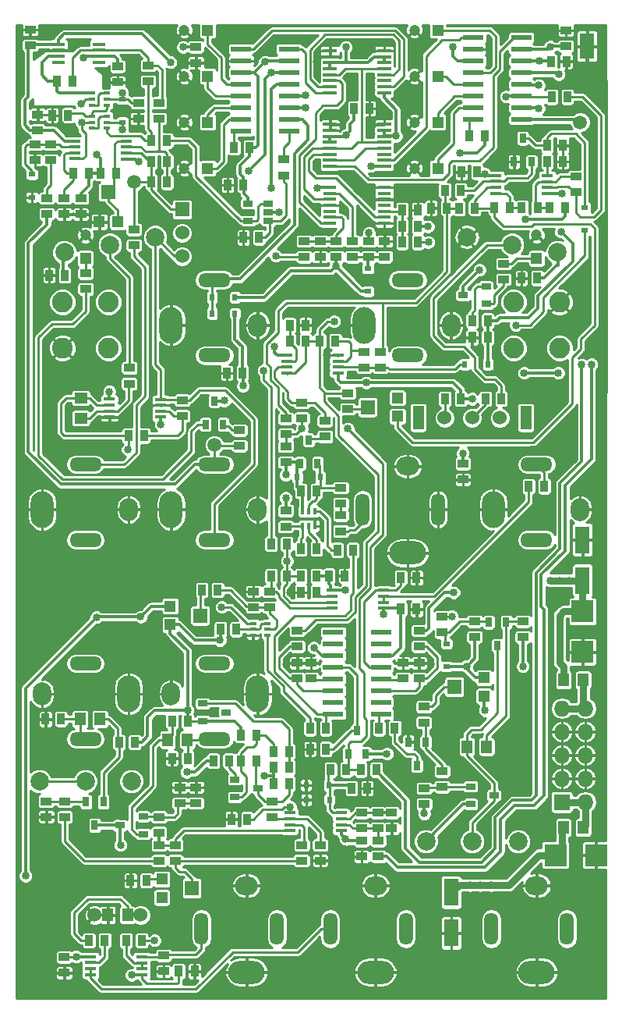
<source format=gbl>
G04 #@! TF.FileFunction,Copper,L2,Bot,Signal*
%FSLAX46Y46*%
G04 Gerber Fmt 4.6, Leading zero omitted, Abs format (unit mm)*
G04 Created by KiCad (PCBNEW 4.0.2-stable) date 2017-03-21 6:39:37 PM*
%MOMM*%
G01*
G04 APERTURE LIST*
%ADD10C,0.100000*%
%ADD11C,1.998980*%
%ADD12O,4.000000X2.500000*%
%ADD13O,2.500000X2.000000*%
%ADD14O,1.500000X3.500000*%
%ADD15R,0.398780X0.797560*%
%ADD16R,0.797560X0.398780*%
%ADD17O,2.500000X4.000000*%
%ADD18O,2.000000X2.500000*%
%ADD19O,3.500000X1.500000*%
%ADD20R,1.450000X0.450000*%
%ADD21R,0.812800X1.143000*%
%ADD22R,1.143000X0.812800*%
%ADD23R,0.609600X0.762000*%
%ADD24R,0.762000X0.609600*%
%ADD25R,2.397760X2.397760*%
%ADD26R,1.200000X1.200000*%
%ADD27C,1.200000*%
%ADD28R,1.727200X1.727200*%
%ADD29O,1.727200X1.727200*%
%ADD30R,1.000760X0.701040*%
%ADD31R,0.701040X1.000760*%
%ADD32R,1.143000X1.397000*%
%ADD33C,2.250000*%
%ADD34R,1.600000X2.800000*%
%ADD35R,2.199640X0.599440*%
%ADD36R,1.500000X0.450000*%
%ADD37C,1.524000*%
%ADD38R,1.397000X1.143000*%
%ADD39R,1.300480X0.400000*%
%ADD40R,1.600000X3.000000*%
%ADD41R,1.200000X2.500000*%
%ADD42C,1.500000*%
%ADD43R,1.500000X1.600000*%
%ADD44R,1.600000X1.500000*%
%ADD45R,1.524000X1.524000*%
%ADD46R,1.060000X0.650000*%
%ADD47C,0.850000*%
%ADD48C,0.250000*%
%ADD49C,0.350000*%
%ADD50C,0.800000*%
%ADD51C,0.254000*%
G04 APERTURE END LIST*
D10*
D11*
X114359238Y-49280570D03*
X119290666Y-50105808D03*
X109427810Y-48455332D03*
D12*
X103000000Y-82700000D03*
D13*
X103000000Y-73300000D03*
D14*
X98100000Y-78000000D03*
X106300000Y-78000000D03*
D15*
X91602300Y-78202440D03*
X92250000Y-78202440D03*
X92897700Y-78202440D03*
X92897700Y-79797560D03*
X92250000Y-79797560D03*
X91602300Y-79797560D03*
D16*
X87797560Y-90352300D03*
X87797560Y-91000000D03*
X87797560Y-91647700D03*
X86202440Y-91647700D03*
X86202440Y-91000000D03*
X86202440Y-90352300D03*
X68702440Y-34147700D03*
X68702440Y-33500000D03*
X68702440Y-32852300D03*
X70297560Y-32852300D03*
X70297560Y-33500000D03*
X70297560Y-34147700D03*
X68702440Y-36647700D03*
X68702440Y-36000000D03*
X68702440Y-35352300D03*
X70297560Y-35352300D03*
X70297560Y-36000000D03*
X70297560Y-36647700D03*
D17*
X86700000Y-98000000D03*
D18*
X77300000Y-98000000D03*
D19*
X82000000Y-102900000D03*
X82000000Y-94700000D03*
D20*
X100450000Y-43050000D03*
X100450000Y-43700000D03*
X100450000Y-44350000D03*
X100450000Y-45000000D03*
X100450000Y-45650000D03*
X100450000Y-46300000D03*
X100450000Y-46950000D03*
X94550000Y-46950000D03*
X94550000Y-46300000D03*
X94550000Y-45650000D03*
X94550000Y-45000000D03*
X94550000Y-44350000D03*
X94550000Y-43700000D03*
X94550000Y-43050000D03*
D21*
X88399100Y-104250000D03*
X90100900Y-104250000D03*
D22*
X71500000Y-29949100D03*
X71500000Y-31650900D03*
X67500000Y-44249100D03*
X67500000Y-45950900D03*
X62000000Y-25949100D03*
X62000000Y-27650900D03*
X62800000Y-35149100D03*
X62800000Y-36850900D03*
D21*
X117050900Y-52900000D03*
X115349100Y-52900000D03*
X108849100Y-41400000D03*
X110550900Y-41400000D03*
D22*
X88250000Y-111350900D03*
X88250000Y-109649100D03*
X109000000Y-73049100D03*
X109000000Y-74750900D03*
D21*
X83349100Y-63200000D03*
X85050900Y-63200000D03*
X102249100Y-88800000D03*
X103950900Y-88800000D03*
X96150900Y-85200000D03*
X94449100Y-85200000D03*
D22*
X95750000Y-75649100D03*
X95750000Y-77350900D03*
X98000000Y-113949100D03*
X98000000Y-115650900D03*
D21*
X83849100Y-111600000D03*
X85550900Y-111600000D03*
D22*
X106750000Y-91350900D03*
X106750000Y-89649100D03*
D21*
X78149100Y-128100000D03*
X79850900Y-128100000D03*
D22*
X65700000Y-128250900D03*
X65700000Y-126549100D03*
X80000000Y-109850900D03*
X80000000Y-108149100D03*
X76000000Y-116100900D03*
X76000000Y-114399100D03*
X80000000Y-27849100D03*
X80000000Y-29550900D03*
D21*
X120250900Y-29400000D03*
X118549100Y-29400000D03*
X94100900Y-104000000D03*
X92399100Y-104000000D03*
D22*
X99750000Y-112600900D03*
X99750000Y-110899100D03*
X63800000Y-45950900D03*
X63800000Y-44249100D03*
D21*
X64899100Y-31500000D03*
X66600900Y-31500000D03*
X76850900Y-42500000D03*
X75149100Y-42500000D03*
D22*
X120200000Y-27750900D03*
X120200000Y-26049100D03*
D21*
X97149100Y-34500000D03*
X98850900Y-34500000D03*
X83449100Y-42800000D03*
X85150900Y-42800000D03*
D22*
X93500000Y-48899100D03*
X93500000Y-50600900D03*
D21*
X102399100Y-45500000D03*
X104100900Y-45500000D03*
D22*
X100500000Y-50600900D03*
X100500000Y-48899100D03*
D23*
X91005400Y-74500000D03*
X93494600Y-74500000D03*
D24*
X107200000Y-95044600D03*
X107200000Y-92555400D03*
D25*
X122000000Y-93449640D03*
X122000000Y-89050360D03*
X119050360Y-115500000D03*
X123449640Y-115500000D03*
D23*
X94444600Y-107900000D03*
X91955400Y-107900000D03*
X92005400Y-109500000D03*
X94494600Y-109500000D03*
D24*
X122250000Y-45255400D03*
X122250000Y-47744600D03*
D23*
X109205400Y-62250000D03*
X111694600Y-62250000D03*
D26*
X68000000Y-50770000D03*
D27*
X68000000Y-48230000D03*
D26*
X117000000Y-50770000D03*
D27*
X117000000Y-48230000D03*
D24*
X62200000Y-44144600D03*
X62200000Y-41655400D03*
X72000000Y-35994600D03*
X72000000Y-33505400D03*
D26*
X81270000Y-26000000D03*
D27*
X78730000Y-26000000D03*
D26*
X81270000Y-31000000D03*
D27*
X78730000Y-31000000D03*
D26*
X81270000Y-36000000D03*
D27*
X78730000Y-36000000D03*
D26*
X81270000Y-41000000D03*
D27*
X78730000Y-41000000D03*
D26*
X106270000Y-26000000D03*
D27*
X103730000Y-26000000D03*
D26*
X106270000Y-31000000D03*
D27*
X103730000Y-31000000D03*
D26*
X106270000Y-36000000D03*
D27*
X103730000Y-36000000D03*
D26*
X106270000Y-41000000D03*
D27*
X103730000Y-41000000D03*
D24*
X98700000Y-51855400D03*
X98700000Y-54344600D03*
D17*
X98300000Y-58000000D03*
D18*
X107700000Y-58000000D03*
D19*
X103000000Y-53100000D03*
X103000000Y-61300000D03*
D17*
X72700000Y-98000000D03*
D18*
X63300000Y-98000000D03*
D19*
X68000000Y-102900000D03*
X68000000Y-94700000D03*
D17*
X112300000Y-78000000D03*
D18*
X121700000Y-78000000D03*
D19*
X117000000Y-73100000D03*
X117000000Y-81300000D03*
D17*
X77300000Y-78000000D03*
D18*
X86700000Y-78000000D03*
D19*
X82000000Y-73100000D03*
X82000000Y-81300000D03*
D17*
X77300000Y-58000000D03*
D18*
X86700000Y-58000000D03*
D19*
X82000000Y-53100000D03*
X82000000Y-61300000D03*
D17*
X63300000Y-78000000D03*
D18*
X72700000Y-78000000D03*
D19*
X68000000Y-73100000D03*
X68000000Y-81300000D03*
D12*
X85500000Y-128200000D03*
D13*
X85500000Y-118800000D03*
D14*
X80600000Y-123500000D03*
X88800000Y-123500000D03*
D12*
X99500000Y-128200000D03*
D13*
X99500000Y-118800000D03*
D14*
X94600000Y-123500000D03*
X102800000Y-123500000D03*
D12*
X117000000Y-128200000D03*
D13*
X117000000Y-118800000D03*
D14*
X112100000Y-123500000D03*
X120300000Y-123500000D03*
D28*
X119750000Y-109750000D03*
D29*
X122290000Y-109750000D03*
X119750000Y-107210000D03*
X122290000Y-107210000D03*
X119750000Y-104670000D03*
X122290000Y-104670000D03*
X119750000Y-102130000D03*
X122290000Y-102130000D03*
X119750000Y-99590000D03*
X122290000Y-99590000D03*
D30*
X83270000Y-100000000D03*
X80730000Y-99047500D03*
X80730000Y-100952500D03*
X86770000Y-108250000D03*
X84230000Y-107297500D03*
X84230000Y-109202500D03*
X71730000Y-112250000D03*
X74270000Y-113202500D03*
X74270000Y-111297500D03*
D31*
X112750000Y-92770000D03*
X113702500Y-90230000D03*
X111797500Y-90230000D03*
X69000000Y-112270000D03*
X69952500Y-109730000D03*
X68047500Y-109730000D03*
X92250000Y-70480000D03*
X91297500Y-73020000D03*
X93202500Y-73020000D03*
D30*
X112370000Y-109000000D03*
X109830000Y-108047500D03*
X109830000Y-109952500D03*
D31*
X104000000Y-105770000D03*
X104952500Y-103230000D03*
X103047500Y-103230000D03*
X97500000Y-101980000D03*
X96547500Y-104520000D03*
X98452500Y-104520000D03*
X115500000Y-37730000D03*
X114547500Y-40270000D03*
X116452500Y-40270000D03*
X82000000Y-66230000D03*
X81047500Y-68770000D03*
X82952500Y-68770000D03*
D30*
X108980000Y-54750000D03*
X111520000Y-55702500D03*
X111520000Y-53797500D03*
D21*
X107049100Y-66000000D03*
X108750900Y-66000000D03*
X80649100Y-86750000D03*
X82350900Y-86750000D03*
X88399100Y-106000000D03*
X90100900Y-106000000D03*
X113150900Y-66000000D03*
X111449100Y-66000000D03*
X88149100Y-81750000D03*
X89850900Y-81750000D03*
X86600900Y-105250000D03*
X84899100Y-105250000D03*
X86600900Y-102500000D03*
X84899100Y-102500000D03*
X91399100Y-85250000D03*
X93100900Y-85250000D03*
X72899100Y-118250000D03*
X74600900Y-118250000D03*
X88399100Y-107750000D03*
X90100900Y-107750000D03*
X83600900Y-105250000D03*
X81899100Y-105250000D03*
X93100900Y-87000000D03*
X91399100Y-87000000D03*
X89850900Y-85250000D03*
X88149100Y-85250000D03*
D22*
X91500000Y-116100900D03*
X91500000Y-114399100D03*
X93500000Y-114399100D03*
X93500000Y-116100900D03*
X95750000Y-80350900D03*
X95750000Y-78649100D03*
X77750000Y-116100900D03*
X77750000Y-114399100D03*
X88000000Y-86899100D03*
X88000000Y-88600900D03*
X86250000Y-88600900D03*
X86250000Y-86899100D03*
X76000000Y-113050900D03*
X76000000Y-111349100D03*
D21*
X93100900Y-76000000D03*
X91399100Y-76000000D03*
X84350900Y-91000000D03*
X82649100Y-91000000D03*
D22*
X110250000Y-90149100D03*
X110250000Y-91850900D03*
X78250000Y-109850900D03*
X78250000Y-108149100D03*
X89750000Y-78149100D03*
X89750000Y-79850900D03*
X65750000Y-111350900D03*
X65750000Y-109649100D03*
D21*
X77399100Y-101000000D03*
X79100900Y-101000000D03*
X91399100Y-82250000D03*
X93100900Y-82250000D03*
D22*
X63750000Y-109649100D03*
X63750000Y-111350900D03*
D21*
X92399100Y-101750000D03*
X94100900Y-101750000D03*
D22*
X115500000Y-90149100D03*
X115500000Y-91850900D03*
D21*
X71649100Y-103250000D03*
X73350900Y-103250000D03*
X97050900Y-82400000D03*
X95349100Y-82400000D03*
D22*
X91000000Y-92850900D03*
X91000000Y-91149100D03*
X104800000Y-108249100D03*
X104800000Y-109950900D03*
X94000000Y-70100900D03*
X94000000Y-68399100D03*
X91000000Y-96350900D03*
X91000000Y-94649100D03*
D21*
X79100900Y-105000000D03*
X77399100Y-105000000D03*
X65350900Y-100750000D03*
X63649100Y-100750000D03*
D32*
X119920500Y-96500000D03*
X122079500Y-96500000D03*
X119920500Y-112500000D03*
X122079500Y-112500000D03*
D22*
X92500000Y-96350900D03*
X92500000Y-94649100D03*
X106750000Y-108100900D03*
X106750000Y-106399100D03*
X104750000Y-99399100D03*
X104750000Y-101100900D03*
X104250000Y-92850900D03*
X104250000Y-91149100D03*
X104250000Y-96350900D03*
X104250000Y-94649100D03*
X102500000Y-96350900D03*
X102500000Y-94649100D03*
D21*
X101600900Y-101750000D03*
X99899100Y-101750000D03*
D22*
X89750000Y-69850900D03*
X89750000Y-68149100D03*
X89750000Y-71149100D03*
X89750000Y-72850900D03*
X91500000Y-68100900D03*
X91500000Y-66399100D03*
D21*
X90199100Y-58000000D03*
X91900900Y-58000000D03*
D22*
X100000000Y-62600900D03*
X100000000Y-60899100D03*
D21*
X107250900Y-45300000D03*
X105549100Y-45300000D03*
X72649100Y-70000000D03*
X74350900Y-70000000D03*
D22*
X78500000Y-66149100D03*
X78500000Y-67850900D03*
D21*
X96350900Y-106250000D03*
X94649100Y-106250000D03*
X102249100Y-85400000D03*
X103950900Y-85400000D03*
X108549100Y-45300000D03*
X110250900Y-45300000D03*
X107049100Y-43400000D03*
X108750900Y-43400000D03*
X64049100Y-52600000D03*
X65750900Y-52600000D03*
D22*
X101250000Y-110899100D03*
X101250000Y-112600900D03*
D21*
X90199100Y-59750000D03*
X91900900Y-59750000D03*
D22*
X72750000Y-64350900D03*
X72750000Y-62649100D03*
D21*
X118149100Y-38500000D03*
X119850900Y-38500000D03*
D22*
X96500000Y-65399100D03*
X96500000Y-67100900D03*
D21*
X112399100Y-45250000D03*
X114100900Y-45250000D03*
D22*
X98000000Y-110899100D03*
X98000000Y-112600900D03*
D21*
X93449100Y-59750000D03*
X95150900Y-59750000D03*
X116149100Y-75500000D03*
X117850900Y-75500000D03*
D22*
X98250000Y-60899100D03*
X98250000Y-62600900D03*
D21*
X97899100Y-106250000D03*
X99600900Y-106250000D03*
D22*
X99800000Y-113949100D03*
X99800000Y-115650900D03*
D21*
X115399100Y-45250000D03*
X117100900Y-45250000D03*
X118149100Y-40250000D03*
X119850900Y-40250000D03*
X118399100Y-45250000D03*
X120100900Y-45250000D03*
D22*
X84750000Y-71100900D03*
X84750000Y-69399100D03*
X121250000Y-41899100D03*
X121250000Y-43600900D03*
X68000000Y-54100900D03*
X68000000Y-52399100D03*
D21*
X111700900Y-57500000D03*
X109999100Y-57500000D03*
X111700900Y-59350000D03*
X109999100Y-59350000D03*
D22*
X113400000Y-53050900D03*
X113400000Y-51349100D03*
D21*
X120350900Y-33250000D03*
X118649100Y-33250000D03*
X66649100Y-41500000D03*
X68350900Y-41500000D03*
D22*
X65700000Y-44249100D03*
X65700000Y-45950900D03*
X64250000Y-40100900D03*
X64250000Y-38399100D03*
X62500000Y-38399100D03*
X62500000Y-40100900D03*
D21*
X75149100Y-38000000D03*
X76850900Y-38000000D03*
D22*
X74800000Y-29849100D03*
X74800000Y-31550900D03*
D21*
X66100900Y-35250000D03*
X64399100Y-35250000D03*
D22*
X73750000Y-35600900D03*
X73750000Y-33899100D03*
X76000000Y-35600900D03*
X76000000Y-33899100D03*
D21*
X71350900Y-41500000D03*
X69649100Y-41500000D03*
X85850900Y-38750000D03*
X84149100Y-38750000D03*
X111350900Y-37500000D03*
X109649100Y-37500000D03*
X75149100Y-40250000D03*
X76850900Y-40250000D03*
D22*
X73250000Y-49350900D03*
X73250000Y-47649100D03*
X76500000Y-126399100D03*
X76500000Y-128100900D03*
X95250000Y-48899100D03*
X95250000Y-50600900D03*
X97000000Y-48899100D03*
X97000000Y-50600900D03*
D21*
X102399100Y-47250000D03*
X104100900Y-47250000D03*
X74100900Y-124750000D03*
X72399100Y-124750000D03*
D22*
X98750000Y-50600900D03*
X98750000Y-48899100D03*
X91750000Y-48899100D03*
X91750000Y-50600900D03*
D21*
X102399100Y-49000000D03*
X104100900Y-49000000D03*
X70100900Y-124750000D03*
X68399100Y-124750000D03*
D33*
X65500000Y-55500000D03*
X70500000Y-55500000D03*
X70500000Y-60500000D03*
X65500000Y-60500000D03*
X119500000Y-60500000D03*
X114500000Y-60500000D03*
X114500000Y-55500000D03*
X119500000Y-55500000D03*
D34*
X122500000Y-27750000D03*
D35*
X94901580Y-100195000D03*
X94901580Y-98925000D03*
X94901580Y-97655000D03*
X94901580Y-96385000D03*
X94901580Y-95115000D03*
X94901580Y-93845000D03*
X94901580Y-92575000D03*
X94901580Y-91305000D03*
X100098420Y-91305000D03*
X100098420Y-92575000D03*
X100098420Y-93845000D03*
X100098420Y-95115000D03*
X100098420Y-96385000D03*
X100098420Y-97655000D03*
X100098420Y-98925000D03*
X100098420Y-100195000D03*
D36*
X94550000Y-32775000D03*
X94550000Y-32125000D03*
X94550000Y-31475000D03*
X94550000Y-30825000D03*
X94550000Y-30175000D03*
X94550000Y-29525000D03*
X94550000Y-28875000D03*
X94550000Y-28225000D03*
X100450000Y-28225000D03*
X100450000Y-28875000D03*
X100450000Y-29525000D03*
X100450000Y-30175000D03*
X100450000Y-30825000D03*
X100450000Y-31475000D03*
X100450000Y-32125000D03*
X100450000Y-32775000D03*
X94550000Y-40775000D03*
X94550000Y-40125000D03*
X94550000Y-39475000D03*
X94550000Y-38825000D03*
X94550000Y-38175000D03*
X94550000Y-37525000D03*
X94550000Y-36875000D03*
X94550000Y-36225000D03*
X100450000Y-36225000D03*
X100450000Y-36875000D03*
X100450000Y-37525000D03*
X100450000Y-38175000D03*
X100450000Y-38825000D03*
X100450000Y-39475000D03*
X100450000Y-40125000D03*
X100450000Y-40775000D03*
D20*
X65050000Y-29475000D03*
X65050000Y-28825000D03*
X65050000Y-28175000D03*
X65050000Y-27525000D03*
X69450000Y-27525000D03*
X69450000Y-28175000D03*
X69450000Y-28825000D03*
X69450000Y-29475000D03*
D35*
X90098420Y-28055000D03*
X90098420Y-29325000D03*
X90098420Y-30595000D03*
X90098420Y-31865000D03*
X90098420Y-33135000D03*
X90098420Y-34405000D03*
X90098420Y-35675000D03*
X90098420Y-36945000D03*
X84901580Y-36945000D03*
X84901580Y-35675000D03*
X84901580Y-34405000D03*
X84901580Y-33135000D03*
X84901580Y-31865000D03*
X84901580Y-30595000D03*
X84901580Y-29325000D03*
X84901580Y-28055000D03*
X115348420Y-26805000D03*
X115348420Y-28075000D03*
X115348420Y-29345000D03*
X115348420Y-30615000D03*
X115348420Y-31885000D03*
X115348420Y-33155000D03*
X115348420Y-34425000D03*
X115348420Y-35695000D03*
X110151580Y-35695000D03*
X110151580Y-34425000D03*
X110151580Y-33155000D03*
X110151580Y-31885000D03*
X110151580Y-30615000D03*
X110151580Y-29345000D03*
X110151580Y-28075000D03*
X110151580Y-26805000D03*
D32*
X79079500Y-103000000D03*
X76920500Y-103000000D03*
X67420500Y-100750000D03*
X69579500Y-100750000D03*
D37*
X74000000Y-122000000D03*
X69000000Y-122000000D03*
D32*
X72579500Y-122000000D03*
X70420500Y-122000000D03*
D38*
X67500000Y-68079500D03*
X67500000Y-65920500D03*
D11*
X110000000Y-114000000D03*
X115000000Y-114000000D03*
X105000000Y-114000000D03*
X70640762Y-49280570D03*
X75572190Y-48455332D03*
X65709334Y-50105808D03*
X68000000Y-107500000D03*
X63000000Y-107500000D03*
X73000000Y-107500000D03*
D39*
X68556000Y-128455400D03*
X68556000Y-127820400D03*
X68556000Y-127160000D03*
X68556000Y-126525000D03*
X74144000Y-126525000D03*
X74144000Y-127172700D03*
X74144000Y-127820400D03*
X74144000Y-128468100D03*
X66806000Y-39955400D03*
X66806000Y-39320400D03*
X66806000Y-38660000D03*
X66806000Y-38025000D03*
X72394000Y-38025000D03*
X72394000Y-38672700D03*
X72394000Y-39320400D03*
X72394000Y-39968100D03*
X76194000Y-66044600D03*
X76194000Y-66679600D03*
X76194000Y-67340000D03*
X76194000Y-67975000D03*
X70606000Y-67975000D03*
X70606000Y-67327300D03*
X70606000Y-66679600D03*
X70606000Y-66031900D03*
X90181000Y-112830400D03*
X90181000Y-112195400D03*
X90181000Y-111535000D03*
X90181000Y-110900000D03*
X95769000Y-110900000D03*
X95769000Y-111547700D03*
X95769000Y-112195400D03*
X95769000Y-112843100D03*
X94806000Y-88705400D03*
X94806000Y-88070400D03*
X94806000Y-87410000D03*
X94806000Y-86775000D03*
X100394000Y-86775000D03*
X100394000Y-87422700D03*
X100394000Y-88070400D03*
X100394000Y-88718100D03*
X89856000Y-63205400D03*
X89856000Y-62570400D03*
X89856000Y-61910000D03*
X89856000Y-61275000D03*
X95444000Y-61275000D03*
X95444000Y-61922700D03*
X95444000Y-62570400D03*
X95444000Y-63218100D03*
X112556000Y-43705400D03*
X112556000Y-43070400D03*
X112556000Y-42410000D03*
X112556000Y-41775000D03*
X118144000Y-41775000D03*
X118144000Y-42422700D03*
X118144000Y-43070400D03*
X118144000Y-43718100D03*
D40*
X122000000Y-85700000D03*
X122000000Y-81300000D03*
X107750000Y-123950000D03*
X107750000Y-119550000D03*
D23*
X81755400Y-55000000D03*
X84244600Y-55000000D03*
X84244600Y-56750000D03*
X81755400Y-56750000D03*
D21*
X96899100Y-108250000D03*
X98600900Y-108250000D03*
D37*
X107000000Y-68050000D03*
X110000000Y-68050000D03*
X113000000Y-68050000D03*
D41*
X104150000Y-68050000D03*
X115850000Y-68050000D03*
D42*
X121750000Y-36000000D03*
X73250000Y-42500000D03*
D43*
X79550000Y-119100000D03*
D26*
X76300000Y-120100000D03*
X76300000Y-118100000D03*
D43*
X80450000Y-89500000D03*
D26*
X77200000Y-90500000D03*
X77200000Y-88500000D03*
D43*
X108050000Y-97250000D03*
D26*
X111300000Y-96250000D03*
X111300000Y-98250000D03*
D43*
X98650000Y-66900000D03*
D26*
X101900000Y-65900000D03*
X101900000Y-67900000D03*
D44*
X70500000Y-43550000D03*
D26*
X71500000Y-46800000D03*
X69500000Y-46800000D03*
D42*
X82000000Y-71000000D03*
D45*
X78500000Y-45460000D03*
D37*
X78500000Y-48000000D03*
X78500000Y-50540000D03*
D22*
X89500000Y-41750900D03*
X89500000Y-40049100D03*
D21*
X85149100Y-48500000D03*
X86850900Y-48500000D03*
D46*
X87850000Y-44800000D03*
X87850000Y-45750000D03*
X87850000Y-46700000D03*
X85650000Y-46700000D03*
X85650000Y-44800000D03*
D32*
X109420500Y-103750000D03*
X111579500Y-103750000D03*
D47*
X63300000Y-42500000D03*
X74500000Y-68000000D03*
X94200000Y-61300000D03*
X81500000Y-114400000D03*
X92800000Y-105400000D03*
X103100000Y-102000000D03*
X94400000Y-83700000D03*
X115700000Y-51600000D03*
X109899776Y-42600576D03*
X96400000Y-41700000D03*
X95900000Y-34900000D03*
X98900000Y-31800000D03*
X100100000Y-34599994D03*
X65296917Y-36303739D03*
X70400000Y-31600000D03*
X103000000Y-57950000D03*
X83750000Y-44250000D03*
X83750000Y-48500000D03*
X116050000Y-107200000D03*
X116000000Y-104650000D03*
X115950000Y-102100000D03*
X120650000Y-70750000D03*
X76800000Y-108150000D03*
X81500000Y-108150000D03*
X72250000Y-68000000D03*
X121000000Y-38500000D03*
X90250000Y-87000000D03*
X68000000Y-78000000D03*
X124050020Y-65800000D03*
X104100000Y-43500000D03*
X96100000Y-45400000D03*
X73700000Y-36700000D03*
X67000000Y-27500000D03*
X93124998Y-29400000D03*
X86250000Y-85750000D03*
X114000000Y-38750000D03*
X111800000Y-28100000D03*
X89750000Y-94750000D03*
X105500000Y-94750000D03*
X95200000Y-51600000D03*
X110800001Y-51999999D03*
X71800000Y-114400000D03*
X118500010Y-27800000D03*
X78600000Y-27850900D03*
X109000000Y-71899100D03*
X108700000Y-39300000D03*
X74000000Y-89649996D03*
X111400000Y-99790000D03*
X110000000Y-66000000D03*
X98500000Y-64250000D03*
X61500000Y-117750000D03*
X89750000Y-76750000D03*
X83100000Y-66200000D03*
X82800000Y-88600000D03*
X119550000Y-85700000D03*
X120550000Y-85700000D03*
X118500000Y-85700000D03*
X87400000Y-106900000D03*
X96300000Y-37400000D03*
X69200000Y-89699998D03*
X70600000Y-65200000D03*
X107900000Y-27850900D03*
X96300000Y-27850900D03*
X98800000Y-48000000D03*
X93200000Y-43100000D03*
X105200000Y-47300000D03*
X101750000Y-37500000D03*
X99000000Y-40750000D03*
X87500000Y-29446400D03*
X73000000Y-128500000D03*
X96250000Y-113750000D03*
X100749996Y-104500000D03*
X100400000Y-89400000D03*
X119750000Y-43750000D03*
X67800000Y-29000000D03*
X73750000Y-40250000D03*
X69250000Y-39500000D03*
X76200000Y-68800000D03*
X104799998Y-111000000D03*
X111392881Y-41609980D03*
X89000000Y-45750000D03*
X88558904Y-60308904D03*
X85100000Y-64600000D03*
X89750000Y-74250000D03*
X67000000Y-126500000D03*
X115500000Y-94999988D03*
X109400000Y-95000000D03*
X92800000Y-93000000D03*
X82600000Y-92200000D03*
X79100000Y-99800000D03*
X112050000Y-118750000D03*
X109750000Y-118750000D03*
X110900000Y-118750000D03*
X79000010Y-106500000D03*
X90250000Y-110250000D03*
X96250000Y-86750000D03*
X115750000Y-46500000D03*
X88200000Y-30600000D03*
X117300000Y-29300000D03*
X85750000Y-41250000D03*
X77250000Y-29500000D03*
X107800000Y-89600004D03*
X88200000Y-43100000D03*
X72600000Y-71500000D03*
X95000000Y-57600000D03*
X114750000Y-58000000D03*
X119640668Y-47869855D03*
X117250000Y-34500000D03*
X72000000Y-36749980D03*
X67580068Y-36051170D03*
X67500000Y-33999980D03*
X72000000Y-32800000D03*
X87349969Y-62932001D03*
X91500000Y-69250000D03*
X96500000Y-69250000D03*
X89900004Y-83600000D03*
X115650000Y-63200000D03*
X119370380Y-63194070D03*
X108000000Y-87000000D03*
X121900000Y-62299988D03*
X117250000Y-32000000D03*
X119400000Y-30800000D03*
X122948969Y-62246786D03*
X91900000Y-33100000D03*
X113700000Y-33200000D03*
X91900000Y-34400000D03*
X75500000Y-124750000D03*
X88674980Y-50500000D03*
X105250000Y-49000000D03*
D48*
X62500000Y-40100900D02*
X62500000Y-40757300D01*
X62500000Y-40757300D02*
X63300000Y-41557300D01*
X63300000Y-41557300D02*
X63300000Y-42500000D01*
X76194000Y-66679600D02*
X75293760Y-66679600D01*
X75293760Y-66679600D02*
X74500000Y-67473360D01*
X74500000Y-67473360D02*
X74500000Y-68000000D01*
X94225000Y-61275000D02*
X94200000Y-61300000D01*
X95444000Y-61275000D02*
X94225000Y-61275000D01*
D49*
X92399100Y-104999100D02*
X92800000Y-105400000D01*
X92399100Y-104000000D02*
X92399100Y-104999100D01*
D48*
X103047500Y-103230000D02*
X103047500Y-102052500D01*
X103047500Y-102052500D02*
X103100000Y-102000000D01*
X95772400Y-84000000D02*
X94700000Y-84000000D01*
X94700000Y-84000000D02*
X94400000Y-83700000D01*
X96150900Y-85200000D02*
X96150900Y-84378500D01*
X96150900Y-84378500D02*
X95772400Y-84000000D01*
X115349100Y-52900000D02*
X115349100Y-51950900D01*
X115349100Y-51950900D02*
X115700000Y-51600000D01*
X109700000Y-41400000D02*
X109700000Y-42400800D01*
X109700000Y-42400800D02*
X109899776Y-42600576D01*
X108849100Y-41400000D02*
X109700000Y-41400000D01*
X100450000Y-43050000D02*
X97750000Y-43050000D01*
X97750000Y-43050000D02*
X96400000Y-41700000D01*
X94550000Y-36225000D02*
X94550000Y-35550000D01*
X94550000Y-35550000D02*
X95200000Y-34900000D01*
X95200000Y-34900000D02*
X95900000Y-34900000D01*
X98850900Y-34500000D02*
X98850900Y-31849100D01*
X98850900Y-31849100D02*
X98900000Y-31800000D01*
X64399100Y-35250000D02*
X64399100Y-35999100D01*
X64399100Y-35999100D02*
X64703739Y-36303739D01*
X64703739Y-36303739D02*
X65296917Y-36303739D01*
X62800000Y-35149100D02*
X64298200Y-35149100D01*
X64298200Y-35149100D02*
X64399100Y-35250000D01*
X71500000Y-31650900D02*
X70450900Y-31650900D01*
X70450900Y-31650900D02*
X70400000Y-31600000D01*
X108428321Y-51671679D02*
X103000000Y-57100000D01*
X103000000Y-57100000D02*
X103000000Y-57950000D01*
X109427810Y-48455332D02*
X108428321Y-49454821D01*
X108428321Y-49454821D02*
X108428321Y-51671679D01*
X85149100Y-48500000D02*
X83750000Y-48500000D01*
X120225001Y-71174999D02*
X120650000Y-70750000D01*
X120218588Y-71181412D02*
X120225001Y-71174999D01*
X112300000Y-75279707D02*
X116398295Y-71181412D01*
X112300000Y-78000000D02*
X112300000Y-75279707D01*
X116398295Y-71181412D02*
X120218588Y-71181412D01*
X115950000Y-102100000D02*
X115950000Y-104600000D01*
X115950000Y-104600000D02*
X116000000Y-104650000D01*
X78250000Y-108149100D02*
X76800900Y-108149100D01*
X76800900Y-108149100D02*
X76800000Y-108150000D01*
X80000000Y-108149100D02*
X81499100Y-108149100D01*
X81499100Y-108149100D02*
X81500000Y-108150000D01*
X70606000Y-67975000D02*
X72225000Y-67975000D01*
X72225000Y-67975000D02*
X72250000Y-68000000D01*
X119850900Y-38500000D02*
X121000000Y-38500000D01*
D49*
X124550010Y-65300010D02*
X124475019Y-65375001D01*
X124550010Y-31550010D02*
X124550010Y-65300010D01*
X122500000Y-27750000D02*
X122500000Y-29500000D01*
X124475019Y-65375001D02*
X124050020Y-65800000D01*
X122500000Y-29500000D02*
X124550010Y-31550010D01*
D48*
X91399100Y-87000000D02*
X90250000Y-87000000D01*
D49*
X72700000Y-78000000D02*
X68000000Y-78000000D01*
D48*
X104100900Y-45500000D02*
X104100900Y-43500900D01*
X104100900Y-43500900D02*
X104100000Y-43500000D01*
X94550000Y-45000000D02*
X95700000Y-45000000D01*
X95700000Y-45000000D02*
X96100000Y-45400000D01*
X73750000Y-35600900D02*
X73750000Y-36650000D01*
X73750000Y-36650000D02*
X73700000Y-36700000D01*
X66325000Y-28175000D02*
X67000000Y-27500000D01*
X65050000Y-28175000D02*
X66325000Y-28175000D01*
X94550000Y-28875000D02*
X93649998Y-28875000D01*
X93649998Y-28875000D02*
X93124998Y-29400000D01*
X86250000Y-86899100D02*
X86250000Y-85750000D01*
X114547500Y-40270000D02*
X114547500Y-39297500D01*
X114547500Y-39297500D02*
X114000000Y-38750000D01*
X70420500Y-122000000D02*
X69000000Y-122000000D01*
X110151580Y-28075000D02*
X111775000Y-28075000D01*
X111775000Y-28075000D02*
X111800000Y-28100000D01*
X91000000Y-94649100D02*
X89850900Y-94649100D01*
X89850900Y-94649100D02*
X89750000Y-94750000D01*
X92500000Y-94649100D02*
X91000000Y-94649100D01*
X104250000Y-94649100D02*
X105399100Y-94649100D01*
X105399100Y-94649100D02*
X105500000Y-94750000D01*
X102500000Y-94649100D02*
X104250000Y-94649100D01*
X86250000Y-103750000D02*
X86600900Y-103399100D01*
X86600900Y-103399100D02*
X86600900Y-102500000D01*
X85577600Y-103750000D02*
X86250000Y-103750000D01*
X84899100Y-105250000D02*
X84899100Y-104428500D01*
X84899100Y-104428500D02*
X85577600Y-103750000D01*
X88399100Y-103399100D02*
X87500000Y-102500000D01*
X87500000Y-102500000D02*
X86600900Y-102500000D01*
X88399100Y-104250000D02*
X88399100Y-103399100D01*
X85500000Y-107000000D02*
X84899100Y-106399100D01*
X84899100Y-106399100D02*
X84899100Y-105250000D01*
X85500000Y-108682880D02*
X85500000Y-107000000D01*
X84230000Y-109202500D02*
X84980380Y-109202500D01*
X84980380Y-109202500D02*
X85500000Y-108682880D01*
X80730000Y-99047500D02*
X84297500Y-99047500D01*
X84297500Y-99047500D02*
X86250000Y-101000000D01*
X86250000Y-101000000D02*
X89250000Y-101000000D01*
X89250000Y-101000000D02*
X90100900Y-101850900D01*
X90100900Y-101850900D02*
X90100900Y-104250000D01*
X90100900Y-106000000D02*
X90100900Y-104250000D01*
D49*
X95200000Y-51600000D02*
X94700000Y-52100000D01*
X94700000Y-52100000D02*
X90300000Y-52100000D01*
X90300000Y-52100000D02*
X87400000Y-55000000D01*
X87400000Y-55000000D02*
X84244600Y-55000000D01*
X95250000Y-50600900D02*
X95250000Y-51550000D01*
X95250000Y-51550000D02*
X95200000Y-51600000D01*
X97944600Y-54344600D02*
X95624999Y-52024999D01*
X95624999Y-52024999D02*
X95200000Y-51600000D01*
X98700000Y-54344600D02*
X97944600Y-54344600D01*
X117050900Y-52900000D02*
X117807300Y-52900000D01*
X117807300Y-52900000D02*
X119207300Y-51500000D01*
X119207300Y-51500000D02*
X119300000Y-51500000D01*
X119300000Y-51500000D02*
X119300000Y-50115142D01*
X119300000Y-50115142D02*
X119290666Y-50105808D01*
X110375002Y-52424998D02*
X110800001Y-51999999D01*
X108980000Y-53820000D02*
X110375002Y-52424998D01*
X108980000Y-54750000D02*
X108980000Y-53820000D01*
X71730000Y-114330000D02*
X71800000Y-114400000D01*
X71730000Y-112250000D02*
X71730000Y-114330000D01*
X109830000Y-109952500D02*
X109047500Y-109952500D01*
X109047500Y-109952500D02*
X105999489Y-113000511D01*
X105999489Y-113000511D02*
X105000000Y-114000000D01*
X118549110Y-27750900D02*
X118500010Y-27800000D01*
X120200000Y-27750900D02*
X118549110Y-27750900D01*
X118225010Y-28075000D02*
X118500010Y-27800000D01*
X115348420Y-28075000D02*
X118225010Y-28075000D01*
X80000000Y-27849100D02*
X78601800Y-27849100D01*
X78601800Y-27849100D02*
X78600000Y-27850900D01*
D48*
X78000000Y-129400000D02*
X78149100Y-129250900D01*
X78149100Y-129250900D02*
X78149100Y-128100000D01*
X74625900Y-129400000D02*
X78000000Y-129400000D01*
X74144000Y-128468100D02*
X74144000Y-128918100D01*
X74144000Y-128918100D02*
X74625900Y-129400000D01*
D49*
X98000000Y-113949100D02*
X96449100Y-113949100D01*
X96449100Y-113949100D02*
X96250000Y-113750000D01*
X100394000Y-88718100D02*
X102167200Y-88718100D01*
X102167200Y-88718100D02*
X102249100Y-88800000D01*
X100098420Y-93845000D02*
X101405000Y-93845000D01*
X101405000Y-93845000D02*
X102250000Y-93000000D01*
X102250000Y-93000000D02*
X102250000Y-88800900D01*
X102250000Y-88800900D02*
X102249100Y-88800000D01*
X109000000Y-73049100D02*
X109000000Y-71899100D01*
X111350900Y-37500000D02*
X111350900Y-38449100D01*
X111350900Y-38449100D02*
X110500000Y-39300000D01*
X110500000Y-39300000D02*
X109301040Y-39300000D01*
X109301040Y-39300000D02*
X108700000Y-39300000D01*
X85650000Y-44800000D02*
X85650000Y-44150000D01*
X85225000Y-42975900D02*
X85149100Y-42900000D01*
X85650000Y-44150000D02*
X85225000Y-43725000D01*
X85225000Y-43725000D02*
X85225000Y-42975900D01*
X85149100Y-42900000D02*
X85149100Y-41978500D01*
X85149100Y-41978500D02*
X84800000Y-41629400D01*
X84800000Y-41629400D02*
X84800000Y-40722400D01*
X84800000Y-40722400D02*
X85850900Y-39671500D01*
X85850900Y-39671500D02*
X85850900Y-38750000D01*
X85850900Y-38750000D02*
X86450000Y-38750000D01*
X86750000Y-30993600D02*
X86351400Y-30595000D01*
X86450000Y-38750000D02*
X86750000Y-38450000D01*
X86750000Y-38450000D02*
X86750000Y-30993600D01*
X96724999Y-36175001D02*
X97149100Y-35750900D01*
X97149100Y-35750900D02*
X97149100Y-34500000D01*
X96300000Y-37400000D02*
X96724999Y-36975001D01*
X96724999Y-36975001D02*
X96724999Y-36175001D01*
X67500000Y-44249100D02*
X67500000Y-43700000D01*
X67500000Y-43700000D02*
X68350900Y-42849100D01*
X68350900Y-42849100D02*
X68350900Y-41500000D01*
X69450000Y-28825000D02*
X71132300Y-28825000D01*
X71132300Y-28825000D02*
X71500000Y-29192700D01*
X71500000Y-29192700D02*
X71500000Y-29949100D01*
X95769000Y-112843100D02*
X95769000Y-113269000D01*
X95769000Y-113269000D02*
X96250000Y-113750000D01*
X74000000Y-89649996D02*
X69250002Y-89649996D01*
X69250002Y-89649996D02*
X69200000Y-89699998D01*
X75149996Y-88500000D02*
X74424999Y-89224997D01*
X74424999Y-89224997D02*
X74000000Y-89649996D01*
X73949998Y-89699998D02*
X74000000Y-89649996D01*
X77200000Y-88500000D02*
X75149996Y-88500000D01*
D48*
X86202440Y-90352300D02*
X85552300Y-90352300D01*
X85552300Y-90352300D02*
X83800000Y-88600000D01*
X83800000Y-88600000D02*
X82800000Y-88600000D01*
D49*
X111300000Y-98250000D02*
X111300000Y-99690000D01*
X111300000Y-99690000D02*
X111400000Y-99790000D01*
X108750900Y-66000000D02*
X110000000Y-66000000D01*
X107922400Y-64250000D02*
X98500000Y-64250000D01*
X98500000Y-64250000D02*
X95750000Y-64250000D01*
X95750000Y-64250000D02*
X95444000Y-63944000D01*
X108750900Y-66000000D02*
X108750900Y-65078500D01*
X108750900Y-65078500D02*
X107922400Y-64250000D01*
X61500000Y-117148960D02*
X61500000Y-117750000D01*
X61500000Y-97399998D02*
X61500000Y-117148960D01*
X69200000Y-89699998D02*
X61500000Y-97399998D01*
X69000000Y-112270000D02*
X71710000Y-112270000D01*
X71710000Y-112270000D02*
X71730000Y-112250000D01*
X89750000Y-78149100D02*
X89750000Y-76750000D01*
X83070000Y-66230000D02*
X83100000Y-66200000D01*
X82000000Y-66230000D02*
X83070000Y-66230000D01*
D50*
X122000000Y-89050360D02*
X122000000Y-85700000D01*
X119400000Y-85700000D02*
X119550000Y-85700000D01*
X118500000Y-85700000D02*
X119400000Y-85700000D01*
X120550000Y-85700000D02*
X119400000Y-85700000D01*
X122000000Y-85700000D02*
X120550000Y-85700000D01*
D49*
X71500000Y-112020000D02*
X71730000Y-112250000D01*
X88399100Y-106000000D02*
X88399100Y-106900000D01*
X88399100Y-106900000D02*
X88399100Y-107750000D01*
X87400000Y-106900000D02*
X88399100Y-106900000D01*
X100450000Y-28875000D02*
X99350000Y-28875000D01*
X98700000Y-29525000D02*
X96250000Y-29525000D01*
X99350000Y-28875000D02*
X98700000Y-29525000D01*
X96300000Y-37400000D02*
X96175000Y-37525000D01*
X96175000Y-37525000D02*
X94550000Y-37525000D01*
X70606000Y-66031900D02*
X70606000Y-65206000D01*
X70606000Y-65206000D02*
X70600000Y-65200000D01*
X110151580Y-29345000D02*
X108445000Y-29345000D01*
X108445000Y-29345000D02*
X107900000Y-28800000D01*
X107900000Y-28800000D02*
X107900000Y-27850900D01*
X96250000Y-29525000D02*
X96300000Y-29475000D01*
X96300000Y-29475000D02*
X96300000Y-27850900D01*
X98750000Y-48899100D02*
X98750000Y-48050000D01*
X98750000Y-48050000D02*
X98800000Y-48000000D01*
X94550000Y-43050000D02*
X93250000Y-43050000D01*
X93250000Y-43050000D02*
X93200000Y-43100000D01*
X104100900Y-47250000D02*
X105150000Y-47250000D01*
X105150000Y-47250000D02*
X105200000Y-47300000D01*
X100450000Y-32775000D02*
X100450000Y-33350000D01*
X100450000Y-33350000D02*
X101750000Y-34650000D01*
X101750000Y-34650000D02*
X101750000Y-36898960D01*
X101750000Y-36898960D02*
X101750000Y-37500000D01*
X101750000Y-37500000D02*
X100475000Y-37500000D01*
X100475000Y-37500000D02*
X100450000Y-37525000D01*
X100450000Y-40775000D02*
X99025000Y-40775000D01*
X99025000Y-40775000D02*
X99000000Y-40750000D01*
X87621400Y-29325000D02*
X87500000Y-29446400D01*
X87500000Y-29446400D02*
X86351400Y-30595000D01*
X96250000Y-29525000D02*
X95650000Y-29525000D01*
X74144000Y-128468100D02*
X73031900Y-128468100D01*
X73031900Y-128468100D02*
X73000000Y-128500000D01*
X98452500Y-104520000D02*
X100729996Y-104520000D01*
X100729996Y-104520000D02*
X100749996Y-104500000D01*
X100394000Y-88718100D02*
X100394000Y-89394000D01*
X100394000Y-89394000D02*
X100400000Y-89400000D01*
X95444000Y-63218100D02*
X95444000Y-63944000D01*
X95444000Y-63944000D02*
X95450000Y-63950000D01*
X119718100Y-43718100D02*
X119750000Y-43750000D01*
X118144000Y-43718100D02*
X119718100Y-43718100D01*
X69450000Y-28825000D02*
X67975000Y-28825000D01*
X67975000Y-28825000D02*
X67800000Y-29000000D01*
X72394000Y-39968100D02*
X73468100Y-39968100D01*
X73468100Y-39968100D02*
X73750000Y-40250000D01*
X69649100Y-41500000D02*
X69649100Y-39899100D01*
X69649100Y-39899100D02*
X69250000Y-39500000D01*
X68350900Y-41500000D02*
X69649100Y-41500000D01*
X86351400Y-30595000D02*
X84901580Y-30595000D01*
X90098420Y-29325000D02*
X87621400Y-29325000D01*
X94550000Y-37525000D02*
X94550000Y-38175000D01*
X100450000Y-37525000D02*
X100450000Y-36875000D01*
X95650000Y-29525000D02*
X94550000Y-29525000D01*
X100450000Y-28875000D02*
X100450000Y-29525000D01*
X94550000Y-29525000D02*
X94550000Y-30175000D01*
D50*
X119500000Y-89500000D02*
X119949640Y-89050360D01*
X119949640Y-89050360D02*
X122000000Y-89050360D01*
X119500000Y-94581000D02*
X119500000Y-89500000D01*
X119920500Y-96500000D02*
X119920500Y-95001500D01*
X119920500Y-95001500D02*
X119500000Y-94581000D01*
D49*
X76194000Y-68794000D02*
X76200000Y-68800000D01*
X76194000Y-67975000D02*
X76194000Y-68794000D01*
X104800000Y-110999998D02*
X104799998Y-111000000D01*
X104800000Y-109950900D02*
X104800000Y-110999998D01*
X85100000Y-64600000D02*
X85100000Y-63249100D01*
X85100000Y-63249100D02*
X85050900Y-63200000D01*
X89856000Y-61275000D02*
X88855760Y-61275000D01*
X88855760Y-61275000D02*
X88558904Y-60978144D01*
X88558904Y-60978144D02*
X88558904Y-60958904D01*
X85050900Y-63200000D02*
X85050900Y-60350900D01*
X85050900Y-60350900D02*
X84244600Y-59544600D01*
X84244600Y-59544600D02*
X84244600Y-56750000D01*
D48*
X67000000Y-126500000D02*
X65749100Y-126500000D01*
X65749100Y-126500000D02*
X65700000Y-126549100D01*
X90250000Y-110250000D02*
X89648960Y-110250000D01*
X89648960Y-110250000D02*
X89329461Y-110569499D01*
X86200000Y-111600000D02*
X85550900Y-111600000D01*
X89329461Y-110569499D02*
X87230501Y-110569499D01*
X87230501Y-110569499D02*
X86200000Y-111600000D01*
D49*
X94449100Y-85200000D02*
X94449100Y-86049100D01*
X94600000Y-86569000D02*
X94806000Y-86775000D01*
X94449100Y-86049100D02*
X94600000Y-86200000D01*
X94600000Y-86200000D02*
X94600000Y-86569000D01*
X93100900Y-85250000D02*
X94399100Y-85250000D01*
X94399100Y-85250000D02*
X94449100Y-85200000D01*
X111392881Y-41612121D02*
X111392881Y-41609980D01*
X111555760Y-41775000D02*
X111392881Y-41612121D01*
X112556000Y-41775000D02*
X111555760Y-41775000D01*
X112556000Y-41775000D02*
X110925900Y-41775000D01*
X110925900Y-41775000D02*
X110550900Y-41400000D01*
X117300000Y-29300000D02*
X118449100Y-29300000D01*
X118449100Y-29300000D02*
X118549100Y-29400000D01*
X62800000Y-36850900D02*
X61950900Y-36850900D01*
X61400000Y-36300000D02*
X61400000Y-33600000D01*
X61950900Y-36850900D02*
X61400000Y-36300000D01*
X61400000Y-33600000D02*
X61800000Y-33200000D01*
X61800000Y-33200000D02*
X61800000Y-27850900D01*
X61800000Y-27850900D02*
X62000000Y-27650900D01*
X64550900Y-36850900D02*
X65725000Y-38025000D01*
X65725000Y-38025000D02*
X66806000Y-38025000D01*
X62800000Y-36850900D02*
X64550900Y-36850900D01*
X65050000Y-27525000D02*
X65050000Y-27050000D01*
X65050000Y-27050000D02*
X65700000Y-26400000D01*
X65700000Y-26400000D02*
X74150000Y-26400000D01*
X74150000Y-26400000D02*
X76825001Y-29075001D01*
X76825001Y-29075001D02*
X77250000Y-29500000D01*
X62000000Y-27650900D02*
X62125900Y-27525000D01*
X62125900Y-27525000D02*
X65050000Y-27525000D01*
X85050000Y-64550000D02*
X85100000Y-64600000D01*
X87850000Y-45750000D02*
X89000000Y-45750000D01*
X88558904Y-60958904D02*
X88558904Y-60308904D01*
X89750000Y-72850900D02*
X89750000Y-74250000D01*
X77200000Y-90500000D02*
X77200000Y-91450000D01*
X77200000Y-91450000D02*
X79100000Y-93350000D01*
X79100000Y-93350000D02*
X79100000Y-99198960D01*
X79100000Y-99198960D02*
X79100000Y-99800000D01*
X68556000Y-126525000D02*
X67025000Y-126525000D01*
X67025000Y-126525000D02*
X67000000Y-126500000D01*
X73350900Y-103250000D02*
X74107300Y-103250000D01*
X74107300Y-103250000D02*
X74750000Y-102607300D01*
X78498960Y-99800000D02*
X79100000Y-99800000D01*
X74750000Y-102607300D02*
X74750000Y-100550000D01*
X74750000Y-100550000D02*
X75500000Y-99800000D01*
X75500000Y-99800000D02*
X78498960Y-99800000D01*
X91005400Y-74500000D02*
X91005400Y-75606300D01*
X91005400Y-75606300D02*
X91399100Y-76000000D01*
X91005400Y-74500000D02*
X91005400Y-72794600D01*
X91128400Y-72850900D02*
X91297500Y-73020000D01*
X89750000Y-72850900D02*
X91128400Y-72850900D01*
X91602300Y-78202440D02*
X91602300Y-76203200D01*
X91602300Y-76203200D02*
X91399100Y-76000000D01*
X115500000Y-91850900D02*
X115500000Y-94999988D01*
X109400000Y-95300000D02*
X109400000Y-95000000D01*
X109824999Y-94575001D02*
X109400000Y-95000000D01*
X110250000Y-94150000D02*
X109824999Y-94575001D01*
X110250000Y-91850900D02*
X110250000Y-94150000D01*
X111300000Y-96250000D02*
X110350000Y-96250000D01*
X109355400Y-95044600D02*
X109400000Y-95000000D01*
X110350000Y-96250000D02*
X109400000Y-95300000D01*
X107200000Y-95044600D02*
X109355400Y-95044600D01*
X94901580Y-93845000D02*
X93645000Y-93845000D01*
X93645000Y-93845000D02*
X92800000Y-93000000D01*
X77200000Y-90500000D02*
X78150000Y-90500000D01*
X78150000Y-90500000D02*
X79850000Y-92200000D01*
X79850000Y-92200000D02*
X81998960Y-92200000D01*
X81998960Y-92200000D02*
X82600000Y-92200000D01*
X82649100Y-91000000D02*
X82649100Y-92150900D01*
X82649100Y-92150900D02*
X82600000Y-92200000D01*
X79100900Y-101000000D02*
X79100900Y-99800900D01*
X79100900Y-99800900D02*
X79100000Y-99800000D01*
D50*
X114000000Y-118750000D02*
X112050000Y-118750000D01*
X112050000Y-118750000D02*
X110900000Y-118750000D01*
X110900000Y-118750000D02*
X108550000Y-118750000D01*
D49*
X79892700Y-106500000D02*
X79601050Y-106500000D01*
X79601050Y-106500000D02*
X79000010Y-106500000D01*
X81899100Y-105250000D02*
X81142700Y-105250000D01*
X81142700Y-105250000D02*
X79892700Y-106500000D01*
D50*
X119050360Y-115500000D02*
X117250000Y-115500000D01*
X117250000Y-115500000D02*
X114000000Y-118750000D01*
X108550000Y-118750000D02*
X107750000Y-119550000D01*
D49*
X84899100Y-102500000D02*
X84899100Y-101649100D01*
X84899100Y-101649100D02*
X84202500Y-100952500D01*
X84202500Y-100952500D02*
X81580380Y-100952500D01*
X81580380Y-100952500D02*
X80730000Y-100952500D01*
D48*
X79100900Y-101000000D02*
X80682500Y-101000000D01*
X80682500Y-101000000D02*
X80730000Y-100952500D01*
D49*
X90181000Y-110900000D02*
X90181000Y-110319000D01*
X90181000Y-110319000D02*
X90250000Y-110250000D01*
X94806000Y-86775000D02*
X96225000Y-86775000D01*
X96225000Y-86775000D02*
X96250000Y-86750000D01*
X120100900Y-45250000D02*
X120100900Y-46149100D01*
X116351040Y-46500000D02*
X115750000Y-46500000D01*
X120100900Y-46149100D02*
X119750000Y-46500000D01*
X119750000Y-46500000D02*
X116351040Y-46500000D01*
X88200000Y-30600000D02*
X87500000Y-31300000D01*
X87500000Y-31300000D02*
X87500000Y-39500000D01*
X87500000Y-39500000D02*
X86174999Y-40825001D01*
X86174999Y-40825001D02*
X85750000Y-41250000D01*
X88200000Y-30600000D02*
X90093420Y-30600000D01*
X90093420Y-30600000D02*
X90098420Y-30595000D01*
X115348420Y-29345000D02*
X117255000Y-29345000D01*
X117255000Y-29345000D02*
X117300000Y-29300000D01*
D50*
X119920500Y-112500000D02*
X119750000Y-112670500D01*
X119750000Y-112670500D02*
X119750000Y-114800360D01*
X119750000Y-114800360D02*
X119050360Y-115500000D01*
D48*
X90181000Y-111535000D02*
X92035000Y-111535000D01*
X92035000Y-111535000D02*
X93500000Y-113000000D01*
X93500000Y-113000000D02*
X93500000Y-114399100D01*
X90181000Y-111535000D02*
X88434100Y-111535000D01*
X88434100Y-111535000D02*
X88250000Y-111350900D01*
X86600900Y-105250000D02*
X86600900Y-105399100D01*
X86600900Y-105399100D02*
X86500000Y-105500000D01*
X86500000Y-105500000D02*
X86500000Y-108000000D01*
X86500000Y-108000000D02*
X86520000Y-108000000D01*
X86520000Y-108000000D02*
X86770000Y-108250000D01*
X88250000Y-109649100D02*
X87468500Y-109649100D01*
X87468500Y-109649100D02*
X86770000Y-108950600D01*
X86770000Y-108950600D02*
X86770000Y-108250000D01*
X87850900Y-109649100D02*
X88250000Y-109649100D01*
X90100900Y-108899100D02*
X89350900Y-109649100D01*
X89350900Y-109649100D02*
X88250000Y-109649100D01*
X90100900Y-107750000D02*
X90100900Y-108899100D01*
X93494600Y-74500000D02*
X93400000Y-74405400D01*
X93400000Y-74405400D02*
X93400000Y-73217500D01*
X93400000Y-73217500D02*
X93202500Y-73020000D01*
X93494600Y-74500000D02*
X93494600Y-75606300D01*
X93494600Y-75606300D02*
X93100900Y-76000000D01*
X92703660Y-77100000D02*
X92822400Y-77100000D01*
X92822400Y-77100000D02*
X93100900Y-76821500D01*
X93100900Y-76821500D02*
X93100900Y-76000000D01*
X92250000Y-78202440D02*
X92250000Y-77553660D01*
X92250000Y-77553660D02*
X92703660Y-77100000D01*
X95750000Y-75649100D02*
X93451800Y-75649100D01*
X93451800Y-75649100D02*
X93100900Y-76000000D01*
X95750000Y-77350900D02*
X95750000Y-78649100D01*
X107200000Y-92555400D02*
X107200000Y-92500000D01*
X107200000Y-92500000D02*
X107100000Y-92400000D01*
X107100000Y-91700900D02*
X106750000Y-91350900D01*
X107100000Y-92400000D02*
X107100000Y-91700900D01*
X106750000Y-91350900D02*
X107449100Y-91350900D01*
X107449100Y-91350900D02*
X108650900Y-90149100D01*
X108650900Y-90149100D02*
X110250000Y-90149100D01*
X110143700Y-90255400D02*
X110250000Y-90149100D01*
X110250000Y-90149100D02*
X111716600Y-90149100D01*
X111716600Y-90149100D02*
X111797500Y-90230000D01*
X107750904Y-89649100D02*
X107800000Y-89600004D01*
X106750000Y-89649100D02*
X107750904Y-89649100D01*
X97250000Y-80250000D02*
X98100000Y-79400000D01*
X96672400Y-80250000D02*
X97250000Y-80250000D01*
X98100000Y-79400000D02*
X98100000Y-78000000D01*
X96571500Y-80350900D02*
X96672400Y-80250000D01*
X95750000Y-80350900D02*
X96571500Y-80350900D01*
X106700000Y-89599100D02*
X106750000Y-89649100D01*
X76000000Y-111349100D02*
X77650900Y-111349100D01*
X78084900Y-109850900D02*
X78250000Y-109850900D01*
X77650900Y-111349100D02*
X78000000Y-111000000D01*
X78000000Y-111000000D02*
X78000000Y-109935800D01*
X78000000Y-109935800D02*
X78084900Y-109850900D01*
X74270000Y-111297500D02*
X75948400Y-111297500D01*
X75948400Y-111297500D02*
X76000000Y-111349100D01*
X80000000Y-109850900D02*
X78250000Y-109850900D01*
X76000000Y-116100900D02*
X67850900Y-116100900D01*
X67850900Y-116100900D02*
X65750000Y-114000000D01*
X65750000Y-114000000D02*
X65750000Y-111350900D01*
X77750000Y-114399100D02*
X77750000Y-113750000D01*
X77750000Y-113750000D02*
X78669600Y-112830400D01*
X78669600Y-112830400D02*
X89280760Y-112830400D01*
X89280760Y-112830400D02*
X90181000Y-112830400D01*
D49*
X76000000Y-114399100D02*
X76000000Y-113050900D01*
D48*
X77750000Y-114399100D02*
X76000000Y-114399100D01*
X112400000Y-107678000D02*
X112370000Y-107708000D01*
X112370000Y-107708000D02*
X112370000Y-109000000D01*
X109420500Y-103750000D02*
X109420500Y-104698500D01*
X109420500Y-104698500D02*
X112400000Y-107678000D01*
X112370000Y-109000000D02*
X112370000Y-109600520D01*
X112370000Y-109600520D02*
X110000000Y-111970520D01*
X110000000Y-111970520D02*
X110000000Y-112586508D01*
X110000000Y-112586508D02*
X110000000Y-114000000D01*
X109420500Y-103750000D02*
X109420500Y-102379500D01*
X109420500Y-102379500D02*
X109925996Y-101874004D01*
X109925996Y-101874004D02*
X110925996Y-101874004D01*
X110925996Y-101874004D02*
X112750000Y-100050000D01*
X112750000Y-100050000D02*
X112750000Y-92770000D01*
X113702500Y-90230000D02*
X113702500Y-100397500D01*
X113702500Y-100397500D02*
X111579500Y-102520500D01*
X111579500Y-102520500D02*
X111579500Y-103750000D01*
X115500000Y-90149100D02*
X113783400Y-90149100D01*
X113783400Y-90149100D02*
X113702500Y-90230000D01*
D49*
X90098420Y-31865000D02*
X88735000Y-31865000D01*
X88735000Y-31865000D02*
X88200000Y-32400000D01*
X88200000Y-32400000D02*
X88200000Y-42498960D01*
X88200000Y-42498960D02*
X88200000Y-43100000D01*
D48*
X79079500Y-103000000D02*
X81900000Y-103000000D01*
X81900000Y-103000000D02*
X82000000Y-102900000D01*
X79100900Y-105000000D02*
X79100900Y-103021400D01*
X79100900Y-103021400D02*
X79079500Y-103000000D01*
X74270000Y-113202500D02*
X73519620Y-113202500D01*
X73519620Y-113202500D02*
X73000000Y-112682880D01*
X73000000Y-112682880D02*
X73000000Y-110300000D01*
X73000000Y-110300000D02*
X75299998Y-108000002D01*
X75299998Y-108000002D02*
X75299998Y-103700002D01*
X75299998Y-103700002D02*
X76000000Y-103000000D01*
X76000000Y-103000000D02*
X76920500Y-103000000D01*
X77399100Y-101000000D02*
X77399100Y-102521400D01*
X77399100Y-102521400D02*
X76920500Y-103000000D01*
X67420500Y-100750000D02*
X67420500Y-102320500D01*
X67420500Y-102320500D02*
X68000000Y-102900000D01*
X67420500Y-100750000D02*
X65350900Y-100750000D01*
X69579500Y-100750000D02*
X70500000Y-100750000D01*
X70500000Y-100750000D02*
X71500000Y-101750000D01*
X71500000Y-101750000D02*
X71500000Y-102935800D01*
X71500000Y-102935800D02*
X71649100Y-103084900D01*
X71649100Y-103084900D02*
X71649100Y-103250000D01*
X69952500Y-106547500D02*
X71649100Y-104850900D01*
X71649100Y-104850900D02*
X71649100Y-103250000D01*
X69952500Y-109730000D02*
X69952500Y-106547500D01*
X97500000Y-101980000D02*
X96899480Y-101980000D01*
X96899480Y-101980000D02*
X94879480Y-104000000D01*
X94879480Y-104000000D02*
X94100900Y-104000000D01*
X97500000Y-96000000D02*
X96615000Y-95115000D01*
X96615000Y-95115000D02*
X94901580Y-95115000D01*
X97500000Y-101980000D02*
X97500000Y-96000000D01*
X95769000Y-112195400D02*
X96669240Y-112195400D01*
X96669240Y-112195400D02*
X97074740Y-112600900D01*
X97074740Y-112600900D02*
X98000000Y-112600900D01*
X99750000Y-112600900D02*
X99800000Y-113949100D01*
X98000000Y-112600900D02*
X99750000Y-112600900D01*
D49*
X101250000Y-110899100D02*
X99750000Y-110899100D01*
D48*
X95769000Y-111547700D02*
X96702300Y-111547700D01*
X96702300Y-111547700D02*
X97350900Y-110899100D01*
X97350900Y-110899100D02*
X98000000Y-110899100D01*
X99750000Y-110899100D02*
X98000000Y-110899100D01*
X97899100Y-110798200D02*
X98000000Y-110899100D01*
X72649100Y-64250000D02*
X72649100Y-66184440D01*
X72649100Y-66184440D02*
X71506240Y-67327300D01*
X71506240Y-67327300D02*
X70606000Y-67327300D01*
X67500000Y-68079500D02*
X68448500Y-68079500D01*
X68448500Y-68079500D02*
X69200700Y-67327300D01*
X69200700Y-67327300D02*
X69705760Y-67327300D01*
X69705760Y-67327300D02*
X70606000Y-67327300D01*
X72649100Y-70000000D02*
X72649100Y-71450900D01*
X72649100Y-71450900D02*
X72600000Y-71500000D01*
X67500000Y-65920500D02*
X65879500Y-65920500D01*
X65879500Y-65920500D02*
X65300000Y-66500000D01*
X65300000Y-66500000D02*
X65300000Y-69600000D01*
X65300000Y-69600000D02*
X65700000Y-70000000D01*
X65700000Y-70000000D02*
X72649100Y-70000000D01*
X67500000Y-65920500D02*
X68448500Y-65920500D01*
X68448500Y-65920500D02*
X69207600Y-66679600D01*
X69705760Y-66679600D02*
X70606000Y-66679600D01*
X69207600Y-66679600D02*
X69705760Y-66679600D01*
D49*
X63800000Y-45950900D02*
X63800000Y-47100000D01*
X63800000Y-47100000D02*
X61800000Y-49100000D01*
X61800000Y-49100000D02*
X61800000Y-71757122D01*
X61800000Y-71757122D02*
X65292889Y-75250011D01*
X65292889Y-75250011D02*
X77749989Y-75250011D01*
X77749989Y-75250011D02*
X79900000Y-73100000D01*
X79900000Y-73100000D02*
X82000000Y-73100000D01*
D48*
X82000000Y-71000000D02*
X82000000Y-73100000D01*
X84750000Y-71100900D02*
X82100900Y-71100900D01*
X82100900Y-71100900D02*
X82000000Y-71000000D01*
X64250000Y-40100900D02*
X64250000Y-42800900D01*
X64250000Y-42800900D02*
X63800000Y-43250900D01*
X63800000Y-43250900D02*
X63800000Y-44249100D01*
D49*
X63300000Y-30900000D02*
X63900000Y-31500000D01*
X63900000Y-31500000D02*
X64899100Y-31500000D01*
X63300000Y-29500000D02*
X63300000Y-30900000D01*
X65050000Y-28825000D02*
X63975000Y-28825000D01*
X63975000Y-28825000D02*
X63300000Y-29500000D01*
X65152300Y-32852300D02*
X64899100Y-32599100D01*
X64899100Y-32599100D02*
X64899100Y-31500000D01*
X68702440Y-32852300D02*
X65152300Y-32852300D01*
D48*
X68649100Y-32798960D02*
X68702440Y-32852300D01*
X76000000Y-33899100D02*
X76300000Y-33599100D01*
X76300000Y-33599100D02*
X76300000Y-30300000D01*
X76300000Y-30300000D02*
X75849100Y-29849100D01*
X75849100Y-29849100D02*
X74800000Y-29849100D01*
X73975000Y-28175000D02*
X74800000Y-29000000D01*
X74800000Y-29000000D02*
X74800000Y-29849100D01*
X69450000Y-28175000D02*
X73975000Y-28175000D01*
X66600900Y-30678500D02*
X66600900Y-31500000D01*
X66600900Y-29015096D02*
X66600900Y-30678500D01*
X67440996Y-28175000D02*
X66600900Y-29015096D01*
X69450000Y-28175000D02*
X67440996Y-28175000D01*
X73993115Y-38672700D02*
X74520415Y-39200000D01*
X72394000Y-38672700D02*
X73993115Y-38672700D01*
X74520415Y-39200000D02*
X75800000Y-39200000D01*
X76000000Y-39200000D02*
X76200000Y-39200000D01*
X76200000Y-39200000D02*
X76622400Y-39200000D01*
X76000000Y-39000000D02*
X76200000Y-39200000D01*
X76000000Y-39000000D02*
X76000000Y-35600900D01*
X76000000Y-39200000D02*
X76000000Y-39000000D01*
X75800000Y-39200000D02*
X76000000Y-39200000D01*
X76000000Y-39000000D02*
X75800000Y-39200000D01*
X76622400Y-39200000D02*
X76850900Y-39428500D01*
X76850900Y-39428500D02*
X76850900Y-40250000D01*
X76850900Y-42500000D02*
X76850900Y-40250000D01*
X75149100Y-42500000D02*
X75149100Y-43321500D01*
X75149100Y-43321500D02*
X77287600Y-45460000D01*
X77287600Y-45460000D02*
X77488000Y-45460000D01*
X77488000Y-45460000D02*
X78500000Y-45460000D01*
X73250000Y-47649100D02*
X73149100Y-47649100D01*
X73149100Y-47649100D02*
X73250000Y-47548200D01*
X73250000Y-47548200D02*
X73250000Y-42500000D01*
X74934004Y-40250000D02*
X75149100Y-40250000D01*
X74004404Y-39320400D02*
X74934004Y-40250000D01*
X72394000Y-39320400D02*
X74004404Y-39320400D01*
X75149100Y-42500000D02*
X73250000Y-42500000D01*
X75149100Y-40250000D02*
X75149100Y-42500000D01*
X96000000Y-47500000D02*
X95992700Y-47500000D01*
X95992700Y-47500000D02*
X95250000Y-48242700D01*
X95250000Y-48242700D02*
X95250000Y-48899100D01*
X96000000Y-46500000D02*
X96000000Y-47500000D01*
X95800000Y-46300000D02*
X96000000Y-46500000D01*
X94550000Y-46300000D02*
X95800000Y-46300000D01*
X91750000Y-48899100D02*
X93500000Y-48899100D01*
X95250000Y-48899100D02*
X93500000Y-48899100D01*
X102399100Y-47250000D02*
X102399100Y-49000000D01*
X102399100Y-45500000D02*
X102399100Y-47250000D01*
X100450000Y-45650000D02*
X102249100Y-45650000D01*
X102249100Y-45650000D02*
X102399100Y-45500000D01*
D49*
X98700000Y-51855400D02*
X98700000Y-50650900D01*
X98700000Y-50650900D02*
X98750000Y-50600900D01*
D48*
X98750000Y-50600900D02*
X100500000Y-50600900D01*
X97000000Y-50600900D02*
X98750000Y-50600900D01*
X68000000Y-107500000D02*
X63000000Y-107500000D01*
X72579500Y-122000000D02*
X74000000Y-122000000D01*
X72579500Y-122000000D02*
X72579500Y-121051500D01*
X67500000Y-124750000D02*
X68399100Y-124750000D01*
X72579500Y-121051500D02*
X71778000Y-120250000D01*
X71778000Y-120250000D02*
X68250000Y-120250000D01*
X68250000Y-120250000D02*
X66750000Y-121750000D01*
X66750000Y-121750000D02*
X66750000Y-124000000D01*
X66750000Y-124000000D02*
X67500000Y-124750000D01*
X94444600Y-107900000D02*
X94400000Y-107855400D01*
X94400000Y-107855400D02*
X94400000Y-106499100D01*
X94400000Y-106499100D02*
X94649100Y-106250000D01*
X94494600Y-109500000D02*
X94500000Y-109494600D01*
X94500000Y-109494600D02*
X94500000Y-107955400D01*
X94500000Y-107955400D02*
X94444600Y-107900000D01*
D49*
X94444600Y-107900000D02*
X96549100Y-107900000D01*
X96549100Y-107900000D02*
X96899100Y-108250000D01*
D48*
X94494600Y-110494600D02*
X94900000Y-110900000D01*
X94494600Y-109500000D02*
X94494600Y-110494600D01*
X94900000Y-110900000D02*
X95769000Y-110900000D01*
X121250000Y-37250000D02*
X122250000Y-38250000D01*
X122250000Y-38250000D02*
X122250000Y-45255400D01*
X118577600Y-37250000D02*
X121250000Y-37250000D01*
X118149100Y-38500000D02*
X118149100Y-37678500D01*
X118149100Y-37678500D02*
X118577600Y-37250000D01*
X116870520Y-38500000D02*
X118149100Y-38500000D01*
X115500000Y-37730000D02*
X116100520Y-37730000D01*
X116100520Y-37730000D02*
X116870520Y-38500000D01*
X93449100Y-60571500D02*
X93449100Y-59750000D01*
X93449100Y-64800000D02*
X93449100Y-60571500D01*
X93899100Y-65250000D02*
X93449100Y-64800000D01*
X91000000Y-91149100D02*
X91821500Y-91149100D01*
X98500000Y-86320415D02*
X98500000Y-81610004D01*
X99750000Y-80360004D02*
X99750000Y-74250000D01*
X91821500Y-91149100D02*
X93020589Y-89950011D01*
X97300911Y-87519504D02*
X98500000Y-86320415D01*
X93020589Y-89950011D02*
X96436400Y-89950011D01*
X98500000Y-81610004D02*
X99750000Y-80360004D01*
X95500000Y-67850900D02*
X93899100Y-66250000D01*
X96436400Y-89950011D02*
X97300911Y-89085500D01*
X97300911Y-89085500D02*
X97300911Y-87519504D01*
X99750000Y-74250000D02*
X95500000Y-70000000D01*
X93899100Y-66250000D02*
X93899100Y-65250000D01*
X95500000Y-70000000D02*
X95500000Y-67850900D01*
X122250000Y-47744600D02*
X122250000Y-50457122D01*
X122250000Y-50457122D02*
X117700000Y-55007122D01*
X117700000Y-55007122D02*
X117700000Y-56550000D01*
X117700000Y-56550000D02*
X116250000Y-58000000D01*
X116250000Y-58000000D02*
X114750000Y-58000000D01*
X93449100Y-59750000D02*
X93449100Y-58450900D01*
X93449100Y-58450900D02*
X94300000Y-57600000D01*
X94300000Y-57600000D02*
X95000000Y-57600000D01*
X96500000Y-65399100D02*
X94048200Y-65399100D01*
X94048200Y-65399100D02*
X93899100Y-65250000D01*
X91900900Y-59750000D02*
X91900900Y-62060740D01*
X91900900Y-62060740D02*
X90756240Y-63205400D01*
X90756240Y-63205400D02*
X89856000Y-63205400D01*
X89949100Y-63298500D02*
X89856000Y-63205400D01*
X91900900Y-59750000D02*
X91900900Y-59915100D01*
X93550000Y-59850900D02*
X93449100Y-59750000D01*
X91900900Y-59750000D02*
X93449100Y-59750000D01*
X109205400Y-62250000D02*
X108650600Y-62250000D01*
X108650600Y-62250000D02*
X108156000Y-62744600D01*
X108156000Y-62744600D02*
X100944600Y-62744600D01*
X100944600Y-62744600D02*
X100944600Y-62724000D01*
X100821500Y-62600900D02*
X100000000Y-62600900D01*
X100944600Y-62724000D02*
X100821500Y-62600900D01*
X95444000Y-62570400D02*
X97929600Y-62570400D01*
X97929600Y-62570400D02*
X98000000Y-62500000D01*
X98000000Y-62500000D02*
X98149100Y-62500000D01*
X98149100Y-62500000D02*
X98250000Y-62600900D01*
X98250000Y-62600900D02*
X100000000Y-62600900D01*
D49*
X111700900Y-57500000D02*
X112700000Y-57500000D01*
X112700000Y-57500000D02*
X113000002Y-57199998D01*
X113000002Y-57199998D02*
X116100002Y-57199998D01*
X117150000Y-54850000D02*
X120924999Y-51075001D01*
X120924999Y-51075001D02*
X120924999Y-49154186D01*
X116100002Y-57199998D02*
X117150000Y-56150000D01*
X117150000Y-56150000D02*
X117150000Y-54850000D01*
X120924999Y-49154186D02*
X120065667Y-48294854D01*
X120065667Y-48294854D02*
X119640668Y-47869855D01*
X111694600Y-62250000D02*
X111694600Y-59356300D01*
X111694600Y-59356300D02*
X111700900Y-59350000D01*
X111700900Y-57500000D02*
X111700900Y-59350000D01*
X117175000Y-34425000D02*
X117250000Y-34500000D01*
X115348420Y-34425000D02*
X117175000Y-34425000D01*
D48*
X68000000Y-52399100D02*
X68000000Y-50770000D01*
X114830000Y-50770000D02*
X114250900Y-51349100D01*
X114250900Y-51349100D02*
X113400000Y-51349100D01*
X117000000Y-50770000D02*
X114830000Y-50770000D01*
X116850900Y-50919100D02*
X117000000Y-50770000D01*
X62500000Y-38399100D02*
X61678500Y-38399100D01*
X61678500Y-38399100D02*
X61400000Y-38677600D01*
X61400000Y-38677600D02*
X61400000Y-40500000D01*
X61400000Y-40500000D02*
X62200000Y-41300000D01*
X62200000Y-41300000D02*
X62200000Y-41655400D01*
X66806000Y-38660000D02*
X65410000Y-38660000D01*
X65410000Y-38660000D02*
X65149100Y-38399100D01*
X65149100Y-38399100D02*
X64250000Y-38399100D01*
X64250000Y-38399100D02*
X62500000Y-38399100D01*
X72000000Y-35994600D02*
X72000000Y-36749980D01*
X68702440Y-36000000D02*
X67631238Y-36000000D01*
X67580068Y-36652210D02*
X67580068Y-36051170D01*
X67580068Y-36830068D02*
X67580068Y-36652210D01*
X68000000Y-37250000D02*
X67580068Y-36830068D01*
X68000000Y-39661640D02*
X68000000Y-37250000D01*
X67631238Y-36000000D02*
X67580068Y-36051170D01*
X67706240Y-39955400D02*
X68000000Y-39661640D01*
X66806000Y-39955400D02*
X67706240Y-39955400D01*
X70297560Y-36000000D02*
X71994600Y-36000000D01*
X71994600Y-36000000D02*
X72000000Y-35994600D01*
X67999980Y-33500000D02*
X67924999Y-33574981D01*
X68702440Y-33500000D02*
X67999980Y-33500000D01*
X67924999Y-33574981D02*
X67500000Y-33999980D01*
X73000000Y-33874400D02*
X73725300Y-33874400D01*
X73725300Y-33874400D02*
X73750000Y-33899100D01*
X72000000Y-33505400D02*
X72631000Y-33505400D01*
X72631000Y-33505400D02*
X73000000Y-33874400D01*
X72000000Y-32800000D02*
X72000000Y-33505400D01*
X70297560Y-33500000D02*
X71994600Y-33500000D01*
X71994600Y-33500000D02*
X72000000Y-33505400D01*
X84901580Y-31865000D02*
X83365000Y-31865000D01*
X81270000Y-27520000D02*
X81270000Y-26000000D01*
X82750000Y-29000000D02*
X81270000Y-27520000D01*
X82750000Y-31250000D02*
X82750000Y-29000000D01*
X83365000Y-31865000D02*
X82750000Y-31250000D01*
X84901580Y-33135000D02*
X82135000Y-33135000D01*
X82135000Y-33135000D02*
X81270000Y-32270000D01*
X81270000Y-32270000D02*
X81270000Y-31000000D01*
X84901580Y-34405000D02*
X82015000Y-34405000D01*
X82015000Y-34405000D02*
X81270000Y-35150000D01*
X81270000Y-35150000D02*
X81270000Y-36000000D01*
X84901580Y-35675000D02*
X83575000Y-35675000D01*
X83575000Y-35675000D02*
X83000000Y-36250000D01*
X83000000Y-36250000D02*
X83000000Y-40250000D01*
X83000000Y-40250000D02*
X82250000Y-41000000D01*
X82250000Y-41000000D02*
X81270000Y-41000000D01*
X106270000Y-26000000D02*
X111900000Y-26000000D01*
X112550002Y-26650002D02*
X112550002Y-30049998D01*
X111900000Y-26000000D02*
X112550002Y-26650002D01*
X112550002Y-30049998D02*
X111985000Y-30615000D01*
X111985000Y-30615000D02*
X110151580Y-30615000D01*
X106270000Y-31000000D02*
X107120000Y-31000000D01*
X108005000Y-31885000D02*
X110151580Y-31885000D01*
X107120000Y-31000000D02*
X108005000Y-31885000D01*
X110151580Y-33155000D02*
X108095000Y-33155000D01*
X108095000Y-33155000D02*
X106270000Y-34980000D01*
X106270000Y-34980000D02*
X106270000Y-36000000D01*
X106270000Y-41000000D02*
X106270000Y-40030000D01*
X106270000Y-40030000D02*
X108000000Y-38300000D01*
X108000000Y-38300000D02*
X108000000Y-35000000D01*
X108000000Y-35000000D02*
X108575000Y-34425000D01*
X108575000Y-34425000D02*
X110151580Y-34425000D01*
X87349969Y-63533041D02*
X87349969Y-62932001D01*
X88149100Y-64771922D02*
X87349969Y-63972791D01*
X88149100Y-81750000D02*
X88149100Y-64771922D01*
X87349969Y-63972791D02*
X87349969Y-63533041D01*
X117850900Y-75500000D02*
X117850900Y-73950900D01*
X117850900Y-73950900D02*
X117000000Y-73100000D01*
X68000000Y-73100000D02*
X72200000Y-73100000D01*
X73500000Y-66700000D02*
X74500000Y-65700000D01*
X72200000Y-73100000D02*
X73500000Y-71800000D01*
X73500000Y-71800000D02*
X73500000Y-66700000D01*
X74500000Y-65700000D02*
X74500000Y-51750000D01*
X74500000Y-51750000D02*
X73250000Y-50500000D01*
X73250000Y-50500000D02*
X73250000Y-49350900D01*
D49*
X73250000Y-49350900D02*
X73250000Y-49250000D01*
D48*
X76500000Y-126399100D02*
X76649100Y-126399100D01*
X76750000Y-126500000D02*
X77000000Y-126250000D01*
X76649100Y-126399100D02*
X76750000Y-126500000D01*
X77000000Y-126250000D02*
X80000000Y-126250000D01*
X80000000Y-126250000D02*
X80600000Y-125650000D01*
X80600000Y-125650000D02*
X80600000Y-123500000D01*
X74144000Y-126525000D02*
X76374100Y-126525000D01*
X76374100Y-126525000D02*
X76500000Y-126399100D01*
X68556000Y-128455400D02*
X68556000Y-128855260D01*
X68556000Y-128855260D02*
X69700740Y-130000000D01*
X69700740Y-130000000D02*
X80000000Y-130000000D01*
X80000000Y-130000000D02*
X84000000Y-126000000D01*
X84000000Y-126000000D02*
X91100000Y-126000000D01*
X93600000Y-123500000D02*
X94600000Y-123500000D01*
X91100000Y-126000000D02*
X93600000Y-123500000D01*
X68556000Y-127820400D02*
X68556000Y-128455400D01*
D50*
X119750000Y-109750000D02*
X122290000Y-109750000D01*
X122290000Y-109750000D02*
X122290000Y-112289500D01*
X122290000Y-112289500D02*
X122079500Y-112500000D01*
X122079500Y-96500000D02*
X122079500Y-99379500D01*
X122079500Y-99379500D02*
X122290000Y-99590000D01*
X122290000Y-99590000D02*
X119750000Y-99590000D01*
D48*
X84250000Y-106720600D02*
X84250000Y-107277500D01*
X84250000Y-107277500D02*
X84230000Y-107297500D01*
X83600900Y-105250000D02*
X83600900Y-106071500D01*
X83600900Y-106071500D02*
X84250000Y-106720600D01*
X70297560Y-35352300D02*
X69648780Y-35352300D01*
X69648780Y-35352300D02*
X69426221Y-35574859D01*
X69426221Y-35574859D02*
X69426221Y-36572699D01*
X69426221Y-36572699D02*
X69351220Y-36647700D01*
X69351220Y-36647700D02*
X68702440Y-36647700D01*
X68702440Y-35352300D02*
X68053660Y-35352300D01*
X68053660Y-35352300D02*
X67701360Y-35000000D01*
X67701360Y-35000000D02*
X66350900Y-35000000D01*
X66350900Y-35000000D02*
X66100900Y-35250000D01*
X70297560Y-34147700D02*
X70297560Y-34597090D01*
X70297560Y-34597090D02*
X70144650Y-34750000D01*
X70144650Y-34750000D02*
X68855350Y-34750000D01*
X68855350Y-34750000D02*
X68702440Y-34902910D01*
X68702440Y-34902910D02*
X68702440Y-35352300D01*
X74800000Y-36700000D02*
X75149100Y-37049100D01*
X75149100Y-37049100D02*
X75149100Y-38000000D01*
X74800000Y-31550900D02*
X74800000Y-36700000D01*
X73992700Y-37500000D02*
X74492700Y-38000000D01*
X70297560Y-36647700D02*
X70297560Y-37097090D01*
X70297560Y-37097090D02*
X70700470Y-37500000D01*
X70700470Y-37500000D02*
X73992700Y-37500000D01*
X74492700Y-38000000D02*
X75149100Y-38000000D01*
X70297560Y-32852300D02*
X69648780Y-32852300D01*
X69648780Y-32852300D02*
X69426221Y-33074859D01*
X69426221Y-33074859D02*
X69426221Y-34072699D01*
X69426221Y-34072699D02*
X69351220Y-34147700D01*
X69351220Y-34147700D02*
X68702440Y-34147700D01*
X87797560Y-90352300D02*
X87147700Y-90352300D01*
X87147700Y-90352300D02*
X86976221Y-90523779D01*
X86976221Y-90523779D02*
X86976221Y-90851691D01*
X86976221Y-90851691D02*
X86827912Y-91000000D01*
X86827912Y-91000000D02*
X86500000Y-91000000D01*
X86500000Y-91000000D02*
X86202440Y-91000000D01*
X86202440Y-91000000D02*
X84350900Y-91000000D01*
X85500000Y-88500000D02*
X83750000Y-86750000D01*
X83750000Y-86750000D02*
X82350900Y-86750000D01*
X85984000Y-88500000D02*
X85500000Y-88500000D01*
X86250000Y-88600900D02*
X86084900Y-88600900D01*
X86084900Y-88600900D02*
X85984000Y-88500000D01*
X88000000Y-88600900D02*
X88000000Y-89257300D01*
X88000000Y-89257300D02*
X88742700Y-90000000D01*
X88742700Y-90000000D02*
X88742700Y-90742700D01*
X88742700Y-90742700D02*
X88485400Y-91000000D01*
X88485400Y-91000000D02*
X87797560Y-91000000D01*
X86250000Y-88600900D02*
X88000000Y-88600900D01*
X89500000Y-97186189D02*
X89500000Y-97750000D01*
X87797560Y-91647700D02*
X87797560Y-95483749D01*
X89500000Y-97750000D02*
X92399100Y-100649100D01*
X87797560Y-95483749D02*
X89500000Y-97186189D01*
X92399100Y-100649100D02*
X92399100Y-101750000D01*
X92897700Y-78202440D02*
X93452440Y-78202440D01*
X93452440Y-78202440D02*
X94250000Y-79000000D01*
X94250000Y-79000000D02*
X94250000Y-81950000D01*
X94250000Y-81950000D02*
X94700000Y-82400000D01*
X94700000Y-82400000D02*
X95349100Y-82400000D01*
X95349100Y-82400000D02*
X95349100Y-82299100D01*
X95349100Y-82299100D02*
X95200000Y-82150000D01*
X91602300Y-79797560D02*
X89803340Y-79797560D01*
X89803340Y-79797560D02*
X89750000Y-79850900D01*
X91602300Y-80997700D02*
X91399100Y-81200900D01*
X91399100Y-81200900D02*
X91399100Y-82250000D01*
X91602300Y-79797560D02*
X91602300Y-80997700D01*
X68047500Y-109730000D02*
X65830900Y-109730000D01*
X65830900Y-109730000D02*
X65750000Y-109649100D01*
X65919100Y-109480000D02*
X65750000Y-109649100D01*
X63750000Y-109649100D02*
X65750000Y-109649100D01*
X92250000Y-70480000D02*
X92430000Y-70300000D01*
X92430000Y-70300000D02*
X93800900Y-70300000D01*
X93800900Y-70300000D02*
X94000000Y-70100900D01*
X106750000Y-108100900D02*
X109776600Y-108100900D01*
X109776600Y-108100900D02*
X109830000Y-108047500D01*
X106750000Y-108100900D02*
X104800000Y-108249100D01*
X101600900Y-101750000D02*
X101600900Y-103219302D01*
X101600900Y-103219302D02*
X102881598Y-104500000D01*
X103700000Y-104500000D02*
X104000000Y-104800000D01*
X102881598Y-104500000D02*
X103700000Y-104500000D01*
X104000000Y-104800000D02*
X104000000Y-105770000D01*
X106750000Y-106399100D02*
X106750000Y-105742700D01*
X106750000Y-105742700D02*
X104952500Y-103945200D01*
X104952500Y-103945200D02*
X104952500Y-103379860D01*
X104952500Y-103379860D02*
X104952500Y-103230000D01*
X104952500Y-103230000D02*
X104952500Y-101303400D01*
X104952500Y-101303400D02*
X104750000Y-101100900D01*
X96547500Y-104520000D02*
X96547500Y-103452500D01*
X100300000Y-80706169D02*
X100300000Y-73050000D01*
X96547500Y-103452500D02*
X96800000Y-103200000D01*
X96800000Y-103200000D02*
X97900000Y-103200000D01*
X98250000Y-95750000D02*
X97750921Y-95250921D01*
X97900000Y-103200000D02*
X98500000Y-102600000D01*
X97750922Y-87705904D02*
X98950011Y-86506815D01*
X98500000Y-102600000D02*
X98500000Y-100800000D01*
X97750921Y-95250921D02*
X97750922Y-87705904D01*
X98500000Y-100800000D02*
X98250000Y-100550000D01*
X98950011Y-82056158D02*
X100300000Y-80706169D01*
X100300000Y-73050000D02*
X96500000Y-69250000D01*
X98250000Y-100550000D02*
X98250000Y-95750000D01*
X98950011Y-86506815D02*
X98950011Y-82056158D01*
X91500000Y-69250000D02*
X91500000Y-68100900D01*
X89750000Y-69850900D02*
X90899100Y-69850900D01*
X90899100Y-69850900D02*
X91500000Y-69250000D01*
X89750000Y-71149100D02*
X89750000Y-69850900D01*
X96547500Y-104520000D02*
X96547500Y-106202500D01*
X96547500Y-106202500D02*
X96500000Y-106250000D01*
X96500000Y-106250000D02*
X96350900Y-106250000D01*
X97899100Y-106250000D02*
X96350900Y-106250000D01*
X109407300Y-43400000D02*
X108750900Y-43400000D01*
X110210356Y-43400000D02*
X109407300Y-43400000D01*
X111200356Y-42410000D02*
X110210356Y-43400000D01*
X112556000Y-42410000D02*
X111200356Y-42410000D01*
X116000000Y-42000000D02*
X116452500Y-41547500D01*
X116452500Y-41547500D02*
X116452500Y-40270000D01*
X113866240Y-42000000D02*
X116000000Y-42000000D01*
X112556000Y-42410000D02*
X113456240Y-42410000D01*
X113456240Y-42410000D02*
X113866240Y-42000000D01*
X81047500Y-68770000D02*
X80230000Y-68770000D01*
X68000000Y-56500000D02*
X68000000Y-54100900D01*
X80230000Y-68770000D02*
X79500000Y-69500000D01*
X64350000Y-57900000D02*
X66600000Y-57900000D01*
X79500000Y-69500000D02*
X79500000Y-71663802D01*
X79500000Y-71663802D02*
X76413802Y-74750000D01*
X76413802Y-74750000D02*
X65500000Y-74750000D01*
X62900000Y-72150000D02*
X62900000Y-59350000D01*
X62900000Y-59350000D02*
X64350000Y-57900000D01*
X65500000Y-74750000D02*
X62900000Y-72150000D01*
X66600000Y-57900000D02*
X68000000Y-56500000D01*
X83529400Y-69000000D02*
X83182500Y-69000000D01*
X83182500Y-69000000D02*
X82952500Y-68770000D01*
X84750000Y-69399100D02*
X83928500Y-69399100D01*
X83928500Y-69399100D02*
X83529400Y-69000000D01*
X113400000Y-53050900D02*
X113400000Y-53707300D01*
X112400000Y-54707300D02*
X112400000Y-55572880D01*
X113400000Y-53707300D02*
X112400000Y-54707300D01*
X112400000Y-55572880D02*
X112270380Y-55702500D01*
X112270380Y-55702500D02*
X111520000Y-55702500D01*
X109999100Y-57500000D02*
X109999100Y-56678500D01*
X109999100Y-56678500D02*
X110300000Y-56377600D01*
X110300000Y-56377600D02*
X110300000Y-54100000D01*
X110300000Y-54100000D02*
X110602500Y-53797500D01*
X110602500Y-53797500D02*
X111520000Y-53797500D01*
X113150900Y-66000000D02*
X113150900Y-64550900D01*
X113150900Y-64550900D02*
X112500000Y-63900000D01*
X105800000Y-55086410D02*
X111605840Y-49280570D01*
X112500000Y-63900000D02*
X111400000Y-63900000D01*
X111400000Y-63900000D02*
X110300000Y-62800000D01*
X106950000Y-60300000D02*
X105800000Y-59150000D01*
X110300000Y-62800000D02*
X110300000Y-61500000D01*
X110300000Y-61500000D02*
X109100000Y-60300000D01*
X109100000Y-60300000D02*
X106950000Y-60300000D01*
X111605840Y-49280570D02*
X112945746Y-49280570D01*
X105800000Y-59150000D02*
X105800000Y-55086410D01*
X112945746Y-49280570D02*
X114359238Y-49280570D01*
X89914200Y-83600000D02*
X89900004Y-83600000D01*
X91399100Y-85250000D02*
X91399100Y-85084900D01*
X89850900Y-83500000D02*
X89850900Y-83550896D01*
X89850900Y-83550896D02*
X89900004Y-83600000D01*
X111449100Y-66000000D02*
X111449100Y-66600900D01*
X111449100Y-66600900D02*
X110761999Y-67288001D01*
X110761999Y-67288001D02*
X110000000Y-68050000D01*
X89850900Y-83500000D02*
X89850900Y-81750000D01*
X89850900Y-86071500D02*
X89850900Y-85250000D01*
X89499998Y-86422402D02*
X89850900Y-86071500D01*
X90210396Y-88070400D02*
X89499998Y-87360002D01*
X94806000Y-88070400D02*
X90210396Y-88070400D01*
X89499998Y-87360002D02*
X89499998Y-86422402D01*
X89850900Y-83500000D02*
X89850900Y-85250000D01*
X91399100Y-85250000D02*
X89850900Y-85250000D01*
X76300000Y-118100000D02*
X74750900Y-118100000D01*
X74750900Y-118100000D02*
X74600900Y-118250000D01*
X94806000Y-87410000D02*
X93510900Y-87410000D01*
X93510900Y-87410000D02*
X93100900Y-87000000D01*
X94806000Y-88705400D02*
X90205400Y-88705400D01*
X90205400Y-88705400D02*
X89000000Y-87500000D01*
X89000000Y-87500000D02*
X89000000Y-87250000D01*
X89000000Y-87250000D02*
X88649100Y-86899100D01*
X88649100Y-86899100D02*
X88000000Y-86899100D01*
X88149100Y-85250000D02*
X88149100Y-86750000D01*
X88149100Y-86750000D02*
X88000000Y-86899100D01*
X77750000Y-116100900D02*
X89600900Y-116100900D01*
X89600900Y-116100900D02*
X91334900Y-116100900D01*
X78200000Y-117300000D02*
X77750000Y-116850000D01*
X77750000Y-116850000D02*
X77750000Y-116100900D01*
X78800000Y-117300000D02*
X78200000Y-117300000D01*
X79550000Y-119100000D02*
X79550000Y-118050000D01*
X79550000Y-118050000D02*
X78800000Y-117300000D01*
X91334900Y-116100900D02*
X91500000Y-116100900D01*
X91334900Y-116100900D02*
X90984000Y-115750000D01*
X78071500Y-116100900D02*
X77750000Y-116100900D01*
X91500000Y-114399100D02*
X91649100Y-114399100D01*
X91445400Y-112195400D02*
X90181000Y-112195400D01*
X91649100Y-114399100D02*
X91750000Y-114500000D01*
X91750000Y-114500000D02*
X91750000Y-112500000D01*
X91750000Y-112500000D02*
X91445400Y-112195400D01*
X94901580Y-100195000D02*
X93145222Y-100195000D01*
X96250000Y-89500000D02*
X96850900Y-88899100D01*
X93145222Y-100195000D02*
X88549987Y-95599765D01*
X88549987Y-95599765D02*
X88549987Y-91700013D01*
X88549987Y-91700013D02*
X90750000Y-89500000D01*
X90750000Y-89500000D02*
X96250000Y-89500000D01*
X96850900Y-88899100D02*
X96850900Y-87333104D01*
X96850900Y-87333104D02*
X97100000Y-87084004D01*
X97100000Y-87084004D02*
X97100000Y-82449100D01*
X97100000Y-82449100D02*
X97050900Y-82400000D01*
X94100900Y-101750000D02*
X94100900Y-100399100D01*
X94100900Y-100399100D02*
X94305000Y-100195000D01*
X94305000Y-100195000D02*
X94901580Y-100195000D01*
X94100900Y-101584900D02*
X94100900Y-101750000D01*
X88999998Y-94029402D02*
X90178500Y-92850900D01*
X88999998Y-95172398D02*
X88999998Y-94029402D01*
X90178500Y-96350900D02*
X88999998Y-95172398D01*
X91000000Y-96350900D02*
X90178500Y-96350900D01*
X90178500Y-92850900D02*
X91000000Y-92850900D01*
X91000000Y-96350900D02*
X91000000Y-97000000D01*
X91000000Y-97000000D02*
X91655000Y-97655000D01*
X91655000Y-97655000D02*
X93551760Y-97655000D01*
X93551760Y-97655000D02*
X94901580Y-97655000D01*
X91500000Y-66399100D02*
X90399100Y-66399100D01*
X90399100Y-66399100D02*
X90000000Y-66000000D01*
X90000000Y-66000000D02*
X90000000Y-65200000D01*
X90000000Y-65200000D02*
X88550000Y-63750000D01*
X88550000Y-63750000D02*
X88550000Y-62950000D01*
X88550000Y-62950000D02*
X88929600Y-62570400D01*
X88929600Y-62570400D02*
X89856000Y-62570400D01*
X94000000Y-68399100D02*
X94000000Y-67500000D01*
X94000000Y-67500000D02*
X92899100Y-66399100D01*
X92899100Y-66399100D02*
X91500000Y-66399100D01*
X94901580Y-96385000D02*
X94786580Y-96500000D01*
X94786580Y-96500000D02*
X92649100Y-96500000D01*
X92649100Y-96500000D02*
X92500000Y-96350900D01*
X94766580Y-96250000D02*
X94901580Y-96385000D01*
X108050000Y-97250000D02*
X106960000Y-97250000D01*
X106071001Y-98928999D02*
X105600900Y-99399100D01*
X105600900Y-99399100D02*
X104750000Y-99399100D01*
X106960000Y-97250000D02*
X106071001Y-98138999D01*
X106071001Y-98138999D02*
X106071001Y-98928999D01*
X106250002Y-95172398D02*
X105071500Y-96350900D01*
X106250002Y-94029402D02*
X106250002Y-95172398D01*
X105071500Y-92850900D02*
X106250002Y-94029402D01*
X104250000Y-92850900D02*
X105071500Y-92850900D01*
X105071500Y-96350900D02*
X104250000Y-96350900D01*
X104250000Y-96350900D02*
X104250000Y-97250000D01*
X104250000Y-97250000D02*
X103845000Y-97655000D01*
X103845000Y-97655000D02*
X101448240Y-97655000D01*
X101448240Y-97655000D02*
X100098420Y-97655000D01*
D49*
X104250000Y-91149100D02*
X105050900Y-91149100D01*
X105050900Y-91149100D02*
X105300000Y-90900000D01*
X105300000Y-90900000D02*
X105300000Y-88715998D01*
X107398960Y-87000000D02*
X108000000Y-87000000D01*
X105300000Y-88715998D02*
X107015998Y-87000000D01*
X107015998Y-87000000D02*
X107398960Y-87000000D01*
X115655930Y-63194070D02*
X115650000Y-63200000D01*
X119370380Y-63194070D02*
X115655930Y-63194070D01*
X115348420Y-35695000D02*
X121445000Y-35695000D01*
X121445000Y-35695000D02*
X121750000Y-36000000D01*
D48*
X100098420Y-96385000D02*
X100213420Y-96500000D01*
X100213420Y-96500000D02*
X102350900Y-96500000D01*
X102350900Y-96500000D02*
X102500000Y-96350900D01*
X99899100Y-101750000D02*
X99899100Y-100394320D01*
X99899100Y-100394320D02*
X100098420Y-100195000D01*
X89750000Y-68149100D02*
X89750000Y-67492700D01*
X88928500Y-66671200D02*
X88928500Y-64764910D01*
X88950011Y-58786400D02*
X88950011Y-56449989D01*
X89750000Y-67492700D02*
X88928500Y-66671200D01*
X88928500Y-64764910D02*
X88099989Y-63936400D01*
X88099989Y-63936400D02*
X88099989Y-62563600D01*
X88099989Y-62563600D02*
X87699998Y-62163609D01*
X87699998Y-62163609D02*
X87699998Y-60036412D01*
X87699998Y-60036412D02*
X88950011Y-58786400D01*
X88950011Y-56449989D02*
X89850000Y-55550000D01*
X89850000Y-55550000D02*
X100150000Y-55550000D01*
X107250900Y-45300000D02*
X107250900Y-52212690D01*
X107250900Y-52212690D02*
X103913590Y-55550000D01*
X103913590Y-55550000D02*
X100150000Y-55550000D01*
X107049100Y-43400000D02*
X107049100Y-45098200D01*
X107049100Y-45098200D02*
X107250900Y-45300000D01*
X108549100Y-45300000D02*
X107250900Y-45300000D01*
X100000000Y-60899100D02*
X100300000Y-60599100D01*
X100300000Y-60599100D02*
X100300000Y-55700000D01*
X100300000Y-55700000D02*
X100150000Y-55550000D01*
X90199100Y-59915100D02*
X90199100Y-59750000D01*
X90881241Y-61784999D02*
X90881241Y-60597241D01*
X90756240Y-61910000D02*
X90881241Y-61784999D01*
X89856000Y-61910000D02*
X90756240Y-61910000D01*
X90881241Y-60597241D02*
X90199100Y-59915100D01*
X90199100Y-58000000D02*
X90199100Y-59750000D01*
X74350900Y-70000000D02*
X78000000Y-70000000D01*
X78000000Y-70000000D02*
X78500000Y-69500000D01*
X78500000Y-69500000D02*
X78500000Y-67850900D01*
X76194000Y-67340000D02*
X77094240Y-67340000D01*
X77094240Y-67340000D02*
X77605140Y-67850900D01*
X77605140Y-67850900D02*
X78500000Y-67850900D01*
X102249100Y-85400000D02*
X102249100Y-86221500D01*
X102249100Y-86221500D02*
X101695600Y-86775000D01*
X101695600Y-86775000D02*
X101294240Y-86775000D01*
X101294240Y-86775000D02*
X100394000Y-86775000D01*
X100394000Y-86775000D02*
X99493760Y-86775000D01*
X99493760Y-86775000D02*
X98250000Y-88018760D01*
X98250000Y-94500000D02*
X98865000Y-95115000D01*
X98250000Y-88018760D02*
X98250000Y-94500000D01*
X98865000Y-95115000D02*
X100098420Y-95115000D01*
X101900000Y-67900000D02*
X101900000Y-69100000D01*
X121800000Y-60600000D02*
X121800000Y-59500000D01*
X101900000Y-69100000D02*
X103531401Y-70731401D01*
X103531401Y-70731401D02*
X116668599Y-70731401D01*
X116668599Y-70731401D02*
X120849997Y-66550003D01*
X112399100Y-46299100D02*
X112399100Y-45250000D01*
X120849997Y-66550003D02*
X120849997Y-61550003D01*
X123300000Y-58000000D02*
X123300000Y-47500000D01*
X120849997Y-61550003D02*
X121800000Y-60600000D01*
X121800000Y-59500000D02*
X123300000Y-58000000D01*
X123300000Y-47500000D02*
X122850011Y-47050011D01*
X122850011Y-47050011D02*
X116699989Y-47050011D01*
X116699989Y-47050011D02*
X116449999Y-47300001D01*
X116449999Y-47300001D02*
X113400001Y-47300001D01*
X113400001Y-47300001D02*
X112399100Y-46299100D01*
X110250900Y-45300000D02*
X112349100Y-45300000D01*
X112349100Y-45300000D02*
X112399100Y-45250000D01*
X112556000Y-43070400D02*
X111655760Y-43070400D01*
X111655760Y-43070400D02*
X110250900Y-44475260D01*
X110250900Y-44475260D02*
X110250900Y-44478500D01*
X110250900Y-44478500D02*
X110250900Y-45300000D01*
D49*
X65709334Y-50105808D02*
X65600000Y-50215142D01*
X65600000Y-50215142D02*
X65600000Y-52449100D01*
X65600000Y-52449100D02*
X65750900Y-52600000D01*
D48*
X72750000Y-62649100D02*
X72750000Y-52850000D01*
X72750000Y-52850000D02*
X70640762Y-50740762D01*
X70640762Y-50740762D02*
X70640762Y-49280570D01*
X96500000Y-67100900D02*
X98449100Y-67100900D01*
X98449100Y-67100900D02*
X98650000Y-66900000D01*
X98000000Y-66250000D02*
X98650000Y-66900000D01*
X114100900Y-44100900D02*
X113705400Y-43705400D01*
X113705400Y-43705400D02*
X112556000Y-43705400D01*
X114100900Y-45250000D02*
X114100900Y-44100900D01*
X115399100Y-45250000D02*
X114100900Y-45250000D01*
X98250000Y-60899100D02*
X98100900Y-60750000D01*
X98100900Y-60750000D02*
X96850000Y-60750000D01*
X96850000Y-60750000D02*
X96800000Y-60800000D01*
X96800000Y-61466940D02*
X96800000Y-60800000D01*
X96800000Y-60800000D02*
X96800000Y-60000000D01*
X95199100Y-59701800D02*
X95150900Y-59750000D01*
X95444000Y-61922700D02*
X96344240Y-61922700D01*
X96344240Y-61922700D02*
X96800000Y-61466940D01*
X96800000Y-60000000D02*
X96550000Y-59750000D01*
X96550000Y-59750000D02*
X95150900Y-59750000D01*
X116149100Y-77159776D02*
X105886176Y-87422700D01*
X116149100Y-75500000D02*
X116149100Y-77159776D01*
X105886176Y-87422700D02*
X101294240Y-87422700D01*
X101294240Y-87422700D02*
X100394000Y-87422700D01*
X100394000Y-88070400D02*
X100394000Y-87422700D01*
D49*
X116949989Y-84850010D02*
X119549989Y-82250011D01*
X116450011Y-109549989D02*
X116949989Y-109050011D01*
X121900000Y-62901028D02*
X121900000Y-62299988D01*
X114372178Y-109549989D02*
X116450011Y-109549989D01*
X112500000Y-111422167D02*
X114372178Y-109549989D01*
X119549989Y-75150010D02*
X121900000Y-72800000D01*
X112500000Y-114800000D02*
X112500000Y-111422167D01*
X121900000Y-72800000D02*
X121900000Y-62901028D01*
X104251018Y-116250000D02*
X111050000Y-116250000D01*
X116949989Y-109050011D02*
X116949989Y-84850010D01*
X102750000Y-114748982D02*
X104251018Y-116250000D01*
X111050000Y-116250000D02*
X112500000Y-114800000D01*
X102750000Y-109564200D02*
X102750000Y-114748982D01*
X99600900Y-106415100D02*
X102750000Y-109564200D01*
X119549989Y-82250011D02*
X119549989Y-75150010D01*
X99600900Y-106250000D02*
X99600900Y-106415100D01*
X117250000Y-32000000D02*
X115463420Y-32000000D01*
X115463420Y-32000000D02*
X115348420Y-31885000D01*
X120100000Y-75377832D02*
X122948969Y-72528863D01*
X114600000Y-110100000D02*
X116712081Y-110100000D01*
X117500000Y-85077832D02*
X120100000Y-82477832D01*
X113100000Y-115100000D02*
X113100000Y-111600000D01*
X117800000Y-88822168D02*
X117500000Y-88522168D01*
X111399989Y-116800011D02*
X113100000Y-115100000D01*
X101870611Y-116800011D02*
X111399989Y-116800011D01*
X116712081Y-110100000D02*
X117800000Y-109012081D01*
X100671500Y-115600900D02*
X101870611Y-116800011D01*
X120100000Y-82477832D02*
X120100000Y-75377832D01*
X99800000Y-115650900D02*
X100671500Y-115600900D01*
X117800000Y-109012081D02*
X117800000Y-88822168D01*
X117500000Y-88522168D02*
X117500000Y-85077832D01*
X122948969Y-62847826D02*
X122948969Y-62246786D01*
X122948969Y-72528863D02*
X122948969Y-62847826D01*
X113100000Y-111600000D02*
X114600000Y-110100000D01*
X119215000Y-30615000D02*
X119400000Y-30800000D01*
X115348420Y-30615000D02*
X119215000Y-30615000D01*
X90098420Y-33135000D02*
X91865000Y-33135000D01*
X91865000Y-33135000D02*
X91900000Y-33100000D01*
D48*
X118399100Y-45250000D02*
X117100900Y-45250000D01*
X118144000Y-42422700D02*
X119044240Y-42422700D01*
X119044240Y-42422700D02*
X119567840Y-41899100D01*
X119567840Y-41899100D02*
X121250000Y-41899100D01*
X117100900Y-45250000D02*
X116950900Y-45100000D01*
X116950900Y-45100000D02*
X116900000Y-45100000D01*
X116900000Y-45100000D02*
X116900000Y-42766460D01*
X116900000Y-42766460D02*
X117243760Y-42422700D01*
X117243760Y-42422700D02*
X118144000Y-42422700D01*
X117100900Y-45250000D02*
X117100900Y-45415100D01*
X118250000Y-40350900D02*
X118149100Y-40350900D01*
X118149100Y-40350900D02*
X118144000Y-40356000D01*
X118144000Y-40356000D02*
X118144000Y-41775000D01*
X121250000Y-43600900D02*
X121250000Y-45750000D01*
X121250000Y-45750000D02*
X121750000Y-46250000D01*
X121007300Y-33250000D02*
X120350900Y-33250000D01*
X121750000Y-46250000D02*
X123250000Y-46250000D01*
X122000000Y-33250000D02*
X121007300Y-33250000D01*
X123250000Y-46250000D02*
X123999989Y-45500011D01*
X123999989Y-45500011D02*
X123999989Y-35249989D01*
X123999989Y-35249989D02*
X122000000Y-33250000D01*
X121250000Y-43600900D02*
X121084900Y-43600900D01*
X121084900Y-43600900D02*
X120428500Y-42944500D01*
X119179600Y-43070400D02*
X118144000Y-43070400D01*
X120428500Y-42944500D02*
X119305500Y-42944500D01*
X119305500Y-42944500D02*
X119179600Y-43070400D01*
D49*
X113745000Y-33155000D02*
X113700000Y-33200000D01*
X115348420Y-33155000D02*
X113745000Y-33155000D01*
X90098420Y-34405000D02*
X91895000Y-34405000D01*
X91895000Y-34405000D02*
X91900000Y-34400000D01*
D48*
X118649100Y-33250000D02*
X115443420Y-33250000D01*
X115443420Y-33250000D02*
X115348420Y-33155000D01*
X66806000Y-39320400D02*
X65905760Y-39320400D01*
X65905760Y-39320400D02*
X65700000Y-39526160D01*
X65700000Y-39526160D02*
X65700000Y-41207300D01*
X65700000Y-41207300D02*
X65992700Y-41500000D01*
X65992700Y-41500000D02*
X66649100Y-41500000D01*
X65700000Y-43270600D02*
X65700000Y-44249100D01*
X66649100Y-41500000D02*
X66649100Y-42321500D01*
X66649100Y-42321500D02*
X65700000Y-43270600D01*
X66500000Y-41649100D02*
X66649100Y-41500000D01*
X89500000Y-40049100D02*
X89500000Y-38750000D01*
X89500000Y-38750000D02*
X90098420Y-38151580D01*
X90098420Y-38151580D02*
X90098420Y-36945000D01*
X72394000Y-38025000D02*
X71493760Y-38025000D01*
X71350900Y-41350900D02*
X71350900Y-41500000D01*
X71493760Y-38025000D02*
X71200000Y-38318760D01*
X71200000Y-38318760D02*
X71200000Y-41200000D01*
X71200000Y-41200000D02*
X71350900Y-41350900D01*
X70500000Y-43550000D02*
X70500000Y-44550000D01*
X70500000Y-44550000D02*
X71500000Y-45550000D01*
X71500000Y-45550000D02*
X71500000Y-46800000D01*
X71350900Y-41500000D02*
X71100000Y-41750900D01*
X71100000Y-41750900D02*
X71100000Y-42950000D01*
X71100000Y-42950000D02*
X70500000Y-43550000D01*
X71350900Y-41500000D02*
X71350900Y-41899100D01*
X84149100Y-38750000D02*
X84149100Y-37100900D01*
X84149100Y-37100900D02*
X84305000Y-36945000D01*
X84305000Y-36945000D02*
X84901580Y-36945000D01*
X109649100Y-37500000D02*
X109649100Y-35850900D01*
X109649100Y-35850900D02*
X109805000Y-35695000D01*
X109805000Y-35695000D02*
X110151580Y-35695000D01*
X94550000Y-43700000D02*
X95525000Y-43700000D01*
X95525000Y-43700000D02*
X97000000Y-45175000D01*
X97000000Y-45175000D02*
X97000000Y-48242700D01*
X97000000Y-48242700D02*
X97000000Y-48899100D01*
X75500000Y-124750000D02*
X74100900Y-124750000D01*
X74144000Y-127820400D02*
X74144000Y-127172700D01*
X72399100Y-124750000D02*
X72399100Y-126328040D01*
X72399100Y-126328040D02*
X73243760Y-127172700D01*
X73243760Y-127172700D02*
X74144000Y-127172700D01*
X91750000Y-50600900D02*
X88775880Y-50600900D01*
X88775880Y-50600900D02*
X88674980Y-50500000D01*
X105250000Y-49000000D02*
X104100900Y-49000000D01*
X68556000Y-127160000D02*
X69456240Y-127160000D01*
X69456240Y-127160000D02*
X70100900Y-126515340D01*
X70100900Y-126515340D02*
X70100900Y-125571500D01*
X70100900Y-125571500D02*
X70100900Y-124750000D01*
X100450000Y-46300000D02*
X99475000Y-46300000D01*
X99475000Y-46300000D02*
X95175000Y-42000000D01*
X92250000Y-40000000D02*
X92775000Y-39475000D01*
X95175000Y-42000000D02*
X93000000Y-42000000D01*
X93000000Y-42000000D02*
X92250000Y-41250000D01*
X92250000Y-41250000D02*
X92250000Y-40000000D01*
X92775000Y-39475000D02*
X94550000Y-39475000D01*
X94550000Y-31475000D02*
X95550000Y-31475000D01*
X95900000Y-33563589D02*
X95263589Y-34200000D01*
X95550000Y-31475000D02*
X95900000Y-31825000D01*
X95900000Y-31825000D02*
X95900000Y-33563589D01*
X95263589Y-34200000D02*
X93800000Y-34200000D01*
X91250000Y-44625000D02*
X93575000Y-46950000D01*
X93800000Y-34200000D02*
X93000000Y-35000000D01*
X93000000Y-35000000D02*
X93000000Y-37807122D01*
X93000000Y-37807122D02*
X91250000Y-39557122D01*
X91250000Y-39557122D02*
X91250000Y-44625000D01*
X93575000Y-46950000D02*
X94550000Y-46950000D01*
X98000000Y-30175000D02*
X99450000Y-30175000D01*
X96200000Y-30175000D02*
X98000000Y-30175000D01*
X97575000Y-38175000D02*
X98000000Y-38175000D01*
X98000000Y-38175000D02*
X100450000Y-38175000D01*
X98000000Y-30175000D02*
X98000000Y-38175000D01*
X94550000Y-44350000D02*
X92850000Y-44350000D01*
X92850000Y-44350000D02*
X91750000Y-43250000D01*
X91750000Y-43250000D02*
X91750000Y-39750000D01*
X92675000Y-38825000D02*
X93550000Y-38825000D01*
X91750000Y-39750000D02*
X92675000Y-38825000D01*
X93550000Y-38825000D02*
X94550000Y-38825000D01*
X94550000Y-30825000D02*
X95550000Y-30825000D01*
X99450000Y-30175000D02*
X100450000Y-30175000D01*
X95550000Y-30825000D02*
X96200000Y-30175000D01*
X96925000Y-38825000D02*
X97575000Y-38175000D01*
X94550000Y-38825000D02*
X96925000Y-38825000D01*
X90098420Y-28055000D02*
X91455000Y-28055000D01*
X91455000Y-28055000D02*
X91924985Y-28524985D01*
X91924985Y-28524985D02*
X91924985Y-31674985D01*
X91924985Y-31674985D02*
X93025000Y-32775000D01*
X93025000Y-32775000D02*
X93550000Y-32775000D01*
X93550000Y-32775000D02*
X94550000Y-32775000D01*
X100450000Y-30825000D02*
X101450000Y-30825000D01*
X101450000Y-30825000D02*
X102100000Y-30175000D01*
X102100000Y-30175000D02*
X102100000Y-27136410D01*
X102100000Y-27136410D02*
X101463590Y-26500000D01*
X94000000Y-26500000D02*
X92374996Y-28125004D01*
X101463590Y-26500000D02*
X94000000Y-26500000D01*
X92374996Y-31274996D02*
X93225000Y-32125000D01*
X92374996Y-28125004D02*
X92374996Y-31274996D01*
X93225000Y-32125000D02*
X94550000Y-32125000D01*
X86251400Y-28055000D02*
X84901580Y-28055000D01*
X88256411Y-26049989D02*
X86251400Y-28055000D01*
X101649990Y-26049989D02*
X88256411Y-26049989D01*
X102550011Y-31024989D02*
X102550011Y-26950010D01*
X101450000Y-32125000D02*
X102550011Y-31024989D01*
X100450000Y-32125000D02*
X101450000Y-32125000D01*
X102550011Y-26950010D02*
X101649990Y-26049989D01*
X113000013Y-30236398D02*
X112300002Y-30936409D01*
X110815994Y-40200004D02*
X107799996Y-40200004D01*
X107500000Y-40500000D02*
X107500000Y-41555002D01*
X97275000Y-40775000D02*
X95550000Y-40775000D01*
X107799996Y-40200004D02*
X107500000Y-40500000D01*
X107500000Y-41555002D02*
X106805002Y-42250000D01*
X112300002Y-38715996D02*
X110815994Y-40200004D01*
X114548320Y-26805000D02*
X113000013Y-28353307D01*
X95550000Y-40775000D02*
X94550000Y-40775000D01*
X113000013Y-28353307D02*
X113000013Y-30236398D01*
X98750000Y-42250000D02*
X97275000Y-40775000D01*
X115348420Y-26805000D02*
X114548320Y-26805000D01*
X106805002Y-42250000D02*
X98750000Y-42250000D01*
X112300002Y-30936409D02*
X112300002Y-38715996D01*
X97125000Y-40125000D02*
X98425000Y-38825000D01*
X98425000Y-38825000D02*
X100450000Y-38825000D01*
X94550000Y-40125000D02*
X97125000Y-40125000D01*
X110151580Y-26805000D02*
X108801760Y-26805000D01*
X108801760Y-26805000D02*
X108555862Y-27050898D01*
X108555862Y-27050898D02*
X106749102Y-27050898D01*
X106749102Y-27050898D02*
X105000000Y-28800000D01*
X105000000Y-28800000D02*
X105000000Y-36575000D01*
X105000000Y-36575000D02*
X101450000Y-40125000D01*
X101450000Y-40125000D02*
X100450000Y-40125000D01*
X75572190Y-48455332D02*
X77656858Y-50540000D01*
X77656858Y-50540000D02*
X78500000Y-50540000D01*
X86300000Y-68234002D02*
X83169497Y-65103499D01*
X82000000Y-81300000D02*
X82000000Y-77400000D01*
X82000000Y-77400000D02*
X86300000Y-73100000D01*
X86300000Y-73100000D02*
X86300000Y-68234002D01*
X83169497Y-65103499D02*
X80367101Y-65103499D01*
X80367101Y-65103499D02*
X79321500Y-66149100D01*
X79321500Y-66149100D02*
X78500000Y-66149100D01*
D49*
X75616858Y-48500000D02*
X75572190Y-48455332D01*
D48*
X75572190Y-48455332D02*
X75572190Y-62272190D01*
X75572190Y-62272190D02*
X76194000Y-62894000D01*
X76194000Y-62894000D02*
X76194000Y-66044600D01*
X76194000Y-66044600D02*
X78395500Y-66044600D01*
X78395500Y-66044600D02*
X78500000Y-66149100D01*
X81755400Y-55000000D02*
X81755400Y-53344600D01*
X81755400Y-53344600D02*
X82000000Y-53100000D01*
X81755400Y-56750000D02*
X81755400Y-55000000D01*
D49*
X82000000Y-53100000D02*
X83000000Y-53100000D01*
X90700000Y-47100000D02*
X90700000Y-39400000D01*
X83000000Y-53100000D02*
X83100000Y-53000000D01*
X91548240Y-35675000D02*
X90098420Y-35675000D01*
X83100000Y-53000000D02*
X84800000Y-53000000D01*
X92200000Y-36326760D02*
X91548240Y-35675000D01*
X84800000Y-53000000D02*
X90700000Y-47100000D01*
X90700000Y-39400000D02*
X92200000Y-37900000D01*
X92200000Y-37900000D02*
X92200000Y-36326760D01*
D48*
X92250000Y-79797560D02*
X92250000Y-80446340D01*
X92250000Y-80446340D02*
X93100900Y-81297240D01*
X93100900Y-81297240D02*
X93100900Y-82250000D01*
X107049100Y-66000000D02*
X107049100Y-68000900D01*
X107049100Y-68000900D02*
X107000000Y-68050000D01*
X107000000Y-66049100D02*
X107049100Y-66000000D01*
X80450000Y-89500000D02*
X80450000Y-86949100D01*
X80450000Y-86949100D02*
X80649100Y-86750000D01*
X85650000Y-46700000D02*
X84870000Y-46700000D01*
X84870000Y-46700000D02*
X80000000Y-41830000D01*
X80000000Y-38750000D02*
X79250000Y-38000000D01*
X80000000Y-41830000D02*
X80000000Y-38750000D01*
X79250000Y-38000000D02*
X76850900Y-38000000D01*
X86750000Y-46500000D02*
X86550000Y-46700000D01*
X86550000Y-46700000D02*
X85650000Y-46700000D01*
X86750000Y-45120000D02*
X86750000Y-46500000D01*
X87850000Y-44800000D02*
X87070000Y-44800000D01*
X87070000Y-44800000D02*
X86750000Y-45120000D01*
X89500000Y-42407300D02*
X89500000Y-41750900D01*
X89800002Y-46134002D02*
X89800002Y-42707302D01*
X89800002Y-42707302D02*
X89500000Y-42407300D01*
X89234004Y-46700000D02*
X89800002Y-46134002D01*
X87850000Y-46700000D02*
X89234004Y-46700000D01*
X86850900Y-48500000D02*
X87500000Y-48500000D01*
X88000000Y-46850000D02*
X87850000Y-46700000D01*
X87500000Y-48500000D02*
X88000000Y-48000000D01*
X88000000Y-48000000D02*
X88000000Y-46850000D01*
D51*
G36*
X61047500Y-25466914D02*
X61047500Y-25828450D01*
X61142750Y-25923700D01*
X61974600Y-25923700D01*
X61974600Y-25903700D01*
X62025400Y-25903700D01*
X62025400Y-25923700D01*
X62857250Y-25923700D01*
X62952500Y-25828450D01*
X62952500Y-25466914D01*
X62947979Y-25456000D01*
X77896160Y-25456000D01*
X77751802Y-25791277D01*
X77746388Y-26181505D01*
X77890720Y-26544101D01*
X77906138Y-26567175D01*
X78072382Y-26621697D01*
X78694079Y-26000000D01*
X78679937Y-25985858D01*
X78715858Y-25949937D01*
X78730000Y-25964079D01*
X78744143Y-25949937D01*
X78780064Y-25985858D01*
X78765921Y-26000000D01*
X79387618Y-26621697D01*
X79553862Y-26567175D01*
X79708198Y-26208723D01*
X79713612Y-25818495D01*
X79569320Y-25456000D01*
X80281536Y-25456000D01*
X80281536Y-26600000D01*
X80308103Y-26741190D01*
X80391546Y-26870865D01*
X80518866Y-26957859D01*
X80670000Y-26988464D01*
X80764000Y-26988464D01*
X80764000Y-27113105D01*
X80722634Y-27084841D01*
X80571500Y-27054236D01*
X79428500Y-27054236D01*
X79287310Y-27080803D01*
X79157635Y-27164246D01*
X79115283Y-27226231D01*
X79057158Y-27168005D01*
X78761027Y-27045041D01*
X78440380Y-27044761D01*
X78144034Y-27167208D01*
X77917105Y-27393742D01*
X77794141Y-27689873D01*
X77793861Y-28010520D01*
X77916308Y-28306866D01*
X78142842Y-28533795D01*
X78438973Y-28656759D01*
X78759620Y-28657039D01*
X79055966Y-28534592D01*
X79116473Y-28474190D01*
X79150046Y-28526365D01*
X79277366Y-28613359D01*
X79428500Y-28643964D01*
X80571500Y-28643964D01*
X80712690Y-28617397D01*
X80842365Y-28533954D01*
X80929359Y-28406634D01*
X80959964Y-28255500D01*
X80959964Y-27925556D01*
X82244000Y-29209592D01*
X82244000Y-30323131D01*
X82231897Y-30258810D01*
X82148454Y-30129135D01*
X82021134Y-30042141D01*
X81870000Y-30011536D01*
X80952500Y-30011536D01*
X80952500Y-29671550D01*
X80857250Y-29576300D01*
X80025400Y-29576300D01*
X80025400Y-30243050D01*
X80120650Y-30338300D01*
X80294030Y-30338300D01*
X80281536Y-30400000D01*
X80281536Y-31600000D01*
X80308103Y-31741190D01*
X80391546Y-31870865D01*
X80518866Y-31957859D01*
X80670000Y-31988464D01*
X80764000Y-31988464D01*
X80764000Y-32270000D01*
X80802517Y-32463638D01*
X80912204Y-32627796D01*
X81777204Y-33492796D01*
X81941362Y-33602483D01*
X82135000Y-33641000D01*
X83481747Y-33641000D01*
X83523306Y-33705585D01*
X83618369Y-33770539D01*
X83530895Y-33826826D01*
X83481581Y-33899000D01*
X82015000Y-33899000D01*
X81821362Y-33937517D01*
X81657204Y-34047204D01*
X80912204Y-34792204D01*
X80802517Y-34956362D01*
X80791542Y-35011536D01*
X80670000Y-35011536D01*
X80528810Y-35038103D01*
X80399135Y-35121546D01*
X80312141Y-35248866D01*
X80281536Y-35400000D01*
X80281536Y-36600000D01*
X80308103Y-36741190D01*
X80391546Y-36870865D01*
X80518866Y-36957859D01*
X80670000Y-36988464D01*
X81870000Y-36988464D01*
X82011190Y-36961897D01*
X82140865Y-36878454D01*
X82227859Y-36751134D01*
X82258464Y-36600000D01*
X82258464Y-35400000D01*
X82231897Y-35258810D01*
X82148454Y-35129135D01*
X82064096Y-35071496D01*
X82224592Y-34911000D01*
X83481747Y-34911000D01*
X83523306Y-34975585D01*
X83618369Y-35040539D01*
X83530895Y-35096826D01*
X83466887Y-35190505D01*
X83381362Y-35207517D01*
X83217204Y-35317204D01*
X82642204Y-35892204D01*
X82532517Y-36056362D01*
X82494000Y-36250000D01*
X82494000Y-40040408D01*
X82238818Y-40295590D01*
X82231897Y-40258810D01*
X82148454Y-40129135D01*
X82021134Y-40042141D01*
X81870000Y-40011536D01*
X80670000Y-40011536D01*
X80528810Y-40038103D01*
X80506000Y-40052781D01*
X80506000Y-38750000D01*
X80467483Y-38556362D01*
X80357796Y-38392204D01*
X79607796Y-37642204D01*
X79443638Y-37532517D01*
X79250000Y-37494000D01*
X77645764Y-37494000D01*
X77645764Y-37428500D01*
X77619197Y-37287310D01*
X77535754Y-37157635D01*
X77408434Y-37070641D01*
X77257300Y-37040036D01*
X76506000Y-37040036D01*
X76506000Y-36657618D01*
X78108303Y-36657618D01*
X78162825Y-36823862D01*
X78521277Y-36978198D01*
X78911505Y-36983612D01*
X79274101Y-36839280D01*
X79297175Y-36823862D01*
X79351697Y-36657618D01*
X78730000Y-36035921D01*
X78108303Y-36657618D01*
X76506000Y-36657618D01*
X76506000Y-36395764D01*
X76571500Y-36395764D01*
X76712690Y-36369197D01*
X76842365Y-36285754D01*
X76913595Y-36181505D01*
X77746388Y-36181505D01*
X77890720Y-36544101D01*
X77906138Y-36567175D01*
X78072382Y-36621697D01*
X78694079Y-36000000D01*
X78765921Y-36000000D01*
X79387618Y-36621697D01*
X79553862Y-36567175D01*
X79708198Y-36208723D01*
X79713612Y-35818495D01*
X79569280Y-35455899D01*
X79553862Y-35432825D01*
X79387618Y-35378303D01*
X78765921Y-36000000D01*
X78694079Y-36000000D01*
X78072382Y-35378303D01*
X77906138Y-35432825D01*
X77751802Y-35791277D01*
X77746388Y-36181505D01*
X76913595Y-36181505D01*
X76929359Y-36158434D01*
X76959964Y-36007300D01*
X76959964Y-35342382D01*
X78108303Y-35342382D01*
X78730000Y-35964079D01*
X79351697Y-35342382D01*
X79297175Y-35176138D01*
X78938723Y-35021802D01*
X78548495Y-35016388D01*
X78185899Y-35160720D01*
X78162825Y-35176138D01*
X78108303Y-35342382D01*
X76959964Y-35342382D01*
X76959964Y-35194500D01*
X76933397Y-35053310D01*
X76849954Y-34923635D01*
X76722634Y-34836641D01*
X76571500Y-34806036D01*
X75428500Y-34806036D01*
X75306000Y-34829086D01*
X75306000Y-34669157D01*
X75428500Y-34693964D01*
X76571500Y-34693964D01*
X76712690Y-34667397D01*
X76842365Y-34583954D01*
X76929359Y-34456634D01*
X76959964Y-34305500D01*
X76959964Y-33492700D01*
X76933397Y-33351510D01*
X76849954Y-33221835D01*
X76806000Y-33191803D01*
X76806000Y-31657618D01*
X78108303Y-31657618D01*
X78162825Y-31823862D01*
X78521277Y-31978198D01*
X78911505Y-31983612D01*
X79274101Y-31839280D01*
X79297175Y-31823862D01*
X79351697Y-31657618D01*
X78730000Y-31035921D01*
X78108303Y-31657618D01*
X76806000Y-31657618D01*
X76806000Y-31181505D01*
X77746388Y-31181505D01*
X77890720Y-31544101D01*
X77906138Y-31567175D01*
X78072382Y-31621697D01*
X78694079Y-31000000D01*
X78072382Y-30378303D01*
X77906138Y-30432825D01*
X77751802Y-30791277D01*
X77746388Y-31181505D01*
X76806000Y-31181505D01*
X76806000Y-30342382D01*
X78108303Y-30342382D01*
X78730000Y-30964079D01*
X78744143Y-30949937D01*
X78780064Y-30985858D01*
X78765921Y-31000000D01*
X79387618Y-31621697D01*
X79553862Y-31567175D01*
X79708198Y-31208723D01*
X79713612Y-30818495D01*
X79569280Y-30455899D01*
X79553862Y-30432825D01*
X79387620Y-30378304D01*
X79427624Y-30338300D01*
X79879350Y-30338300D01*
X79974600Y-30243050D01*
X79974600Y-29576300D01*
X79142750Y-29576300D01*
X79047500Y-29671550D01*
X79047500Y-30033086D01*
X79065422Y-30076354D01*
X78938723Y-30021802D01*
X78548495Y-30016388D01*
X78185899Y-30160720D01*
X78162825Y-30176138D01*
X78108303Y-30342382D01*
X76806000Y-30342382D01*
X76806000Y-30300000D01*
X76780184Y-30170215D01*
X76792842Y-30182895D01*
X77088973Y-30305859D01*
X77409620Y-30306139D01*
X77705966Y-30183692D01*
X77932895Y-29957158D01*
X78055859Y-29661027D01*
X78056139Y-29340380D01*
X77943890Y-29068714D01*
X79047500Y-29068714D01*
X79047500Y-29430250D01*
X79142750Y-29525500D01*
X79974600Y-29525500D01*
X79974600Y-28858750D01*
X80025400Y-28858750D01*
X80025400Y-29525500D01*
X80857250Y-29525500D01*
X80952500Y-29430250D01*
X80952500Y-29068714D01*
X80894496Y-28928680D01*
X80787319Y-28821504D01*
X80647285Y-28763500D01*
X80120650Y-28763500D01*
X80025400Y-28858750D01*
X79974600Y-28858750D01*
X79879350Y-28763500D01*
X79352715Y-28763500D01*
X79212681Y-28821504D01*
X79105504Y-28928680D01*
X79047500Y-29068714D01*
X77943890Y-29068714D01*
X77933692Y-29044034D01*
X77707158Y-28817105D01*
X77411027Y-28694141D01*
X77230285Y-28693983D01*
X77218155Y-28681853D01*
X77218153Y-28681850D01*
X75193921Y-26657618D01*
X78108303Y-26657618D01*
X78162825Y-26823862D01*
X78521277Y-26978198D01*
X78911505Y-26983612D01*
X79274101Y-26839280D01*
X79297175Y-26823862D01*
X79351697Y-26657618D01*
X78730000Y-26035921D01*
X78108303Y-26657618D01*
X75193921Y-26657618D01*
X74543151Y-26006849D01*
X74362772Y-25886323D01*
X74150000Y-25844000D01*
X65700000Y-25844000D01*
X65487228Y-25886323D01*
X65306849Y-26006848D01*
X64656849Y-26656849D01*
X64536323Y-26837228D01*
X64521542Y-26911536D01*
X64325000Y-26911536D01*
X64183810Y-26938103D01*
X64135794Y-26969000D01*
X62843170Y-26969000D01*
X62722634Y-26886641D01*
X62571500Y-26856036D01*
X61428500Y-26856036D01*
X61287310Y-26882603D01*
X61157635Y-26966046D01*
X61070641Y-27093366D01*
X61040036Y-27244500D01*
X61040036Y-28057300D01*
X61066603Y-28198490D01*
X61150046Y-28328165D01*
X61244000Y-28392361D01*
X61244000Y-32969697D01*
X61006849Y-33206849D01*
X60886323Y-33387228D01*
X60844000Y-33600000D01*
X60844000Y-36300000D01*
X60880172Y-36481849D01*
X60886323Y-36512772D01*
X61006849Y-36693151D01*
X61557748Y-37244051D01*
X61695461Y-37336068D01*
X61738128Y-37364577D01*
X61864969Y-37389807D01*
X61866603Y-37398490D01*
X61950046Y-37528165D01*
X62061380Y-37604236D01*
X61928500Y-37604236D01*
X61787310Y-37630803D01*
X61657635Y-37714246D01*
X61570641Y-37841566D01*
X61555240Y-37917618D01*
X61484862Y-37931617D01*
X61320704Y-38041304D01*
X61042204Y-38319804D01*
X60932517Y-38483962D01*
X60894000Y-38677600D01*
X60894000Y-40500000D01*
X60932517Y-40693638D01*
X61042204Y-40857796D01*
X61448129Y-41263721D01*
X61430536Y-41350600D01*
X61430536Y-41960200D01*
X61457103Y-42101390D01*
X61540546Y-42231065D01*
X61667866Y-42318059D01*
X61819000Y-42348664D01*
X62581000Y-42348664D01*
X62722190Y-42322097D01*
X62851865Y-42238654D01*
X62938859Y-42111334D01*
X62969464Y-41960200D01*
X62969464Y-41350600D01*
X62942897Y-41209410D01*
X62859454Y-41079735D01*
X62732134Y-40992741D01*
X62581000Y-40962136D01*
X62571114Y-40962136D01*
X62557796Y-40942204D01*
X62503892Y-40888300D01*
X62525402Y-40888300D01*
X62525402Y-40793052D01*
X62620650Y-40888300D01*
X63147285Y-40888300D01*
X63287319Y-40830296D01*
X63376321Y-40741295D01*
X63400046Y-40778165D01*
X63527366Y-40865159D01*
X63678500Y-40895764D01*
X63744000Y-40895764D01*
X63744000Y-42591308D01*
X63442204Y-42893104D01*
X63332517Y-43057262D01*
X63294000Y-43250900D01*
X63294000Y-43454236D01*
X63228500Y-43454236D01*
X63087310Y-43480803D01*
X62957635Y-43564246D01*
X62908836Y-43635665D01*
X62903996Y-43623980D01*
X62796819Y-43516804D01*
X62656785Y-43458800D01*
X62320650Y-43458800D01*
X62225400Y-43554050D01*
X62225400Y-44119200D01*
X62245400Y-44119200D01*
X62245400Y-44170000D01*
X62225400Y-44170000D01*
X62225400Y-44735150D01*
X62320650Y-44830400D01*
X62656785Y-44830400D01*
X62796819Y-44772396D01*
X62851704Y-44717511D01*
X62866603Y-44796690D01*
X62950046Y-44926365D01*
X63077366Y-45013359D01*
X63228500Y-45043964D01*
X64371500Y-45043964D01*
X64512690Y-45017397D01*
X64642365Y-44933954D01*
X64729359Y-44806634D01*
X64749634Y-44706510D01*
X64766603Y-44796690D01*
X64850046Y-44926365D01*
X64977366Y-45013359D01*
X65128500Y-45043964D01*
X66271500Y-45043964D01*
X66412690Y-45017397D01*
X66542365Y-44933954D01*
X66600335Y-44849112D01*
X66650046Y-44926365D01*
X66777366Y-45013359D01*
X66928500Y-45043964D01*
X68071500Y-45043964D01*
X68212690Y-45017397D01*
X68342365Y-44933954D01*
X68429359Y-44806634D01*
X68459964Y-44655500D01*
X68459964Y-43842700D01*
X68433397Y-43701510D01*
X68375213Y-43611089D01*
X68744051Y-43242252D01*
X68864577Y-43061872D01*
X68874663Y-43011164D01*
X68906900Y-42849100D01*
X68906900Y-42427985D01*
X69000967Y-42367455D01*
X69091566Y-42429359D01*
X69242700Y-42459964D01*
X69524837Y-42459964D01*
X69429135Y-42521546D01*
X69342141Y-42648866D01*
X69311536Y-42800000D01*
X69311536Y-44300000D01*
X69338103Y-44441190D01*
X69421546Y-44570865D01*
X69548866Y-44657859D01*
X69700000Y-44688464D01*
X70021542Y-44688464D01*
X70032517Y-44743638D01*
X70142204Y-44907796D01*
X70994000Y-45759592D01*
X70994000Y-45811536D01*
X70900000Y-45811536D01*
X70758810Y-45838103D01*
X70629135Y-45921546D01*
X70542141Y-46048866D01*
X70511536Y-46200000D01*
X70511536Y-47400000D01*
X70538103Y-47541190D01*
X70621546Y-47670865D01*
X70748866Y-47757859D01*
X70900000Y-47788464D01*
X72100000Y-47788464D01*
X72241190Y-47761897D01*
X72290036Y-47730466D01*
X72290036Y-48055500D01*
X72316603Y-48196690D01*
X72400046Y-48326365D01*
X72527366Y-48413359D01*
X72678500Y-48443964D01*
X73821500Y-48443964D01*
X73962690Y-48417397D01*
X74092365Y-48333954D01*
X74179359Y-48206634D01*
X74209964Y-48055500D01*
X74209964Y-47242700D01*
X74183397Y-47101510D01*
X74099954Y-46971835D01*
X73972634Y-46884841D01*
X73821500Y-46854236D01*
X73756000Y-46854236D01*
X73756000Y-43514669D01*
X73889823Y-43459375D01*
X74208256Y-43141497D01*
X74264520Y-43006000D01*
X74354236Y-43006000D01*
X74354236Y-43071500D01*
X74380803Y-43212690D01*
X74464246Y-43342365D01*
X74591566Y-43429359D01*
X74667618Y-43444760D01*
X74681617Y-43515138D01*
X74791304Y-43679296D01*
X76929804Y-45817796D01*
X77093962Y-45927483D01*
X77287600Y-45966000D01*
X77349536Y-45966000D01*
X77349536Y-46222000D01*
X77376103Y-46363190D01*
X77459546Y-46492865D01*
X77586866Y-46579859D01*
X77738000Y-46610464D01*
X79262000Y-46610464D01*
X79403190Y-46583897D01*
X79532865Y-46500454D01*
X79619859Y-46373134D01*
X79650464Y-46222000D01*
X79650464Y-44698000D01*
X79623897Y-44556810D01*
X79540454Y-44427135D01*
X79413134Y-44340141D01*
X79262000Y-44309536D01*
X77738000Y-44309536D01*
X77596810Y-44336103D01*
X77467135Y-44419546D01*
X77380141Y-44546866D01*
X77349536Y-44698000D01*
X77349536Y-44806344D01*
X75853473Y-43310281D01*
X75913359Y-43222634D01*
X75943964Y-43071500D01*
X75943964Y-41928500D01*
X75917397Y-41787310D01*
X75833954Y-41657635D01*
X75706634Y-41570641D01*
X75655100Y-41560205D01*
X75655100Y-41191223D01*
X75696690Y-41183397D01*
X75826365Y-41099954D01*
X75913359Y-40972634D01*
X75943964Y-40821500D01*
X75943964Y-39706000D01*
X76056036Y-39706000D01*
X76056036Y-40821500D01*
X76082603Y-40962690D01*
X76166046Y-41092365D01*
X76293366Y-41179359D01*
X76344900Y-41189795D01*
X76344900Y-41558777D01*
X76303310Y-41566603D01*
X76173635Y-41650046D01*
X76086641Y-41777366D01*
X76056036Y-41928500D01*
X76056036Y-43071500D01*
X76082603Y-43212690D01*
X76166046Y-43342365D01*
X76293366Y-43429359D01*
X76444500Y-43459964D01*
X77257300Y-43459964D01*
X77398490Y-43433397D01*
X77528165Y-43349954D01*
X77615159Y-43222634D01*
X77645764Y-43071500D01*
X77645764Y-41928500D01*
X77619197Y-41787310D01*
X77535754Y-41657635D01*
X77535730Y-41657618D01*
X78108303Y-41657618D01*
X78162825Y-41823862D01*
X78521277Y-41978198D01*
X78911505Y-41983612D01*
X79274101Y-41839280D01*
X79297175Y-41823862D01*
X79351697Y-41657618D01*
X78730000Y-41035921D01*
X78108303Y-41657618D01*
X77535730Y-41657618D01*
X77408434Y-41570641D01*
X77356900Y-41560205D01*
X77356900Y-41191223D01*
X77398490Y-41183397D01*
X77401430Y-41181505D01*
X77746388Y-41181505D01*
X77890720Y-41544101D01*
X77906138Y-41567175D01*
X78072382Y-41621697D01*
X78694079Y-41000000D01*
X78072382Y-40378303D01*
X77906138Y-40432825D01*
X77751802Y-40791277D01*
X77746388Y-41181505D01*
X77401430Y-41181505D01*
X77528165Y-41099954D01*
X77615159Y-40972634D01*
X77645764Y-40821500D01*
X77645764Y-40342382D01*
X78108303Y-40342382D01*
X78730000Y-40964079D01*
X79351697Y-40342382D01*
X79297175Y-40176138D01*
X78938723Y-40021802D01*
X78548495Y-40016388D01*
X78185899Y-40160720D01*
X78162825Y-40176138D01*
X78108303Y-40342382D01*
X77645764Y-40342382D01*
X77645764Y-39678500D01*
X77619197Y-39537310D01*
X77535754Y-39407635D01*
X77408434Y-39320641D01*
X77332382Y-39305240D01*
X77318383Y-39234862D01*
X77208696Y-39070704D01*
X77097956Y-38959964D01*
X77257300Y-38959964D01*
X77398490Y-38933397D01*
X77528165Y-38849954D01*
X77615159Y-38722634D01*
X77645764Y-38571500D01*
X77645764Y-38506000D01*
X79040408Y-38506000D01*
X79494000Y-38959592D01*
X79494000Y-40413192D01*
X79387618Y-40378303D01*
X78765921Y-41000000D01*
X79387618Y-41621697D01*
X79494000Y-41586808D01*
X79494000Y-41830000D01*
X79532517Y-42023638D01*
X79642204Y-42187796D01*
X84512204Y-47057796D01*
X84676362Y-47167483D01*
X84771055Y-47186319D01*
X84841546Y-47295865D01*
X84968866Y-47382859D01*
X85120000Y-47413464D01*
X86180000Y-47413464D01*
X86321190Y-47386897D01*
X86450865Y-47303454D01*
X86517452Y-47206000D01*
X86550000Y-47206000D01*
X86743638Y-47167483D01*
X86907796Y-47057796D01*
X86932970Y-47032622D01*
X86958103Y-47166190D01*
X87041546Y-47295865D01*
X87168866Y-47382859D01*
X87320000Y-47413464D01*
X87494000Y-47413464D01*
X87494000Y-47629106D01*
X87408434Y-47570641D01*
X87257300Y-47540036D01*
X86444500Y-47540036D01*
X86303310Y-47566603D01*
X86173635Y-47650046D01*
X86086641Y-47777366D01*
X86056036Y-47928500D01*
X86056036Y-49071500D01*
X86082603Y-49212690D01*
X86166046Y-49342365D01*
X86293366Y-49429359D01*
X86444500Y-49459964D01*
X87257300Y-49459964D01*
X87398490Y-49433397D01*
X87528165Y-49349954D01*
X87615159Y-49222634D01*
X87645764Y-49071500D01*
X87645764Y-48977006D01*
X87693638Y-48967483D01*
X87857796Y-48857796D01*
X88357796Y-48357796D01*
X88467483Y-48193638D01*
X88506000Y-48000000D01*
X88506000Y-47389755D01*
X88521190Y-47386897D01*
X88650865Y-47303454D01*
X88717452Y-47206000D01*
X89234004Y-47206000D01*
X89427642Y-47167483D01*
X89591800Y-47057796D01*
X90144000Y-46505596D01*
X90144000Y-46869698D01*
X84569698Y-52444000D01*
X83937530Y-52444000D01*
X83841487Y-52300262D01*
X83474564Y-52055092D01*
X83041749Y-51969000D01*
X80958251Y-51969000D01*
X80525436Y-52055092D01*
X80158513Y-52300262D01*
X79913343Y-52667185D01*
X79827251Y-53100000D01*
X79913343Y-53532815D01*
X80158513Y-53899738D01*
X80525436Y-54144908D01*
X80958251Y-54231000D01*
X81249400Y-54231000D01*
X81249400Y-54295718D01*
X81179735Y-54340546D01*
X81092741Y-54467866D01*
X81062136Y-54619000D01*
X81062136Y-55381000D01*
X81088703Y-55522190D01*
X81172146Y-55651865D01*
X81249400Y-55704650D01*
X81249400Y-56045718D01*
X81179735Y-56090546D01*
X81092741Y-56217866D01*
X81062136Y-56369000D01*
X81062136Y-57131000D01*
X81088703Y-57272190D01*
X81172146Y-57401865D01*
X81299466Y-57488859D01*
X81450600Y-57519464D01*
X82060200Y-57519464D01*
X82201390Y-57492897D01*
X82331065Y-57409454D01*
X82418059Y-57282134D01*
X82448664Y-57131000D01*
X82448664Y-56369000D01*
X83551336Y-56369000D01*
X83551336Y-57131000D01*
X83577903Y-57272190D01*
X83661346Y-57401865D01*
X83688600Y-57420487D01*
X83688600Y-59544600D01*
X83718246Y-59693638D01*
X83730923Y-59757372D01*
X83851449Y-59937751D01*
X84494900Y-60581203D01*
X84494900Y-62272015D01*
X84373635Y-62350046D01*
X84286641Y-62477366D01*
X84256036Y-62628500D01*
X84256036Y-63771500D01*
X84282603Y-63912690D01*
X84366046Y-64042365D01*
X84456111Y-64103904D01*
X84417105Y-64142842D01*
X84294141Y-64438973D01*
X84293861Y-64759620D01*
X84416308Y-65055966D01*
X84642842Y-65282895D01*
X84938973Y-65405859D01*
X85259620Y-65406139D01*
X85555966Y-65283692D01*
X85782895Y-65057158D01*
X85905859Y-64761027D01*
X85906139Y-64440380D01*
X85783692Y-64144034D01*
X85704791Y-64064995D01*
X85728165Y-64049954D01*
X85815159Y-63922634D01*
X85845764Y-63771500D01*
X85845764Y-62628500D01*
X85819197Y-62487310D01*
X85735754Y-62357635D01*
X85608434Y-62270641D01*
X85606900Y-62270330D01*
X85606900Y-60350900D01*
X85564577Y-60138128D01*
X85541785Y-60104017D01*
X85444051Y-59957748D01*
X84800600Y-59314298D01*
X84800600Y-58025400D01*
X85319000Y-58025400D01*
X85319000Y-58275400D01*
X85433843Y-58801952D01*
X85741446Y-59244474D01*
X86194980Y-59535597D01*
X86458913Y-59609793D01*
X86674600Y-59535499D01*
X86674600Y-58025400D01*
X86725400Y-58025400D01*
X86725400Y-59535499D01*
X86941087Y-59609793D01*
X87205020Y-59535597D01*
X87658554Y-59244474D01*
X87966157Y-58801952D01*
X88081000Y-58275400D01*
X88081000Y-58025400D01*
X86725400Y-58025400D01*
X86674600Y-58025400D01*
X85319000Y-58025400D01*
X84800600Y-58025400D01*
X84800600Y-57724600D01*
X85319000Y-57724600D01*
X85319000Y-57974600D01*
X86674600Y-57974600D01*
X86674600Y-56464501D01*
X86725400Y-56464501D01*
X86725400Y-57974600D01*
X88081000Y-57974600D01*
X88081000Y-57724600D01*
X87966157Y-57198048D01*
X87658554Y-56755526D01*
X87205020Y-56464403D01*
X86941087Y-56390207D01*
X86725400Y-56464501D01*
X86674600Y-56464501D01*
X86458913Y-56390207D01*
X86194980Y-56464403D01*
X85741446Y-56755526D01*
X85433843Y-57198048D01*
X85319000Y-57724600D01*
X84800600Y-57724600D01*
X84800600Y-57422108D01*
X84820265Y-57409454D01*
X84907259Y-57282134D01*
X84937864Y-57131000D01*
X84937864Y-56369000D01*
X84911297Y-56227810D01*
X84827854Y-56098135D01*
X84700534Y-56011141D01*
X84549400Y-55980536D01*
X83939800Y-55980536D01*
X83798610Y-56007103D01*
X83668935Y-56090546D01*
X83581941Y-56217866D01*
X83551336Y-56369000D01*
X82448664Y-56369000D01*
X82422097Y-56227810D01*
X82338654Y-56098135D01*
X82261400Y-56045350D01*
X82261400Y-55704282D01*
X82331065Y-55659454D01*
X82418059Y-55532134D01*
X82448664Y-55381000D01*
X82448664Y-54619000D01*
X83551336Y-54619000D01*
X83551336Y-55381000D01*
X83577903Y-55522190D01*
X83661346Y-55651865D01*
X83788666Y-55738859D01*
X83939800Y-55769464D01*
X84549400Y-55769464D01*
X84690590Y-55742897D01*
X84820265Y-55659454D01*
X84890952Y-55556000D01*
X87400000Y-55556000D01*
X87612772Y-55513677D01*
X87793151Y-55393151D01*
X90530303Y-52656000D01*
X94700000Y-52656000D01*
X94912772Y-52613677D01*
X95093151Y-52493151D01*
X95180320Y-52405982D01*
X95219714Y-52406017D01*
X95231847Y-52418150D01*
X95231850Y-52418152D01*
X97551448Y-54737751D01*
X97654132Y-54806362D01*
X97731828Y-54858277D01*
X97944600Y-54900600D01*
X98027892Y-54900600D01*
X98040546Y-54920265D01*
X98167866Y-55007259D01*
X98319000Y-55037864D01*
X99081000Y-55037864D01*
X99222190Y-55011297D01*
X99351865Y-54927854D01*
X99438859Y-54800534D01*
X99469464Y-54649400D01*
X99469464Y-54039800D01*
X99442897Y-53898610D01*
X99359454Y-53768935D01*
X99232134Y-53681941D01*
X99081000Y-53651336D01*
X98319000Y-53651336D01*
X98177810Y-53677903D01*
X98108686Y-53722383D01*
X97486303Y-53100000D01*
X100827251Y-53100000D01*
X100913343Y-53532815D01*
X101158513Y-53899738D01*
X101525436Y-54144908D01*
X101958251Y-54231000D01*
X104041749Y-54231000D01*
X104474564Y-54144908D01*
X104841487Y-53899738D01*
X105086657Y-53532815D01*
X105172749Y-53100000D01*
X105086657Y-52667185D01*
X104841487Y-52300262D01*
X104474564Y-52055092D01*
X104041749Y-51969000D01*
X101958251Y-51969000D01*
X101525436Y-52055092D01*
X101158513Y-52300262D01*
X100913343Y-52667185D01*
X100827251Y-53100000D01*
X97486303Y-53100000D01*
X96018152Y-51631850D01*
X96018150Y-51631847D01*
X96005982Y-51619679D01*
X96006139Y-51440380D01*
X95973779Y-51362062D01*
X96092365Y-51285754D01*
X96124585Y-51238598D01*
X96150046Y-51278165D01*
X96277366Y-51365159D01*
X96428500Y-51395764D01*
X97571500Y-51395764D01*
X97712690Y-51369197D01*
X97842365Y-51285754D01*
X97874585Y-51238598D01*
X97900046Y-51278165D01*
X97998199Y-51345230D01*
X97961141Y-51399466D01*
X97930536Y-51550600D01*
X97930536Y-52160200D01*
X97957103Y-52301390D01*
X98040546Y-52431065D01*
X98167866Y-52518059D01*
X98319000Y-52548664D01*
X99081000Y-52548664D01*
X99222190Y-52522097D01*
X99351865Y-52438654D01*
X99438859Y-52311334D01*
X99469464Y-52160200D01*
X99469464Y-51550600D01*
X99442897Y-51409410D01*
X99421953Y-51376862D01*
X99462690Y-51369197D01*
X99592365Y-51285754D01*
X99624585Y-51238598D01*
X99650046Y-51278165D01*
X99777366Y-51365159D01*
X99928500Y-51395764D01*
X101071500Y-51395764D01*
X101212690Y-51369197D01*
X101342365Y-51285754D01*
X101429359Y-51158434D01*
X101459964Y-51007300D01*
X101459964Y-50194500D01*
X101433397Y-50053310D01*
X101349954Y-49923635D01*
X101222634Y-49836641D01*
X101071500Y-49806036D01*
X99928500Y-49806036D01*
X99787310Y-49832603D01*
X99657635Y-49916046D01*
X99625415Y-49963202D01*
X99599954Y-49923635D01*
X99472634Y-49836641D01*
X99321500Y-49806036D01*
X98178500Y-49806036D01*
X98037310Y-49832603D01*
X97907635Y-49916046D01*
X97875415Y-49963202D01*
X97849954Y-49923635D01*
X97722634Y-49836641D01*
X97571500Y-49806036D01*
X96428500Y-49806036D01*
X96287310Y-49832603D01*
X96157635Y-49916046D01*
X96125415Y-49963202D01*
X96099954Y-49923635D01*
X95972634Y-49836641D01*
X95821500Y-49806036D01*
X94678500Y-49806036D01*
X94537310Y-49832603D01*
X94407635Y-49916046D01*
X94376877Y-49961061D01*
X94287319Y-49871504D01*
X94147285Y-49813500D01*
X93620650Y-49813500D01*
X93525400Y-49908750D01*
X93525400Y-50575500D01*
X93545400Y-50575500D01*
X93545400Y-50626300D01*
X93525400Y-50626300D01*
X93525400Y-51293050D01*
X93620650Y-51388300D01*
X94147285Y-51388300D01*
X94287319Y-51330296D01*
X94376321Y-51241295D01*
X94400046Y-51278165D01*
X94447462Y-51310563D01*
X94394141Y-51438973D01*
X94394049Y-51544000D01*
X90300000Y-51544000D01*
X90087228Y-51586323D01*
X89906848Y-51706849D01*
X87169698Y-54444000D01*
X84889541Y-54444000D01*
X84827854Y-54348135D01*
X84700534Y-54261141D01*
X84549400Y-54230536D01*
X83939800Y-54230536D01*
X83798610Y-54257103D01*
X83668935Y-54340546D01*
X83581941Y-54467866D01*
X83551336Y-54619000D01*
X82448664Y-54619000D01*
X82422097Y-54477810D01*
X82338654Y-54348135D01*
X82261400Y-54295350D01*
X82261400Y-54231000D01*
X83041749Y-54231000D01*
X83474564Y-54144908D01*
X83841487Y-53899738D01*
X84071165Y-53556000D01*
X84800000Y-53556000D01*
X85012772Y-53513677D01*
X85193151Y-53393151D01*
X87885753Y-50700549D01*
X87991288Y-50955966D01*
X88217822Y-51182895D01*
X88513953Y-51305859D01*
X88834600Y-51306139D01*
X89130946Y-51183692D01*
X89207872Y-51106900D01*
X90808777Y-51106900D01*
X90816603Y-51148490D01*
X90900046Y-51278165D01*
X91027366Y-51365159D01*
X91178500Y-51395764D01*
X92321500Y-51395764D01*
X92462690Y-51369197D01*
X92592365Y-51285754D01*
X92623123Y-51240739D01*
X92712681Y-51330296D01*
X92852715Y-51388300D01*
X93379350Y-51388300D01*
X93474600Y-51293050D01*
X93474600Y-50626300D01*
X93454600Y-50626300D01*
X93454600Y-50575500D01*
X93474600Y-50575500D01*
X93474600Y-49908750D01*
X93379350Y-49813500D01*
X92852715Y-49813500D01*
X92712681Y-49871504D01*
X92623679Y-49960505D01*
X92599954Y-49923635D01*
X92472634Y-49836641D01*
X92321500Y-49806036D01*
X91178500Y-49806036D01*
X91037310Y-49832603D01*
X90907635Y-49916046D01*
X90820641Y-50043366D01*
X90810205Y-50094900D01*
X89379689Y-50094900D01*
X89358672Y-50044034D01*
X89132138Y-49817105D01*
X88875685Y-49710617D01*
X91093151Y-47493151D01*
X91213677Y-47312772D01*
X91216217Y-47300001D01*
X91256000Y-47100000D01*
X91256000Y-45346592D01*
X93217204Y-47307796D01*
X93381362Y-47417483D01*
X93555785Y-47452178D01*
X93673866Y-47532859D01*
X93825000Y-47563464D01*
X95213644Y-47563464D01*
X94892204Y-47884904D01*
X94782517Y-48049062D01*
X94771542Y-48104236D01*
X94678500Y-48104236D01*
X94537310Y-48130803D01*
X94407635Y-48214246D01*
X94375415Y-48261402D01*
X94349954Y-48221835D01*
X94222634Y-48134841D01*
X94071500Y-48104236D01*
X92928500Y-48104236D01*
X92787310Y-48130803D01*
X92657635Y-48214246D01*
X92625415Y-48261402D01*
X92599954Y-48221835D01*
X92472634Y-48134841D01*
X92321500Y-48104236D01*
X91178500Y-48104236D01*
X91037310Y-48130803D01*
X90907635Y-48214246D01*
X90820641Y-48341566D01*
X90790036Y-48492700D01*
X90790036Y-49305500D01*
X90816603Y-49446690D01*
X90900046Y-49576365D01*
X91027366Y-49663359D01*
X91178500Y-49693964D01*
X92321500Y-49693964D01*
X92462690Y-49667397D01*
X92592365Y-49583954D01*
X92624585Y-49536798D01*
X92650046Y-49576365D01*
X92777366Y-49663359D01*
X92928500Y-49693964D01*
X94071500Y-49693964D01*
X94212690Y-49667397D01*
X94342365Y-49583954D01*
X94374585Y-49536798D01*
X94400046Y-49576365D01*
X94527366Y-49663359D01*
X94678500Y-49693964D01*
X95821500Y-49693964D01*
X95962690Y-49667397D01*
X96092365Y-49583954D01*
X96124585Y-49536798D01*
X96150046Y-49576365D01*
X96277366Y-49663359D01*
X96428500Y-49693964D01*
X97571500Y-49693964D01*
X97712690Y-49667397D01*
X97842365Y-49583954D01*
X97874585Y-49536798D01*
X97900046Y-49576365D01*
X98027366Y-49663359D01*
X98178500Y-49693964D01*
X99321500Y-49693964D01*
X99462690Y-49667397D01*
X99592365Y-49583954D01*
X99623123Y-49538939D01*
X99712681Y-49628496D01*
X99852715Y-49686500D01*
X100379350Y-49686500D01*
X100474600Y-49591250D01*
X100474600Y-48924500D01*
X100525400Y-48924500D01*
X100525400Y-49591250D01*
X100620650Y-49686500D01*
X101147285Y-49686500D01*
X101287319Y-49628496D01*
X101394496Y-49521320D01*
X101452500Y-49381286D01*
X101452500Y-49019750D01*
X101357250Y-48924500D01*
X100525400Y-48924500D01*
X100474600Y-48924500D01*
X100454600Y-48924500D01*
X100454600Y-48873700D01*
X100474600Y-48873700D01*
X100474600Y-48206950D01*
X100525400Y-48206950D01*
X100525400Y-48873700D01*
X101357250Y-48873700D01*
X101452500Y-48778450D01*
X101452500Y-48416914D01*
X101394496Y-48276880D01*
X101287319Y-48169704D01*
X101147285Y-48111700D01*
X100620650Y-48111700D01*
X100525400Y-48206950D01*
X100474600Y-48206950D01*
X100379350Y-48111700D01*
X99852715Y-48111700D01*
X99712681Y-48169704D01*
X99623679Y-48258705D01*
X99599954Y-48221835D01*
X99584885Y-48211539D01*
X99605859Y-48161027D01*
X99606139Y-47840380D01*
X99483692Y-47544034D01*
X99257158Y-47317105D01*
X98961027Y-47194141D01*
X98640380Y-47193861D01*
X98344034Y-47316308D01*
X98117105Y-47542842D01*
X97994141Y-47838973D01*
X97993862Y-48158761D01*
X97907635Y-48214246D01*
X97875415Y-48261402D01*
X97849954Y-48221835D01*
X97722634Y-48134841D01*
X97571500Y-48104236D01*
X97506000Y-48104236D01*
X97506000Y-47070650D01*
X99344000Y-47070650D01*
X99344000Y-47250785D01*
X99402004Y-47390819D01*
X99509180Y-47497996D01*
X99649214Y-47556000D01*
X100329350Y-47556000D01*
X100424600Y-47460750D01*
X100424600Y-46975400D01*
X100475400Y-46975400D01*
X100475400Y-47460750D01*
X100570650Y-47556000D01*
X101250786Y-47556000D01*
X101390820Y-47497996D01*
X101497996Y-47390819D01*
X101556000Y-47250785D01*
X101556000Y-47070650D01*
X101460750Y-46975400D01*
X100475400Y-46975400D01*
X100424600Y-46975400D01*
X99439250Y-46975400D01*
X99344000Y-47070650D01*
X97506000Y-47070650D01*
X97506000Y-45175000D01*
X97474116Y-45014708D01*
X99117204Y-46657796D01*
X99281362Y-46767483D01*
X99344000Y-46779942D01*
X99344000Y-46829350D01*
X99439250Y-46924600D01*
X100424600Y-46924600D01*
X100424600Y-46913464D01*
X100475400Y-46913464D01*
X100475400Y-46924600D01*
X101460750Y-46924600D01*
X101556000Y-46829350D01*
X101556000Y-46649215D01*
X101544119Y-46620531D01*
X101563464Y-46525000D01*
X101563464Y-46156000D01*
X101620136Y-46156000D01*
X101630803Y-46212690D01*
X101714246Y-46342365D01*
X101761402Y-46374585D01*
X101721835Y-46400046D01*
X101634841Y-46527366D01*
X101604236Y-46678500D01*
X101604236Y-47821500D01*
X101630803Y-47962690D01*
X101714246Y-48092365D01*
X101761402Y-48124585D01*
X101721835Y-48150046D01*
X101634841Y-48277366D01*
X101604236Y-48428500D01*
X101604236Y-49571500D01*
X101630803Y-49712690D01*
X101714246Y-49842365D01*
X101841566Y-49929359D01*
X101992700Y-49959964D01*
X102805500Y-49959964D01*
X102946690Y-49933397D01*
X103076365Y-49849954D01*
X103163359Y-49722634D01*
X103193964Y-49571500D01*
X103193964Y-48428500D01*
X103167397Y-48287310D01*
X103083954Y-48157635D01*
X103036798Y-48125415D01*
X103076365Y-48099954D01*
X103163359Y-47972634D01*
X103193964Y-47821500D01*
X103193964Y-46678500D01*
X103306036Y-46678500D01*
X103306036Y-47821500D01*
X103332603Y-47962690D01*
X103416046Y-48092365D01*
X103463202Y-48124585D01*
X103423635Y-48150046D01*
X103336641Y-48277366D01*
X103306036Y-48428500D01*
X103306036Y-49571500D01*
X103332603Y-49712690D01*
X103416046Y-49842365D01*
X103543366Y-49929359D01*
X103694500Y-49959964D01*
X104507300Y-49959964D01*
X104648490Y-49933397D01*
X104778165Y-49849954D01*
X104865159Y-49722634D01*
X104866973Y-49713677D01*
X105088973Y-49805859D01*
X105409620Y-49806139D01*
X105705966Y-49683692D01*
X105932895Y-49457158D01*
X106055859Y-49161027D01*
X106056139Y-48840380D01*
X105933692Y-48544034D01*
X105707158Y-48317105D01*
X105411027Y-48194141D01*
X105090380Y-48193861D01*
X104868151Y-48285684D01*
X104785754Y-48157635D01*
X104738598Y-48125415D01*
X104778165Y-48099954D01*
X104832664Y-48020192D01*
X105038973Y-48105859D01*
X105359620Y-48106139D01*
X105655966Y-47983692D01*
X105882895Y-47757158D01*
X106005859Y-47461027D01*
X106006139Y-47140380D01*
X105883692Y-46844034D01*
X105657158Y-46617105D01*
X105361027Y-46494141D01*
X105040380Y-46493861D01*
X104873960Y-46562624D01*
X104869197Y-46537310D01*
X104785754Y-46407635D01*
X104740739Y-46376877D01*
X104830296Y-46287319D01*
X104885772Y-46153388D01*
X104926880Y-46194496D01*
X105066914Y-46252500D01*
X105428450Y-46252500D01*
X105523700Y-46157250D01*
X105523700Y-45325400D01*
X105574500Y-45325400D01*
X105574500Y-46157250D01*
X105669750Y-46252500D01*
X106031286Y-46252500D01*
X106171320Y-46194496D01*
X106278496Y-46087319D01*
X106336500Y-45947285D01*
X106336500Y-45420650D01*
X106241250Y-45325400D01*
X105574500Y-45325400D01*
X105523700Y-45325400D01*
X105503700Y-45325400D01*
X105503700Y-45274600D01*
X105523700Y-45274600D01*
X105523700Y-44442750D01*
X105574500Y-44442750D01*
X105574500Y-45274600D01*
X106241250Y-45274600D01*
X106336500Y-45179350D01*
X106336500Y-44652715D01*
X106278496Y-44512681D01*
X106171320Y-44405504D01*
X106031286Y-44347500D01*
X105669750Y-44347500D01*
X105574500Y-44442750D01*
X105523700Y-44442750D01*
X105428450Y-44347500D01*
X105066914Y-44347500D01*
X104926880Y-44405504D01*
X104819704Y-44512681D01*
X104764228Y-44646612D01*
X104723120Y-44605504D01*
X104583086Y-44547500D01*
X104221550Y-44547500D01*
X104126300Y-44642750D01*
X104126300Y-45474600D01*
X104146300Y-45474600D01*
X104146300Y-45525400D01*
X104126300Y-45525400D01*
X104126300Y-45545400D01*
X104075500Y-45545400D01*
X104075500Y-45525400D01*
X103408750Y-45525400D01*
X103313500Y-45620650D01*
X103313500Y-46147285D01*
X103371504Y-46287319D01*
X103460505Y-46376321D01*
X103423635Y-46400046D01*
X103336641Y-46527366D01*
X103306036Y-46678500D01*
X103193964Y-46678500D01*
X103167397Y-46537310D01*
X103083954Y-46407635D01*
X103036798Y-46375415D01*
X103076365Y-46349954D01*
X103163359Y-46222634D01*
X103193964Y-46071500D01*
X103193964Y-44928500D01*
X103179704Y-44852715D01*
X103313500Y-44852715D01*
X103313500Y-45379350D01*
X103408750Y-45474600D01*
X104075500Y-45474600D01*
X104075500Y-44642750D01*
X103980250Y-44547500D01*
X103618714Y-44547500D01*
X103478680Y-44605504D01*
X103371504Y-44712681D01*
X103313500Y-44852715D01*
X103179704Y-44852715D01*
X103167397Y-44787310D01*
X103083954Y-44657635D01*
X102956634Y-44570641D01*
X102805500Y-44540036D01*
X101992700Y-44540036D01*
X101851510Y-44566603D01*
X101721835Y-44650046D01*
X101634841Y-44777366D01*
X101604236Y-44928500D01*
X101604236Y-45144000D01*
X101563464Y-45144000D01*
X101563464Y-44775000D01*
X101545061Y-44677195D01*
X101556000Y-44650785D01*
X101556000Y-44470650D01*
X101460750Y-44375400D01*
X100475400Y-44375400D01*
X100475400Y-44386536D01*
X100424600Y-44386536D01*
X100424600Y-44375400D01*
X99439250Y-44375400D01*
X99344000Y-44470650D01*
X99344000Y-44650785D01*
X99355881Y-44679469D01*
X99336536Y-44775000D01*
X99336536Y-45225000D01*
X99356043Y-45328670D01*
X99336536Y-45425000D01*
X99336536Y-45445944D01*
X97365592Y-43475000D01*
X99336536Y-43475000D01*
X99336536Y-43925000D01*
X99354939Y-44022805D01*
X99344000Y-44049215D01*
X99344000Y-44229350D01*
X99439250Y-44324600D01*
X100424600Y-44324600D01*
X100424600Y-44313464D01*
X100475400Y-44313464D01*
X100475400Y-44324600D01*
X101460750Y-44324600D01*
X101556000Y-44229350D01*
X101556000Y-44049215D01*
X101544119Y-44020531D01*
X101563464Y-43925000D01*
X101563464Y-43475000D01*
X101545061Y-43377195D01*
X101556000Y-43350785D01*
X101556000Y-43170650D01*
X101460750Y-43075400D01*
X100475400Y-43075400D01*
X100475400Y-43086536D01*
X100424600Y-43086536D01*
X100424600Y-43075400D01*
X99439250Y-43075400D01*
X99344000Y-43170650D01*
X99344000Y-43350785D01*
X99355881Y-43379469D01*
X99336536Y-43475000D01*
X97365592Y-43475000D01*
X95532796Y-41642204D01*
X95368638Y-41532517D01*
X95175000Y-41494000D01*
X93209592Y-41494000D01*
X92756000Y-41040408D01*
X92756000Y-40209592D01*
X92984592Y-39981000D01*
X93411536Y-39981000D01*
X93411536Y-40350000D01*
X93431043Y-40453670D01*
X93411536Y-40550000D01*
X93411536Y-41000000D01*
X93438103Y-41141190D01*
X93521546Y-41270865D01*
X93648866Y-41357859D01*
X93800000Y-41388464D01*
X95300000Y-41388464D01*
X95441190Y-41361897D01*
X95566908Y-41281000D01*
X97065408Y-41281000D01*
X98392204Y-42607796D01*
X98556362Y-42717483D01*
X98750000Y-42756000D01*
X99344000Y-42756000D01*
X99344000Y-42929350D01*
X99439250Y-43024600D01*
X100424600Y-43024600D01*
X100424600Y-43004600D01*
X100475400Y-43004600D01*
X100475400Y-43024600D01*
X101460750Y-43024600D01*
X101556000Y-42929350D01*
X101556000Y-42756000D01*
X106268917Y-42756000D01*
X106254236Y-42828500D01*
X106254236Y-43971500D01*
X106280803Y-44112690D01*
X106364246Y-44242365D01*
X106491566Y-44329359D01*
X106543100Y-44339795D01*
X106543100Y-44494735D01*
X106486641Y-44577366D01*
X106456036Y-44728500D01*
X106456036Y-45871500D01*
X106482603Y-46012690D01*
X106566046Y-46142365D01*
X106693366Y-46229359D01*
X106744900Y-46239795D01*
X106744900Y-52003098D01*
X103703998Y-55044000D01*
X89850000Y-55044000D01*
X89656362Y-55082517D01*
X89518276Y-55174783D01*
X89492204Y-55192204D01*
X88592215Y-56092193D01*
X88482528Y-56256351D01*
X88444011Y-56449989D01*
X88444011Y-58576808D01*
X87342202Y-59678616D01*
X87232515Y-59842774D01*
X87193998Y-60036412D01*
X87193998Y-62125865D01*
X87190349Y-62125862D01*
X86894003Y-62248309D01*
X86667074Y-62474843D01*
X86544110Y-62770974D01*
X86543830Y-63091621D01*
X86666277Y-63387967D01*
X86843969Y-63565969D01*
X86843969Y-63972791D01*
X86882486Y-64166429D01*
X86992173Y-64330587D01*
X87643100Y-64981514D01*
X87643100Y-76745606D01*
X87205020Y-76464403D01*
X86941087Y-76390207D01*
X86725400Y-76464501D01*
X86725400Y-77974600D01*
X86745400Y-77974600D01*
X86745400Y-78025400D01*
X86725400Y-78025400D01*
X86725400Y-79535499D01*
X86941087Y-79609793D01*
X87205020Y-79535597D01*
X87643100Y-79254394D01*
X87643100Y-80808777D01*
X87601510Y-80816603D01*
X87471835Y-80900046D01*
X87384841Y-81027366D01*
X87354236Y-81178500D01*
X87354236Y-82321500D01*
X87380803Y-82462690D01*
X87464246Y-82592365D01*
X87591566Y-82679359D01*
X87742700Y-82709964D01*
X88555500Y-82709964D01*
X88696690Y-82683397D01*
X88826365Y-82599954D01*
X88913359Y-82472634D01*
X88943964Y-82321500D01*
X88943964Y-81178500D01*
X88917397Y-81037310D01*
X88833954Y-80907635D01*
X88706634Y-80820641D01*
X88655100Y-80810205D01*
X88655100Y-77742700D01*
X88790036Y-77742700D01*
X88790036Y-78555500D01*
X88816603Y-78696690D01*
X88900046Y-78826365D01*
X89027366Y-78913359D01*
X89178500Y-78943964D01*
X90321500Y-78943964D01*
X90462690Y-78917397D01*
X90592365Y-78833954D01*
X90679359Y-78706634D01*
X90709964Y-78555500D01*
X90709964Y-77742700D01*
X90683397Y-77601510D01*
X90599954Y-77471835D01*
X90472634Y-77384841D01*
X90321500Y-77354236D01*
X90306000Y-77354236D01*
X90306000Y-77333832D01*
X90432895Y-77207158D01*
X90555859Y-76911027D01*
X90556139Y-76590380D01*
X90433692Y-76294034D01*
X90207158Y-76067105D01*
X89911027Y-75944141D01*
X89590380Y-75943861D01*
X89294034Y-76066308D01*
X89067105Y-76292842D01*
X88944141Y-76588973D01*
X88943861Y-76909620D01*
X89066308Y-77205966D01*
X89194000Y-77333881D01*
X89194000Y-77354236D01*
X89178500Y-77354236D01*
X89037310Y-77380803D01*
X88907635Y-77464246D01*
X88820641Y-77591566D01*
X88790036Y-77742700D01*
X88655100Y-77742700D01*
X88655100Y-67113392D01*
X88967459Y-67425751D01*
X88907635Y-67464246D01*
X88820641Y-67591566D01*
X88790036Y-67742700D01*
X88790036Y-68555500D01*
X88816603Y-68696690D01*
X88900046Y-68826365D01*
X89027366Y-68913359D01*
X89178500Y-68943964D01*
X90321500Y-68943964D01*
X90462690Y-68917397D01*
X90592365Y-68833954D01*
X90640558Y-68763421D01*
X90650046Y-68778165D01*
X90777366Y-68865159D01*
X90786323Y-68866973D01*
X90694141Y-69088973D01*
X90693921Y-69340487D01*
X90690951Y-69343457D01*
X90683397Y-69303310D01*
X90599954Y-69173635D01*
X90472634Y-69086641D01*
X90321500Y-69056036D01*
X89178500Y-69056036D01*
X89037310Y-69082603D01*
X88907635Y-69166046D01*
X88820641Y-69293366D01*
X88790036Y-69444500D01*
X88790036Y-70257300D01*
X88816603Y-70398490D01*
X88882545Y-70500967D01*
X88820641Y-70591566D01*
X88790036Y-70742700D01*
X88790036Y-71555500D01*
X88816603Y-71696690D01*
X88900046Y-71826365D01*
X89027366Y-71913359D01*
X89178500Y-71943964D01*
X90321500Y-71943964D01*
X90462690Y-71917397D01*
X90592365Y-71833954D01*
X90679359Y-71706634D01*
X90709964Y-71555500D01*
X90709964Y-70742700D01*
X90683397Y-70601510D01*
X90617455Y-70499033D01*
X90679359Y-70408434D01*
X90689795Y-70356900D01*
X90899100Y-70356900D01*
X91092738Y-70318383D01*
X91256896Y-70208696D01*
X91409671Y-70055921D01*
X91511016Y-70056009D01*
X91511016Y-70980380D01*
X91537583Y-71121570D01*
X91621026Y-71251245D01*
X91748346Y-71338239D01*
X91899480Y-71368844D01*
X92600520Y-71368844D01*
X92741710Y-71342277D01*
X92871385Y-71258834D01*
X92958379Y-71131514D01*
X92988984Y-70980380D01*
X92988984Y-70806000D01*
X93190784Y-70806000D01*
X93277366Y-70865159D01*
X93428500Y-70895764D01*
X94571500Y-70895764D01*
X94712690Y-70869197D01*
X94842365Y-70785754D01*
X94929359Y-70658434D01*
X94959964Y-70507300D01*
X94959964Y-69694500D01*
X94933397Y-69553310D01*
X94849954Y-69423635D01*
X94722634Y-69336641D01*
X94571500Y-69306036D01*
X93428500Y-69306036D01*
X93287310Y-69332603D01*
X93157635Y-69416046D01*
X93070641Y-69543366D01*
X93040036Y-69694500D01*
X93040036Y-69794000D01*
X92933827Y-69794000D01*
X92878974Y-69708755D01*
X92751654Y-69621761D01*
X92600520Y-69591156D01*
X92231063Y-69591156D01*
X92305859Y-69411027D01*
X92306139Y-69090380D01*
X92214316Y-68868151D01*
X92342365Y-68785754D01*
X92429359Y-68658434D01*
X92459964Y-68507300D01*
X92459964Y-67694500D01*
X92433397Y-67553310D01*
X92349954Y-67423635D01*
X92222634Y-67336641D01*
X92071500Y-67306036D01*
X90928500Y-67306036D01*
X90787310Y-67332603D01*
X90657635Y-67416046D01*
X90609442Y-67486579D01*
X90599954Y-67471835D01*
X90472634Y-67384841D01*
X90321500Y-67354236D01*
X90228458Y-67354236D01*
X90217483Y-67299062D01*
X90107796Y-67134904D01*
X89434500Y-66461608D01*
X89434500Y-65350092D01*
X89494000Y-65409592D01*
X89494000Y-66000000D01*
X89532517Y-66193638D01*
X89642204Y-66357796D01*
X90041304Y-66756896D01*
X90205462Y-66866583D01*
X90399100Y-66905100D01*
X90558777Y-66905100D01*
X90566603Y-66946690D01*
X90650046Y-67076365D01*
X90777366Y-67163359D01*
X90928500Y-67193964D01*
X92071500Y-67193964D01*
X92212690Y-67167397D01*
X92342365Y-67083954D01*
X92429359Y-66956634D01*
X92439795Y-66905100D01*
X92689508Y-66905100D01*
X93394956Y-67610548D01*
X93287310Y-67630803D01*
X93157635Y-67714246D01*
X93070641Y-67841566D01*
X93040036Y-67992700D01*
X93040036Y-68805500D01*
X93066603Y-68946690D01*
X93150046Y-69076365D01*
X93277366Y-69163359D01*
X93428500Y-69193964D01*
X94571500Y-69193964D01*
X94712690Y-69167397D01*
X94842365Y-69083954D01*
X94929359Y-68956634D01*
X94959964Y-68805500D01*
X94959964Y-68026456D01*
X94994000Y-68060492D01*
X94994000Y-70000000D01*
X95032517Y-70193638D01*
X95142204Y-70357796D01*
X99244000Y-74459592D01*
X99244000Y-80150412D01*
X98142204Y-81252208D01*
X98032517Y-81416366D01*
X97994000Y-81610004D01*
X97994000Y-86110823D01*
X97606000Y-86498823D01*
X97606000Y-83328564D01*
X97728165Y-83249954D01*
X97815159Y-83122634D01*
X97845764Y-82971500D01*
X97845764Y-81828500D01*
X97819197Y-81687310D01*
X97735754Y-81557635D01*
X97608434Y-81470641D01*
X97457300Y-81440036D01*
X96644500Y-81440036D01*
X96503310Y-81466603D01*
X96373635Y-81550046D01*
X96286641Y-81677366D01*
X96256036Y-81828500D01*
X96256036Y-82971500D01*
X96282603Y-83112690D01*
X96366046Y-83242365D01*
X96493366Y-83329359D01*
X96594000Y-83349738D01*
X96594000Y-84247500D01*
X96271550Y-84247500D01*
X96176300Y-84342750D01*
X96176300Y-85174600D01*
X96196300Y-85174600D01*
X96196300Y-85225400D01*
X96176300Y-85225400D01*
X96176300Y-85245400D01*
X96125500Y-85245400D01*
X96125500Y-85225400D01*
X95458750Y-85225400D01*
X95363500Y-85320650D01*
X95363500Y-85847285D01*
X95421504Y-85987319D01*
X95528680Y-86094496D01*
X95668714Y-86152500D01*
X95707692Y-86152500D01*
X95641076Y-86219000D01*
X95610095Y-86219000D01*
X95607374Y-86217141D01*
X95456240Y-86186536D01*
X95153322Y-86186536D01*
X95126178Y-86050074D01*
X95126365Y-86049954D01*
X95213359Y-85922634D01*
X95243964Y-85771500D01*
X95243964Y-84628500D01*
X95229704Y-84552715D01*
X95363500Y-84552715D01*
X95363500Y-85079350D01*
X95458750Y-85174600D01*
X96125500Y-85174600D01*
X96125500Y-84342750D01*
X96030250Y-84247500D01*
X95668714Y-84247500D01*
X95528680Y-84305504D01*
X95421504Y-84412681D01*
X95363500Y-84552715D01*
X95229704Y-84552715D01*
X95217397Y-84487310D01*
X95133954Y-84357635D01*
X95006634Y-84270641D01*
X94855500Y-84240036D01*
X94042700Y-84240036D01*
X93901510Y-84266603D01*
X93771835Y-84350046D01*
X93749440Y-84382823D01*
X93658434Y-84320641D01*
X93507300Y-84290036D01*
X92694500Y-84290036D01*
X92553310Y-84316603D01*
X92423635Y-84400046D01*
X92336641Y-84527366D01*
X92306036Y-84678500D01*
X92306036Y-85821500D01*
X92332603Y-85962690D01*
X92416046Y-86092365D01*
X92463202Y-86124585D01*
X92423635Y-86150046D01*
X92336641Y-86277366D01*
X92306036Y-86428500D01*
X92306036Y-87564400D01*
X92186500Y-87564400D01*
X92186500Y-87120650D01*
X92091250Y-87025400D01*
X91424500Y-87025400D01*
X91424500Y-87045400D01*
X91373700Y-87045400D01*
X91373700Y-87025400D01*
X90706950Y-87025400D01*
X90611700Y-87120650D01*
X90611700Y-87564400D01*
X90419988Y-87564400D01*
X90005998Y-87150410D01*
X90005998Y-86631994D01*
X90208696Y-86429296D01*
X90318383Y-86265138D01*
X90332160Y-86195878D01*
X90398490Y-86183397D01*
X90528165Y-86099954D01*
X90615159Y-85972634D01*
X90624238Y-85927800D01*
X90630803Y-85962690D01*
X90714246Y-86092365D01*
X90759261Y-86123123D01*
X90669704Y-86212681D01*
X90611700Y-86352715D01*
X90611700Y-86879350D01*
X90706950Y-86974600D01*
X91373700Y-86974600D01*
X91373700Y-86954600D01*
X91424500Y-86954600D01*
X91424500Y-86974600D01*
X92091250Y-86974600D01*
X92186500Y-86879350D01*
X92186500Y-86352715D01*
X92128496Y-86212681D01*
X92039495Y-86123679D01*
X92076365Y-86099954D01*
X92163359Y-85972634D01*
X92193964Y-85821500D01*
X92193964Y-84678500D01*
X92167397Y-84537310D01*
X92083954Y-84407635D01*
X91956634Y-84320641D01*
X91805500Y-84290036D01*
X90992700Y-84290036D01*
X90851510Y-84316603D01*
X90721835Y-84400046D01*
X90634841Y-84527366D01*
X90625762Y-84572200D01*
X90619197Y-84537310D01*
X90535754Y-84407635D01*
X90408434Y-84320641D01*
X90356900Y-84310205D01*
X90356900Y-84282764D01*
X90582899Y-84057158D01*
X90705863Y-83761027D01*
X90706143Y-83440380D01*
X90583696Y-83144034D01*
X90357162Y-82917105D01*
X90356900Y-82916996D01*
X90356900Y-82691223D01*
X90398490Y-82683397D01*
X90528165Y-82599954D01*
X90604236Y-82488620D01*
X90604236Y-82821500D01*
X90630803Y-82962690D01*
X90714246Y-83092365D01*
X90841566Y-83179359D01*
X90992700Y-83209964D01*
X91805500Y-83209964D01*
X91946690Y-83183397D01*
X92076365Y-83099954D01*
X92163359Y-82972634D01*
X92193964Y-82821500D01*
X92193964Y-81678500D01*
X92167397Y-81537310D01*
X92083954Y-81407635D01*
X91975000Y-81333190D01*
X92069783Y-81191338D01*
X92104562Y-81016494D01*
X92462868Y-81374800D01*
X92423635Y-81400046D01*
X92336641Y-81527366D01*
X92306036Y-81678500D01*
X92306036Y-82821500D01*
X92332603Y-82962690D01*
X92416046Y-83092365D01*
X92543366Y-83179359D01*
X92694500Y-83209964D01*
X93507300Y-83209964D01*
X93648490Y-83183397D01*
X93778165Y-83099954D01*
X93865159Y-82972634D01*
X93895764Y-82821500D01*
X93895764Y-82311356D01*
X94342204Y-82757796D01*
X94506362Y-82867483D01*
X94554236Y-82877006D01*
X94554236Y-82971500D01*
X94580803Y-83112690D01*
X94664246Y-83242365D01*
X94791566Y-83329359D01*
X94942700Y-83359964D01*
X95755500Y-83359964D01*
X95896690Y-83333397D01*
X96026365Y-83249954D01*
X96113359Y-83122634D01*
X96143964Y-82971500D01*
X96143964Y-81828500D01*
X96117397Y-81687310D01*
X96033954Y-81557635D01*
X95906634Y-81470641D01*
X95755500Y-81440036D01*
X94942700Y-81440036D01*
X94801510Y-81466603D01*
X94756000Y-81495888D01*
X94756000Y-79944500D01*
X94790036Y-79944500D01*
X94790036Y-80757300D01*
X94816603Y-80898490D01*
X94900046Y-81028165D01*
X95027366Y-81115159D01*
X95178500Y-81145764D01*
X96321500Y-81145764D01*
X96462690Y-81119197D01*
X96592365Y-81035754D01*
X96679359Y-80908434D01*
X96694760Y-80832382D01*
X96765138Y-80818383D01*
X96858501Y-80756000D01*
X97250000Y-80756000D01*
X97443638Y-80717483D01*
X97607796Y-80607796D01*
X98052326Y-80163266D01*
X98100000Y-80172749D01*
X98532815Y-80086657D01*
X98899738Y-79841487D01*
X99144908Y-79474564D01*
X99231000Y-79041749D01*
X99231000Y-76958251D01*
X99144908Y-76525436D01*
X98899738Y-76158513D01*
X98532815Y-75913343D01*
X98100000Y-75827251D01*
X97667185Y-75913343D01*
X97300262Y-76158513D01*
X97055092Y-76525436D01*
X96969000Y-76958251D01*
X96969000Y-79041749D01*
X97055092Y-79474564D01*
X97157131Y-79627277D01*
X97040408Y-79744000D01*
X96672400Y-79744000D01*
X96648315Y-79748791D01*
X96599954Y-79673635D01*
X96472634Y-79586641D01*
X96321500Y-79556036D01*
X95178500Y-79556036D01*
X95037310Y-79582603D01*
X94907635Y-79666046D01*
X94820641Y-79793366D01*
X94790036Y-79944500D01*
X94756000Y-79944500D01*
X94756000Y-79000000D01*
X94717483Y-78806362D01*
X94607796Y-78642204D01*
X93810236Y-77844644D01*
X93646078Y-77734957D01*
X93465882Y-77699114D01*
X93458987Y-77662470D01*
X93375544Y-77532795D01*
X93248224Y-77445801D01*
X93201627Y-77436365D01*
X93458696Y-77179296D01*
X93568383Y-77015138D01*
X93582160Y-76945878D01*
X93589483Y-76944500D01*
X94790036Y-76944500D01*
X94790036Y-77757300D01*
X94816603Y-77898490D01*
X94882545Y-78000967D01*
X94820641Y-78091566D01*
X94790036Y-78242700D01*
X94790036Y-79055500D01*
X94816603Y-79196690D01*
X94900046Y-79326365D01*
X95027366Y-79413359D01*
X95178500Y-79443964D01*
X96321500Y-79443964D01*
X96462690Y-79417397D01*
X96592365Y-79333954D01*
X96679359Y-79206634D01*
X96709964Y-79055500D01*
X96709964Y-78242700D01*
X96683397Y-78101510D01*
X96617455Y-77999033D01*
X96679359Y-77908434D01*
X96709964Y-77757300D01*
X96709964Y-76944500D01*
X96683397Y-76803310D01*
X96599954Y-76673635D01*
X96472634Y-76586641D01*
X96321500Y-76556036D01*
X95178500Y-76556036D01*
X95037310Y-76582603D01*
X94907635Y-76666046D01*
X94820641Y-76793366D01*
X94790036Y-76944500D01*
X93589483Y-76944500D01*
X93648490Y-76933397D01*
X93778165Y-76849954D01*
X93865159Y-76722634D01*
X93895764Y-76571500D01*
X93895764Y-76155100D01*
X94808777Y-76155100D01*
X94816603Y-76196690D01*
X94900046Y-76326365D01*
X95027366Y-76413359D01*
X95178500Y-76443964D01*
X96321500Y-76443964D01*
X96462690Y-76417397D01*
X96592365Y-76333954D01*
X96679359Y-76206634D01*
X96709964Y-76055500D01*
X96709964Y-75242700D01*
X96683397Y-75101510D01*
X96599954Y-74971835D01*
X96472634Y-74884841D01*
X96321500Y-74854236D01*
X95178500Y-74854236D01*
X95037310Y-74880803D01*
X94907635Y-74964246D01*
X94820641Y-75091566D01*
X94810205Y-75143100D01*
X94081439Y-75143100D01*
X94157259Y-75032134D01*
X94187864Y-74881000D01*
X94187864Y-74119000D01*
X94161297Y-73977810D01*
X94077854Y-73848135D01*
X93950534Y-73761141D01*
X93906000Y-73752123D01*
X93906000Y-73678655D01*
X93910879Y-73671514D01*
X93941484Y-73520380D01*
X93941484Y-72519620D01*
X93914917Y-72378430D01*
X93831474Y-72248755D01*
X93704154Y-72161761D01*
X93553020Y-72131156D01*
X92851980Y-72131156D01*
X92710790Y-72157723D01*
X92581115Y-72241166D01*
X92494121Y-72368486D01*
X92463516Y-72519620D01*
X92463516Y-73520380D01*
X92490083Y-73661570D01*
X92573526Y-73791245D01*
X92700846Y-73878239D01*
X92851980Y-73908844D01*
X92872269Y-73908844D01*
X92831941Y-73967866D01*
X92801336Y-74119000D01*
X92801336Y-74881000D01*
X92827903Y-75022190D01*
X92839387Y-75040036D01*
X92694500Y-75040036D01*
X92553310Y-75066603D01*
X92423635Y-75150046D01*
X92336641Y-75277366D01*
X92306036Y-75428500D01*
X92306036Y-76571500D01*
X92332603Y-76712690D01*
X92349872Y-76739526D01*
X92345864Y-76742204D01*
X92158300Y-76929768D01*
X92158300Y-76730038D01*
X92163359Y-76722634D01*
X92193964Y-76571500D01*
X92193964Y-75428500D01*
X92167397Y-75287310D01*
X92083954Y-75157635D01*
X91956634Y-75070641D01*
X91805500Y-75040036D01*
X91662660Y-75040036D01*
X91668059Y-75032134D01*
X91698664Y-74881000D01*
X91698664Y-74119000D01*
X91672097Y-73977810D01*
X91627719Y-73908844D01*
X91648020Y-73908844D01*
X91789210Y-73882277D01*
X91918885Y-73798834D01*
X92005879Y-73671514D01*
X92036484Y-73520380D01*
X92036484Y-72519620D01*
X92009917Y-72378430D01*
X91926474Y-72248755D01*
X91799154Y-72161761D01*
X91648020Y-72131156D01*
X90946980Y-72131156D01*
X90805790Y-72157723D01*
X90676115Y-72241166D01*
X90659271Y-72265817D01*
X90599954Y-72173635D01*
X90472634Y-72086641D01*
X90321500Y-72056036D01*
X89178500Y-72056036D01*
X89037310Y-72082603D01*
X88907635Y-72166046D01*
X88820641Y-72293366D01*
X88790036Y-72444500D01*
X88790036Y-73257300D01*
X88816603Y-73398490D01*
X88900046Y-73528165D01*
X89027366Y-73615159D01*
X89178500Y-73645764D01*
X89194000Y-73645764D01*
X89194000Y-73666168D01*
X89067105Y-73792842D01*
X88944141Y-74088973D01*
X88943861Y-74409620D01*
X89066308Y-74705966D01*
X89292842Y-74932895D01*
X89588973Y-75055859D01*
X89909620Y-75056139D01*
X90205966Y-74933692D01*
X90312136Y-74827707D01*
X90312136Y-74881000D01*
X90338703Y-75022190D01*
X90422146Y-75151865D01*
X90449400Y-75170487D01*
X90449400Y-75606300D01*
X90485389Y-75787228D01*
X90491723Y-75819072D01*
X90604236Y-75987459D01*
X90604236Y-76571500D01*
X90630803Y-76712690D01*
X90714246Y-76842365D01*
X90841566Y-76929359D01*
X90992700Y-76959964D01*
X91046300Y-76959964D01*
X91046300Y-77650698D01*
X91045051Y-77652526D01*
X91014446Y-77803660D01*
X91014446Y-78601220D01*
X91041013Y-78742410D01*
X91124456Y-78872085D01*
X91251776Y-78959079D01*
X91402910Y-78989684D01*
X91801690Y-78989684D01*
X91930718Y-78965406D01*
X92050610Y-78989684D01*
X92449390Y-78989684D01*
X92578418Y-78965406D01*
X92698310Y-78989684D01*
X93097090Y-78989684D01*
X93238280Y-78963117D01*
X93367955Y-78879674D01*
X93386679Y-78852271D01*
X93744000Y-79209592D01*
X93744000Y-81379106D01*
X93658434Y-81320641D01*
X93606900Y-81310205D01*
X93606900Y-81297240D01*
X93568383Y-81103602D01*
X93458696Y-80939444D01*
X93096592Y-80577340D01*
X93172876Y-80577340D01*
X93312910Y-80519336D01*
X93420086Y-80412159D01*
X93478090Y-80272125D01*
X93478090Y-79918210D01*
X93382840Y-79822960D01*
X92923100Y-79822960D01*
X92923100Y-79842960D01*
X92872300Y-79842960D01*
X92872300Y-79822960D01*
X92852300Y-79822960D01*
X92852300Y-79772160D01*
X92872300Y-79772160D01*
X92872300Y-79113030D01*
X92923100Y-79113030D01*
X92923100Y-79772160D01*
X93382840Y-79772160D01*
X93478090Y-79676910D01*
X93478090Y-79322995D01*
X93420086Y-79182961D01*
X93312910Y-79075784D01*
X93172876Y-79017780D01*
X93018350Y-79017780D01*
X92923100Y-79113030D01*
X92872300Y-79113030D01*
X92777050Y-79017780D01*
X92622524Y-79017780D01*
X92577777Y-79036315D01*
X92449390Y-79010316D01*
X92050610Y-79010316D01*
X91921582Y-79034594D01*
X91801690Y-79010316D01*
X91402910Y-79010316D01*
X91261720Y-79036883D01*
X91132045Y-79120326D01*
X91045051Y-79247646D01*
X91036158Y-79291560D01*
X90675836Y-79291560D01*
X90599954Y-79173635D01*
X90472634Y-79086641D01*
X90321500Y-79056036D01*
X89178500Y-79056036D01*
X89037310Y-79082603D01*
X88907635Y-79166046D01*
X88820641Y-79293366D01*
X88790036Y-79444500D01*
X88790036Y-80257300D01*
X88816603Y-80398490D01*
X88900046Y-80528165D01*
X89027366Y-80615159D01*
X89178500Y-80645764D01*
X90321500Y-80645764D01*
X90462690Y-80619197D01*
X90592365Y-80535754D01*
X90679359Y-80408434D01*
X90700596Y-80303560D01*
X91034621Y-80303560D01*
X91041013Y-80337530D01*
X91096300Y-80423449D01*
X91096300Y-80788108D01*
X91041304Y-80843104D01*
X90931617Y-81007262D01*
X90893100Y-81200900D01*
X90893100Y-81308777D01*
X90851510Y-81316603D01*
X90721835Y-81400046D01*
X90645764Y-81511380D01*
X90645764Y-81178500D01*
X90619197Y-81037310D01*
X90535754Y-80907635D01*
X90408434Y-80820641D01*
X90257300Y-80790036D01*
X89444500Y-80790036D01*
X89303310Y-80816603D01*
X89173635Y-80900046D01*
X89086641Y-81027366D01*
X89056036Y-81178500D01*
X89056036Y-82321500D01*
X89082603Y-82462690D01*
X89166046Y-82592365D01*
X89293366Y-82679359D01*
X89344900Y-82689795D01*
X89344900Y-83015273D01*
X89217109Y-83142842D01*
X89094145Y-83438973D01*
X89093865Y-83759620D01*
X89216312Y-84055966D01*
X89344900Y-84184778D01*
X89344900Y-84308777D01*
X89303310Y-84316603D01*
X89173635Y-84400046D01*
X89086641Y-84527366D01*
X89056036Y-84678500D01*
X89056036Y-85821500D01*
X89082603Y-85962690D01*
X89145842Y-86060966D01*
X89142202Y-86064606D01*
X89032515Y-86228764D01*
X88993998Y-86422402D01*
X88993998Y-86532686D01*
X88959964Y-86509945D01*
X88959964Y-86492700D01*
X88933397Y-86351510D01*
X88849954Y-86221835D01*
X88746649Y-86151250D01*
X88826365Y-86099954D01*
X88913359Y-85972634D01*
X88943964Y-85821500D01*
X88943964Y-84678500D01*
X88917397Y-84537310D01*
X88833954Y-84407635D01*
X88706634Y-84320641D01*
X88555500Y-84290036D01*
X87742700Y-84290036D01*
X87601510Y-84316603D01*
X87471835Y-84400046D01*
X87384841Y-84527366D01*
X87354236Y-84678500D01*
X87354236Y-85821500D01*
X87380803Y-85962690D01*
X87464246Y-86092365D01*
X87481620Y-86104236D01*
X87428500Y-86104236D01*
X87287310Y-86130803D01*
X87157635Y-86214246D01*
X87126877Y-86259261D01*
X87037319Y-86169704D01*
X86897285Y-86111700D01*
X86370650Y-86111700D01*
X86275400Y-86206950D01*
X86275400Y-86873700D01*
X86295400Y-86873700D01*
X86295400Y-86924500D01*
X86275400Y-86924500D01*
X86275400Y-87591250D01*
X86370650Y-87686500D01*
X86897285Y-87686500D01*
X87037319Y-87628496D01*
X87126321Y-87539495D01*
X87150046Y-87576365D01*
X87277366Y-87663359D01*
X87428500Y-87693964D01*
X88532735Y-87693964D01*
X88613271Y-87814495D01*
X88571500Y-87806036D01*
X87428500Y-87806036D01*
X87287310Y-87832603D01*
X87157635Y-87916046D01*
X87125415Y-87963202D01*
X87099954Y-87923635D01*
X86972634Y-87836641D01*
X86821500Y-87806036D01*
X85678500Y-87806036D01*
X85546471Y-87830879D01*
X84735342Y-87019750D01*
X85297500Y-87019750D01*
X85297500Y-87381286D01*
X85355504Y-87521320D01*
X85462681Y-87628496D01*
X85602715Y-87686500D01*
X86129350Y-87686500D01*
X86224600Y-87591250D01*
X86224600Y-86924500D01*
X85392750Y-86924500D01*
X85297500Y-87019750D01*
X84735342Y-87019750D01*
X84132506Y-86416914D01*
X85297500Y-86416914D01*
X85297500Y-86778450D01*
X85392750Y-86873700D01*
X86224600Y-86873700D01*
X86224600Y-86206950D01*
X86129350Y-86111700D01*
X85602715Y-86111700D01*
X85462681Y-86169704D01*
X85355504Y-86276880D01*
X85297500Y-86416914D01*
X84132506Y-86416914D01*
X84107796Y-86392204D01*
X83943638Y-86282517D01*
X83750000Y-86244000D01*
X83145764Y-86244000D01*
X83145764Y-86178500D01*
X83119197Y-86037310D01*
X83035754Y-85907635D01*
X82908434Y-85820641D01*
X82757300Y-85790036D01*
X81944500Y-85790036D01*
X81803310Y-85816603D01*
X81673635Y-85900046D01*
X81586641Y-86027366D01*
X81556036Y-86178500D01*
X81556036Y-87321500D01*
X81582603Y-87462690D01*
X81666046Y-87592365D01*
X81793366Y-87679359D01*
X81944500Y-87709964D01*
X82757300Y-87709964D01*
X82898490Y-87683397D01*
X83028165Y-87599954D01*
X83115159Y-87472634D01*
X83145764Y-87321500D01*
X83145764Y-87256000D01*
X83540408Y-87256000D01*
X85142204Y-88857796D01*
X85290036Y-88956574D01*
X85290036Y-89007300D01*
X85316603Y-89148490D01*
X85400046Y-89278165D01*
X85527366Y-89365159D01*
X85678500Y-89395764D01*
X86821500Y-89395764D01*
X86962690Y-89369197D01*
X87092365Y-89285754D01*
X87124585Y-89238598D01*
X87150046Y-89278165D01*
X87277366Y-89365159D01*
X87428500Y-89395764D01*
X87521542Y-89395764D01*
X87532517Y-89450938D01*
X87642204Y-89615096D01*
X87791554Y-89764446D01*
X87398780Y-89764446D01*
X87257590Y-89791013D01*
X87171671Y-89846300D01*
X87147700Y-89846300D01*
X86954062Y-89884817D01*
X86903288Y-89918743D01*
X86879674Y-89882045D01*
X86752354Y-89795051D01*
X86601220Y-89764446D01*
X85803660Y-89764446D01*
X85699616Y-89784024D01*
X84157796Y-88242204D01*
X83993638Y-88132517D01*
X83800000Y-88094000D01*
X83433745Y-88094000D01*
X83257158Y-87917105D01*
X82961027Y-87794141D01*
X82640380Y-87793861D01*
X82344034Y-87916308D01*
X82117105Y-88142842D01*
X81994141Y-88438973D01*
X81993861Y-88759620D01*
X82116308Y-89055966D01*
X82342842Y-89282895D01*
X82638973Y-89405859D01*
X82959620Y-89406139D01*
X83255966Y-89283692D01*
X83433968Y-89106000D01*
X83590408Y-89106000D01*
X84524444Y-90040036D01*
X83944500Y-90040036D01*
X83803310Y-90066603D01*
X83673635Y-90150046D01*
X83586641Y-90277366D01*
X83556036Y-90428500D01*
X83556036Y-91571500D01*
X83582603Y-91712690D01*
X83666046Y-91842365D01*
X83793366Y-91929359D01*
X83944500Y-91959964D01*
X84757300Y-91959964D01*
X84898490Y-91933397D01*
X85028165Y-91849954D01*
X85083922Y-91768350D01*
X85422660Y-91768350D01*
X85422660Y-91922876D01*
X85480664Y-92062910D01*
X85587841Y-92170086D01*
X85727875Y-92228090D01*
X86081790Y-92228090D01*
X86177040Y-92132840D01*
X86177040Y-91673100D01*
X86227840Y-91673100D01*
X86227840Y-92132840D01*
X86323090Y-92228090D01*
X86677005Y-92228090D01*
X86817039Y-92170086D01*
X86924216Y-92062910D01*
X86982220Y-91922876D01*
X86982220Y-91768350D01*
X86886970Y-91673100D01*
X86227840Y-91673100D01*
X86177040Y-91673100D01*
X85517910Y-91673100D01*
X85422660Y-91768350D01*
X85083922Y-91768350D01*
X85115159Y-91722634D01*
X85145764Y-91571500D01*
X85145764Y-91506000D01*
X85422660Y-91506000D01*
X85422660Y-91527050D01*
X85517910Y-91622300D01*
X86177040Y-91622300D01*
X86177040Y-91602300D01*
X86227840Y-91602300D01*
X86227840Y-91622300D01*
X86886970Y-91622300D01*
X86982220Y-91527050D01*
X86982220Y-91475306D01*
X87010316Y-91469718D01*
X87010316Y-91847090D01*
X87036883Y-91988280D01*
X87120326Y-92117955D01*
X87247646Y-92204949D01*
X87291560Y-92213842D01*
X87291560Y-95483749D01*
X87330077Y-95677387D01*
X87418269Y-95809376D01*
X87300690Y-95733433D01*
X86980201Y-95643249D01*
X86725400Y-95714460D01*
X86725400Y-97974600D01*
X88331000Y-97974600D01*
X88331000Y-97224600D01*
X88197127Y-96602377D01*
X88189372Y-96591153D01*
X88994000Y-97395781D01*
X88994000Y-97750000D01*
X89032517Y-97943638D01*
X89142204Y-98107796D01*
X91851206Y-100816798D01*
X91721835Y-100900046D01*
X91634841Y-101027366D01*
X91604236Y-101178500D01*
X91604236Y-102321500D01*
X91630803Y-102462690D01*
X91714246Y-102592365D01*
X91841566Y-102679359D01*
X91992700Y-102709964D01*
X92805500Y-102709964D01*
X92946690Y-102683397D01*
X93076365Y-102599954D01*
X93163359Y-102472634D01*
X93193964Y-102321500D01*
X93193964Y-101178500D01*
X93167397Y-101037310D01*
X93083954Y-100907635D01*
X92956634Y-100820641D01*
X92905100Y-100810205D01*
X92905100Y-100649100D01*
X92901045Y-100628714D01*
X92951584Y-100662483D01*
X93145222Y-100701000D01*
X93481747Y-100701000D01*
X93523306Y-100765585D01*
X93588329Y-100810014D01*
X93553310Y-100816603D01*
X93423635Y-100900046D01*
X93336641Y-101027366D01*
X93306036Y-101178500D01*
X93306036Y-102321500D01*
X93332603Y-102462690D01*
X93416046Y-102592365D01*
X93543366Y-102679359D01*
X93694500Y-102709964D01*
X94507300Y-102709964D01*
X94648490Y-102683397D01*
X94778165Y-102599954D01*
X94865159Y-102472634D01*
X94895764Y-102321500D01*
X94895764Y-101178500D01*
X94869197Y-101037310D01*
X94785754Y-100907635D01*
X94749969Y-100883184D01*
X96001400Y-100883184D01*
X96142590Y-100856617D01*
X96272265Y-100773174D01*
X96359259Y-100645854D01*
X96389864Y-100494720D01*
X96389864Y-99895280D01*
X96363297Y-99754090D01*
X96279854Y-99624415D01*
X96184791Y-99559461D01*
X96272265Y-99503174D01*
X96359259Y-99375854D01*
X96389864Y-99224720D01*
X96389864Y-98625280D01*
X96363297Y-98484090D01*
X96279854Y-98354415D01*
X96184791Y-98289461D01*
X96272265Y-98233174D01*
X96359259Y-98105854D01*
X96389864Y-97954720D01*
X96389864Y-97355280D01*
X96363297Y-97214090D01*
X96279854Y-97084415D01*
X96184791Y-97019461D01*
X96272265Y-96963174D01*
X96359259Y-96835854D01*
X96389864Y-96684720D01*
X96389864Y-96085280D01*
X96363297Y-95944090D01*
X96279854Y-95814415D01*
X96184791Y-95749461D01*
X96272265Y-95693174D01*
X96321579Y-95621000D01*
X96405408Y-95621000D01*
X96994000Y-96209592D01*
X96994000Y-101126918D01*
X96878615Y-101201166D01*
X96791621Y-101328486D01*
X96761016Y-101479620D01*
X96761016Y-101501542D01*
X96705842Y-101512517D01*
X96541684Y-101622204D01*
X94870366Y-103293522D01*
X94869197Y-103287310D01*
X94785754Y-103157635D01*
X94658434Y-103070641D01*
X94507300Y-103040036D01*
X93694500Y-103040036D01*
X93553310Y-103066603D01*
X93423635Y-103150046D01*
X93336641Y-103277366D01*
X93306036Y-103428500D01*
X93306036Y-104571500D01*
X93332603Y-104712690D01*
X93416046Y-104842365D01*
X93543366Y-104929359D01*
X93694500Y-104959964D01*
X94507300Y-104959964D01*
X94648490Y-104933397D01*
X94778165Y-104849954D01*
X94865159Y-104722634D01*
X94895764Y-104571500D01*
X94895764Y-104502761D01*
X95073118Y-104467483D01*
X95237276Y-104357796D01*
X96041500Y-103553572D01*
X96041500Y-103666918D01*
X95926115Y-103741166D01*
X95839121Y-103868486D01*
X95808516Y-104019620D01*
X95808516Y-105020380D01*
X95835083Y-105161570D01*
X95918526Y-105291245D01*
X95922747Y-105294129D01*
X95803310Y-105316603D01*
X95673635Y-105400046D01*
X95586641Y-105527366D01*
X95556036Y-105678500D01*
X95556036Y-106821500D01*
X95582603Y-106962690D01*
X95666046Y-107092365D01*
X95793366Y-107179359D01*
X95944500Y-107209964D01*
X96757300Y-107209964D01*
X96898490Y-107183397D01*
X97028165Y-107099954D01*
X97115159Y-106972634D01*
X97124238Y-106927800D01*
X97130803Y-106962690D01*
X97214246Y-107092365D01*
X97341566Y-107179359D01*
X97492700Y-107209964D01*
X98305500Y-107209964D01*
X98446690Y-107183397D01*
X98576365Y-107099954D01*
X98663359Y-106972634D01*
X98693964Y-106821500D01*
X98693964Y-105678500D01*
X98667397Y-105537310D01*
X98584732Y-105408844D01*
X98803020Y-105408844D01*
X98944210Y-105382277D01*
X99073885Y-105298834D01*
X99160879Y-105171514D01*
X99180221Y-105076000D01*
X100186129Y-105076000D01*
X100292838Y-105182895D01*
X100588969Y-105305859D01*
X100909616Y-105306139D01*
X101205962Y-105183692D01*
X101432891Y-104957158D01*
X101555855Y-104661027D01*
X101556135Y-104340380D01*
X101433688Y-104044034D01*
X101207154Y-103817105D01*
X100911023Y-103694141D01*
X100590376Y-103693861D01*
X100294030Y-103816308D01*
X100146080Y-103964000D01*
X99181018Y-103964000D01*
X99164917Y-103878430D01*
X99081474Y-103748755D01*
X98954154Y-103661761D01*
X98803020Y-103631156D01*
X98148005Y-103631156D01*
X98257796Y-103557796D01*
X98857796Y-102957796D01*
X98967483Y-102793638D01*
X99006000Y-102600000D01*
X99006000Y-100883184D01*
X99248039Y-100883184D01*
X99221835Y-100900046D01*
X99134841Y-101027366D01*
X99104236Y-101178500D01*
X99104236Y-102321500D01*
X99130803Y-102462690D01*
X99214246Y-102592365D01*
X99341566Y-102679359D01*
X99492700Y-102709964D01*
X100305500Y-102709964D01*
X100446690Y-102683397D01*
X100576365Y-102599954D01*
X100663359Y-102472634D01*
X100693964Y-102321500D01*
X100693964Y-101178500D01*
X100667397Y-101037310D01*
X100583954Y-100907635D01*
X100548169Y-100883184D01*
X100949839Y-100883184D01*
X100923635Y-100900046D01*
X100836641Y-101027366D01*
X100806036Y-101178500D01*
X100806036Y-102321500D01*
X100832603Y-102462690D01*
X100916046Y-102592365D01*
X101043366Y-102679359D01*
X101094900Y-102689795D01*
X101094900Y-103219302D01*
X101133417Y-103412940D01*
X101243104Y-103577098D01*
X102523802Y-104857796D01*
X102687960Y-104967483D01*
X102881598Y-105006000D01*
X103368479Y-105006000D01*
X103291621Y-105118486D01*
X103261016Y-105269620D01*
X103261016Y-106270380D01*
X103287583Y-106411570D01*
X103371026Y-106541245D01*
X103498346Y-106628239D01*
X103649480Y-106658844D01*
X104350520Y-106658844D01*
X104491710Y-106632277D01*
X104621385Y-106548834D01*
X104708379Y-106421514D01*
X104738984Y-106270380D01*
X104738984Y-105269620D01*
X104712417Y-105128430D01*
X104628974Y-104998755D01*
X104506000Y-104914730D01*
X104506000Y-104800000D01*
X104467483Y-104606362D01*
X104357796Y-104442204D01*
X104057796Y-104142204D01*
X103893638Y-104032517D01*
X103700000Y-103994000D01*
X103673215Y-103994000D01*
X103721016Y-103946199D01*
X103779020Y-103806165D01*
X103779020Y-103350650D01*
X103683770Y-103255400D01*
X103072900Y-103255400D01*
X103072900Y-103275400D01*
X103022100Y-103275400D01*
X103022100Y-103255400D01*
X103002100Y-103255400D01*
X103002100Y-103204600D01*
X103022100Y-103204600D01*
X103022100Y-102443870D01*
X103072900Y-102443870D01*
X103072900Y-103204600D01*
X103683770Y-103204600D01*
X103779020Y-103109350D01*
X103779020Y-102653835D01*
X103721016Y-102513801D01*
X103613840Y-102406624D01*
X103473806Y-102348620D01*
X103168150Y-102348620D01*
X103072900Y-102443870D01*
X103022100Y-102443870D01*
X102926850Y-102348620D01*
X102621194Y-102348620D01*
X102481160Y-102406624D01*
X102373984Y-102513801D01*
X102315980Y-102653835D01*
X102315980Y-103109350D01*
X102411228Y-103204598D01*
X102315980Y-103204598D01*
X102315980Y-103218790D01*
X102106900Y-103009710D01*
X102106900Y-102691223D01*
X102148490Y-102683397D01*
X102278165Y-102599954D01*
X102365159Y-102472634D01*
X102395764Y-102321500D01*
X102395764Y-101178500D01*
X102369197Y-101037310D01*
X102285754Y-100907635D01*
X102158434Y-100820641D01*
X102007300Y-100790036D01*
X101442901Y-100790036D01*
X101469105Y-100773174D01*
X101522860Y-100694500D01*
X103790036Y-100694500D01*
X103790036Y-101507300D01*
X103816603Y-101648490D01*
X103900046Y-101778165D01*
X104027366Y-101865159D01*
X104178500Y-101895764D01*
X104446500Y-101895764D01*
X104446500Y-102376918D01*
X104331115Y-102451166D01*
X104244121Y-102578486D01*
X104213516Y-102729620D01*
X104213516Y-103730380D01*
X104240083Y-103871570D01*
X104323526Y-104001245D01*
X104450846Y-104088239D01*
X104475964Y-104093325D01*
X104485017Y-104138838D01*
X104594704Y-104302996D01*
X105967459Y-105675751D01*
X105907635Y-105714246D01*
X105820641Y-105841566D01*
X105790036Y-105992700D01*
X105790036Y-106805500D01*
X105816603Y-106946690D01*
X105900046Y-107076365D01*
X106027366Y-107163359D01*
X106178500Y-107193964D01*
X107321500Y-107193964D01*
X107462690Y-107167397D01*
X107592365Y-107083954D01*
X107679359Y-106956634D01*
X107709964Y-106805500D01*
X107709964Y-105992700D01*
X107683397Y-105851510D01*
X107599954Y-105721835D01*
X107472634Y-105634841D01*
X107321500Y-105604236D01*
X107228458Y-105604236D01*
X107217483Y-105549062D01*
X107107796Y-105384904D01*
X105637956Y-103915064D01*
X105660879Y-103881514D01*
X105691484Y-103730380D01*
X105691484Y-102729620D01*
X105664917Y-102588430D01*
X105581474Y-102458755D01*
X105458500Y-102374730D01*
X105458500Y-101869985D01*
X105462690Y-101869197D01*
X105592365Y-101785754D01*
X105679359Y-101658434D01*
X105709964Y-101507300D01*
X105709964Y-100694500D01*
X105683397Y-100553310D01*
X105599954Y-100423635D01*
X105472634Y-100336641D01*
X105321500Y-100306036D01*
X104178500Y-100306036D01*
X104037310Y-100332603D01*
X103907635Y-100416046D01*
X103820641Y-100543366D01*
X103790036Y-100694500D01*
X101522860Y-100694500D01*
X101556099Y-100645854D01*
X101586704Y-100494720D01*
X101586704Y-99895280D01*
X101560137Y-99754090D01*
X101476694Y-99624415D01*
X101381631Y-99559461D01*
X101469105Y-99503174D01*
X101556099Y-99375854D01*
X101586704Y-99224720D01*
X101586704Y-98992700D01*
X103790036Y-98992700D01*
X103790036Y-99805500D01*
X103816603Y-99946690D01*
X103900046Y-100076365D01*
X104027366Y-100163359D01*
X104178500Y-100193964D01*
X105321500Y-100193964D01*
X105462690Y-100167397D01*
X105592365Y-100083954D01*
X105679359Y-99956634D01*
X105693526Y-99886676D01*
X105794538Y-99866583D01*
X105958696Y-99756896D01*
X106428797Y-99286795D01*
X106538484Y-99122637D01*
X106577001Y-98928999D01*
X106577001Y-98348591D01*
X106911536Y-98014056D01*
X106911536Y-98050000D01*
X106938103Y-98191190D01*
X107021546Y-98320865D01*
X107148866Y-98407859D01*
X107300000Y-98438464D01*
X108800000Y-98438464D01*
X108941190Y-98411897D01*
X109070865Y-98328454D01*
X109157859Y-98201134D01*
X109188464Y-98050000D01*
X109188464Y-96450000D01*
X109161897Y-96308810D01*
X109078454Y-96179135D01*
X108951134Y-96092141D01*
X108800000Y-96061536D01*
X107300000Y-96061536D01*
X107158810Y-96088103D01*
X107029135Y-96171546D01*
X106942141Y-96298866D01*
X106911536Y-96450000D01*
X106911536Y-96753640D01*
X106766362Y-96782517D01*
X106602204Y-96892204D01*
X105713205Y-97781203D01*
X105603518Y-97945361D01*
X105565001Y-98138999D01*
X105565001Y-98697953D01*
X105472634Y-98634841D01*
X105321500Y-98604236D01*
X104178500Y-98604236D01*
X104037310Y-98630803D01*
X103907635Y-98714246D01*
X103820641Y-98841566D01*
X103790036Y-98992700D01*
X101586704Y-98992700D01*
X101586704Y-98625280D01*
X101560137Y-98484090D01*
X101476694Y-98354415D01*
X101381631Y-98289461D01*
X101469105Y-98233174D01*
X101518419Y-98161000D01*
X103845000Y-98161000D01*
X104038638Y-98122483D01*
X104202796Y-98012796D01*
X104607796Y-97607796D01*
X104717483Y-97443638D01*
X104756000Y-97250000D01*
X104756000Y-97145764D01*
X104821500Y-97145764D01*
X104962690Y-97119197D01*
X105092365Y-97035754D01*
X105179359Y-96908434D01*
X105194760Y-96832382D01*
X105265138Y-96818383D01*
X105429296Y-96708696D01*
X106531612Y-95606380D01*
X106540546Y-95620265D01*
X106667866Y-95707259D01*
X106819000Y-95737864D01*
X107581000Y-95737864D01*
X107722190Y-95711297D01*
X107851865Y-95627854D01*
X107870487Y-95600600D01*
X108860690Y-95600600D01*
X108942842Y-95682895D01*
X109034761Y-95721063D01*
X109956849Y-96643151D01*
X110137228Y-96763677D01*
X110311536Y-96798349D01*
X110311536Y-96850000D01*
X110338103Y-96991190D01*
X110421546Y-97120865D01*
X110548866Y-97207859D01*
X110700000Y-97238464D01*
X111900000Y-97238464D01*
X112041190Y-97211897D01*
X112170865Y-97128454D01*
X112244000Y-97021417D01*
X112244000Y-97480997D01*
X112178454Y-97379135D01*
X112051134Y-97292141D01*
X111900000Y-97261536D01*
X110700000Y-97261536D01*
X110558810Y-97288103D01*
X110429135Y-97371546D01*
X110342141Y-97498866D01*
X110311536Y-97650000D01*
X110311536Y-98850000D01*
X110338103Y-98991190D01*
X110421546Y-99120865D01*
X110548866Y-99207859D01*
X110700000Y-99238464D01*
X110744000Y-99238464D01*
X110744000Y-99305994D01*
X110717105Y-99332842D01*
X110594141Y-99628973D01*
X110593861Y-99949620D01*
X110716308Y-100245966D01*
X110942842Y-100472895D01*
X111238973Y-100595859D01*
X111488331Y-100596077D01*
X110716404Y-101368004D01*
X109925996Y-101368004D01*
X109732358Y-101406521D01*
X109568200Y-101516208D01*
X109062704Y-102021704D01*
X108953017Y-102185862D01*
X108914500Y-102379500D01*
X108914500Y-102663036D01*
X108849000Y-102663036D01*
X108707810Y-102689603D01*
X108578135Y-102773046D01*
X108491141Y-102900366D01*
X108460536Y-103051500D01*
X108460536Y-104448500D01*
X108487103Y-104589690D01*
X108570546Y-104719365D01*
X108697866Y-104806359D01*
X108849000Y-104836964D01*
X108942042Y-104836964D01*
X108953017Y-104892138D01*
X109062704Y-105056296D01*
X111864000Y-107857592D01*
X111864000Y-108262073D01*
X111728430Y-108287583D01*
X111598755Y-108371026D01*
X111511761Y-108498346D01*
X111481156Y-108649480D01*
X111481156Y-109350520D01*
X111507723Y-109491710D01*
X111591166Y-109621385D01*
X111616341Y-109638587D01*
X109642204Y-111612724D01*
X109532517Y-111776882D01*
X109494000Y-111970520D01*
X109494000Y-112715383D01*
X109219037Y-112828995D01*
X108830360Y-113216994D01*
X108619751Y-113724199D01*
X108619271Y-114273392D01*
X108828995Y-114780963D01*
X109216994Y-115169640D01*
X109724199Y-115380249D01*
X110273392Y-115380729D01*
X110780963Y-115171005D01*
X111169640Y-114783006D01*
X111380249Y-114275801D01*
X111380729Y-113726608D01*
X111171005Y-113219037D01*
X110783006Y-112830360D01*
X110506000Y-112715338D01*
X110506000Y-112180112D01*
X112727796Y-109958316D01*
X112837483Y-109794158D01*
X112848458Y-109738984D01*
X112870380Y-109738984D01*
X113011570Y-109712417D01*
X113141245Y-109628974D01*
X113228239Y-109501654D01*
X113258844Y-109350520D01*
X113258844Y-108649480D01*
X113232277Y-108508290D01*
X113148834Y-108378615D01*
X113021514Y-108291621D01*
X112876000Y-108262154D01*
X112876000Y-107828820D01*
X112906000Y-107678000D01*
X112881691Y-107555790D01*
X112867483Y-107484362D01*
X112757796Y-107320204D01*
X110203041Y-104765449D01*
X110262865Y-104726954D01*
X110349859Y-104599634D01*
X110380464Y-104448500D01*
X110380464Y-103051500D01*
X110353897Y-102910310D01*
X110270454Y-102780635D01*
X110143134Y-102693641D01*
X109992000Y-102663036D01*
X109926500Y-102663036D01*
X109926500Y-102589092D01*
X110135588Y-102380004D01*
X110925996Y-102380004D01*
X111108674Y-102343667D01*
X111073500Y-102520500D01*
X111073500Y-102663036D01*
X111008000Y-102663036D01*
X110866810Y-102689603D01*
X110737135Y-102773046D01*
X110650141Y-102900366D01*
X110619536Y-103051500D01*
X110619536Y-104448500D01*
X110646103Y-104589690D01*
X110729546Y-104719365D01*
X110856866Y-104806359D01*
X111008000Y-104836964D01*
X112151000Y-104836964D01*
X112292190Y-104810397D01*
X112421865Y-104726954D01*
X112508859Y-104599634D01*
X112539464Y-104448500D01*
X112539464Y-103051500D01*
X112512897Y-102910310D01*
X112429454Y-102780635D01*
X112302134Y-102693641D01*
X112152294Y-102663298D01*
X114060296Y-100755296D01*
X114169983Y-100591138D01*
X114208500Y-100397500D01*
X114208500Y-91083082D01*
X114323885Y-91008834D01*
X114410879Y-90881514D01*
X114441484Y-90730380D01*
X114441484Y-90655100D01*
X114558777Y-90655100D01*
X114566603Y-90696690D01*
X114650046Y-90826365D01*
X114777366Y-90913359D01*
X114928500Y-90943964D01*
X116071500Y-90943964D01*
X116212690Y-90917397D01*
X116342365Y-90833954D01*
X116393989Y-90758400D01*
X116393989Y-91242068D01*
X116349954Y-91173635D01*
X116222634Y-91086641D01*
X116071500Y-91056036D01*
X114928500Y-91056036D01*
X114787310Y-91082603D01*
X114657635Y-91166046D01*
X114570641Y-91293366D01*
X114540036Y-91444500D01*
X114540036Y-92257300D01*
X114566603Y-92398490D01*
X114650046Y-92528165D01*
X114777366Y-92615159D01*
X114928500Y-92645764D01*
X114944000Y-92645764D01*
X114944000Y-94416156D01*
X114817105Y-94542830D01*
X114694141Y-94838961D01*
X114693861Y-95159608D01*
X114816308Y-95455954D01*
X115042842Y-95682883D01*
X115338973Y-95805847D01*
X115659620Y-95806127D01*
X115955966Y-95683680D01*
X116182895Y-95457146D01*
X116305859Y-95161015D01*
X116306139Y-94840368D01*
X116183692Y-94544022D01*
X116056000Y-94416107D01*
X116056000Y-92645764D01*
X116071500Y-92645764D01*
X116212690Y-92619197D01*
X116342365Y-92535754D01*
X116393989Y-92460200D01*
X116393989Y-108819708D01*
X116219709Y-108993989D01*
X114372178Y-108993989D01*
X114159406Y-109036312D01*
X113979027Y-109156837D01*
X112106849Y-111029016D01*
X111986323Y-111209395D01*
X111944000Y-111422167D01*
X111944000Y-114569697D01*
X110819698Y-115694000D01*
X104481320Y-115694000D01*
X103306000Y-114518680D01*
X103306000Y-114273392D01*
X103619271Y-114273392D01*
X103828995Y-114780963D01*
X104216994Y-115169640D01*
X104724199Y-115380249D01*
X105273392Y-115380729D01*
X105780963Y-115171005D01*
X106169640Y-114783006D01*
X106380249Y-114275801D01*
X106380729Y-113726608D01*
X106286864Y-113499438D01*
X106392640Y-113393662D01*
X109146963Y-110639340D01*
X109178486Y-110660879D01*
X109329620Y-110691484D01*
X110330380Y-110691484D01*
X110471570Y-110664917D01*
X110601245Y-110581474D01*
X110688239Y-110454154D01*
X110718844Y-110303020D01*
X110718844Y-109601980D01*
X110692277Y-109460790D01*
X110608834Y-109331115D01*
X110481514Y-109244121D01*
X110330380Y-109213516D01*
X109329620Y-109213516D01*
X109188430Y-109240083D01*
X109058755Y-109323526D01*
X109002822Y-109405387D01*
X108842772Y-109437223D01*
X108834728Y-109438823D01*
X108654348Y-109559349D01*
X105606338Y-112607360D01*
X105500602Y-112713096D01*
X105275801Y-112619751D01*
X104726608Y-112619271D01*
X104219037Y-112828995D01*
X103830360Y-113216994D01*
X103619751Y-113724199D01*
X103619271Y-114273392D01*
X103306000Y-114273392D01*
X103306000Y-109564200D01*
X103302082Y-109544500D01*
X103840036Y-109544500D01*
X103840036Y-110357300D01*
X103866603Y-110498490D01*
X103950046Y-110628165D01*
X104052582Y-110698225D01*
X103994139Y-110838973D01*
X103993859Y-111159620D01*
X104116306Y-111455966D01*
X104342840Y-111682895D01*
X104638971Y-111805859D01*
X104959618Y-111806139D01*
X105255964Y-111683692D01*
X105482893Y-111457158D01*
X105605857Y-111161027D01*
X105606137Y-110840380D01*
X105546955Y-110697148D01*
X105642365Y-110635754D01*
X105729359Y-110508434D01*
X105759964Y-110357300D01*
X105759964Y-109544500D01*
X105733397Y-109403310D01*
X105649954Y-109273635D01*
X105522634Y-109186641D01*
X105371500Y-109156036D01*
X104228500Y-109156036D01*
X104087310Y-109182603D01*
X103957635Y-109266046D01*
X103870641Y-109393366D01*
X103840036Y-109544500D01*
X103302082Y-109544500D01*
X103263677Y-109351428D01*
X103143151Y-109171049D01*
X101814802Y-107842700D01*
X103840036Y-107842700D01*
X103840036Y-108655500D01*
X103866603Y-108796690D01*
X103950046Y-108926365D01*
X104077366Y-109013359D01*
X104228500Y-109043964D01*
X105371500Y-109043964D01*
X105512690Y-109017397D01*
X105642365Y-108933954D01*
X105729359Y-108806634D01*
X105754184Y-108684041D01*
X105835503Y-108677861D01*
X105900046Y-108778165D01*
X106027366Y-108865159D01*
X106178500Y-108895764D01*
X107321500Y-108895764D01*
X107462690Y-108869197D01*
X107592365Y-108785754D01*
X107679359Y-108658434D01*
X107689795Y-108606900D01*
X109011280Y-108606900D01*
X109051166Y-108668885D01*
X109178486Y-108755879D01*
X109329620Y-108786484D01*
X110330380Y-108786484D01*
X110471570Y-108759917D01*
X110601245Y-108676474D01*
X110688239Y-108549154D01*
X110718844Y-108398020D01*
X110718844Y-107696980D01*
X110692277Y-107555790D01*
X110608834Y-107426115D01*
X110481514Y-107339121D01*
X110330380Y-107308516D01*
X109329620Y-107308516D01*
X109188430Y-107335083D01*
X109058755Y-107418526D01*
X108971761Y-107545846D01*
X108961827Y-107594900D01*
X107691223Y-107594900D01*
X107683397Y-107553310D01*
X107599954Y-107423635D01*
X107472634Y-107336641D01*
X107321500Y-107306036D01*
X106178500Y-107306036D01*
X106037310Y-107332603D01*
X105907635Y-107416046D01*
X105820641Y-107543366D01*
X105795816Y-107665959D01*
X105714497Y-107672139D01*
X105649954Y-107571835D01*
X105522634Y-107484841D01*
X105371500Y-107454236D01*
X104228500Y-107454236D01*
X104087310Y-107480803D01*
X103957635Y-107564246D01*
X103870641Y-107691566D01*
X103840036Y-107842700D01*
X101814802Y-107842700D01*
X100395764Y-106423662D01*
X100395764Y-105678500D01*
X100369197Y-105537310D01*
X100285754Y-105407635D01*
X100158434Y-105320641D01*
X100007300Y-105290036D01*
X99194500Y-105290036D01*
X99053310Y-105316603D01*
X98923635Y-105400046D01*
X98836641Y-105527366D01*
X98806036Y-105678500D01*
X98806036Y-106821500D01*
X98832603Y-106962690D01*
X98916046Y-107092365D01*
X99043366Y-107179359D01*
X99194500Y-107209964D01*
X99609462Y-107209964D01*
X102194000Y-109794502D01*
X102194000Y-110407860D01*
X102183397Y-110351510D01*
X102099954Y-110221835D01*
X101972634Y-110134841D01*
X101821500Y-110104236D01*
X100678500Y-110104236D01*
X100537310Y-110130803D01*
X100500959Y-110154194D01*
X100472634Y-110134841D01*
X100321500Y-110104236D01*
X99178500Y-110104236D01*
X99037310Y-110130803D01*
X98907635Y-110214246D01*
X98875415Y-110261402D01*
X98849954Y-110221835D01*
X98722634Y-110134841D01*
X98571500Y-110104236D01*
X97428500Y-110104236D01*
X97287310Y-110130803D01*
X97157635Y-110214246D01*
X97070641Y-110341566D01*
X97040036Y-110492700D01*
X97040036Y-110509945D01*
X96993104Y-110541304D01*
X96807704Y-110726704D01*
X96807704Y-110700000D01*
X96781137Y-110558810D01*
X96697694Y-110429135D01*
X96570374Y-110342141D01*
X96419240Y-110311536D01*
X95118760Y-110311536D01*
X95041639Y-110326047D01*
X95000600Y-110285008D01*
X95000600Y-110204282D01*
X95070265Y-110159454D01*
X95157259Y-110032134D01*
X95187864Y-109881000D01*
X95187864Y-109119000D01*
X95161297Y-108977810D01*
X95077854Y-108848135D01*
X95006000Y-108799039D01*
X95006000Y-108568633D01*
X95020265Y-108559454D01*
X95090952Y-108456000D01*
X96104236Y-108456000D01*
X96104236Y-108821500D01*
X96130803Y-108962690D01*
X96214246Y-109092365D01*
X96341566Y-109179359D01*
X96492700Y-109209964D01*
X97305500Y-109209964D01*
X97446690Y-109183397D01*
X97576365Y-109099954D01*
X97663359Y-108972634D01*
X97693964Y-108821500D01*
X97693964Y-108370650D01*
X97813500Y-108370650D01*
X97813500Y-108897285D01*
X97871504Y-109037319D01*
X97978680Y-109144496D01*
X98118714Y-109202500D01*
X98480250Y-109202500D01*
X98575500Y-109107250D01*
X98575500Y-108275400D01*
X98626300Y-108275400D01*
X98626300Y-109107250D01*
X98721550Y-109202500D01*
X99083086Y-109202500D01*
X99223120Y-109144496D01*
X99330296Y-109037319D01*
X99388300Y-108897285D01*
X99388300Y-108370650D01*
X99293050Y-108275400D01*
X98626300Y-108275400D01*
X98575500Y-108275400D01*
X97908750Y-108275400D01*
X97813500Y-108370650D01*
X97693964Y-108370650D01*
X97693964Y-107678500D01*
X97679704Y-107602715D01*
X97813500Y-107602715D01*
X97813500Y-108129350D01*
X97908750Y-108224600D01*
X98575500Y-108224600D01*
X98575500Y-107392750D01*
X98626300Y-107392750D01*
X98626300Y-108224600D01*
X99293050Y-108224600D01*
X99388300Y-108129350D01*
X99388300Y-107602715D01*
X99330296Y-107462681D01*
X99223120Y-107355504D01*
X99083086Y-107297500D01*
X98721550Y-107297500D01*
X98626300Y-107392750D01*
X98575500Y-107392750D01*
X98480250Y-107297500D01*
X98118714Y-107297500D01*
X97978680Y-107355504D01*
X97871504Y-107462681D01*
X97813500Y-107602715D01*
X97679704Y-107602715D01*
X97667397Y-107537310D01*
X97583954Y-107407635D01*
X97456634Y-107320641D01*
X97305500Y-107290036D01*
X96492700Y-107290036D01*
X96351510Y-107316603D01*
X96308934Y-107344000D01*
X95089541Y-107344000D01*
X95027854Y-107248135D01*
X94971989Y-107209964D01*
X95055500Y-107209964D01*
X95196690Y-107183397D01*
X95326365Y-107099954D01*
X95413359Y-106972634D01*
X95443964Y-106821500D01*
X95443964Y-105678500D01*
X95417397Y-105537310D01*
X95333954Y-105407635D01*
X95206634Y-105320641D01*
X95055500Y-105290036D01*
X94242700Y-105290036D01*
X94101510Y-105316603D01*
X93971835Y-105400046D01*
X93884841Y-105527366D01*
X93854236Y-105678500D01*
X93854236Y-106821500D01*
X93880803Y-106962690D01*
X93894000Y-106983199D01*
X93894000Y-107224417D01*
X93868935Y-107240546D01*
X93781941Y-107367866D01*
X93751336Y-107519000D01*
X93751336Y-108281000D01*
X93777903Y-108422190D01*
X93861346Y-108551865D01*
X93988666Y-108638859D01*
X93994000Y-108639939D01*
X93994000Y-108792243D01*
X93918935Y-108840546D01*
X93831941Y-108967866D01*
X93801336Y-109119000D01*
X93801336Y-109881000D01*
X93827903Y-110022190D01*
X93911346Y-110151865D01*
X93988600Y-110204650D01*
X93988600Y-110494600D01*
X94027117Y-110688238D01*
X94136804Y-110852396D01*
X94542204Y-111257796D01*
X94706362Y-111367483D01*
X94730296Y-111372244D01*
X94730296Y-111747700D01*
X94754455Y-111876095D01*
X94730296Y-111995400D01*
X94730296Y-112395400D01*
X94754455Y-112523795D01*
X94730296Y-112643100D01*
X94730296Y-113043100D01*
X94756863Y-113184290D01*
X94840306Y-113313965D01*
X94967626Y-113400959D01*
X95118760Y-113431564D01*
X95245336Y-113431564D01*
X95255323Y-113481772D01*
X95375849Y-113662151D01*
X95444018Y-113730320D01*
X95443861Y-113909620D01*
X95566308Y-114205966D01*
X95792842Y-114432895D01*
X96088973Y-114555859D01*
X96409620Y-114556139D01*
X96533144Y-114505100D01*
X97072015Y-114505100D01*
X97150046Y-114626365D01*
X97277366Y-114713359D01*
X97428500Y-114743964D01*
X98571500Y-114743964D01*
X98712690Y-114717397D01*
X98842365Y-114633954D01*
X98900335Y-114549112D01*
X98950046Y-114626365D01*
X99077366Y-114713359D01*
X99228500Y-114743964D01*
X100371500Y-114743964D01*
X100512690Y-114717397D01*
X100642365Y-114633954D01*
X100729359Y-114506634D01*
X100759964Y-114355500D01*
X100759964Y-113542700D01*
X100733397Y-113401510D01*
X100724897Y-113388300D01*
X101129350Y-113388300D01*
X101224600Y-113293050D01*
X101224600Y-112626300D01*
X101204600Y-112626300D01*
X101204600Y-112575500D01*
X101224600Y-112575500D01*
X101224600Y-111908750D01*
X101129350Y-111813500D01*
X100602715Y-111813500D01*
X100500644Y-111855779D01*
X100472634Y-111836641D01*
X100321500Y-111806036D01*
X99178500Y-111806036D01*
X99037310Y-111832603D01*
X98907635Y-111916046D01*
X98875415Y-111963202D01*
X98849954Y-111923635D01*
X98722634Y-111836641D01*
X98571500Y-111806036D01*
X97428500Y-111806036D01*
X97287310Y-111832603D01*
X97157635Y-111916046D01*
X97136464Y-111947032D01*
X97077512Y-111888080D01*
X97298045Y-111667547D01*
X97428500Y-111693964D01*
X98571500Y-111693964D01*
X98712690Y-111667397D01*
X98842365Y-111583954D01*
X98874585Y-111536798D01*
X98900046Y-111576365D01*
X99027366Y-111663359D01*
X99178500Y-111693964D01*
X100321500Y-111693964D01*
X100462690Y-111667397D01*
X100499041Y-111644006D01*
X100527366Y-111663359D01*
X100678500Y-111693964D01*
X101821500Y-111693964D01*
X101962690Y-111667397D01*
X102092365Y-111583954D01*
X102179359Y-111456634D01*
X102194000Y-111384334D01*
X102194000Y-112098193D01*
X102144496Y-111978680D01*
X102037319Y-111871504D01*
X101897285Y-111813500D01*
X101370650Y-111813500D01*
X101275400Y-111908750D01*
X101275400Y-112575500D01*
X101295400Y-112575500D01*
X101295400Y-112626300D01*
X101275400Y-112626300D01*
X101275400Y-113293050D01*
X101370650Y-113388300D01*
X101897285Y-113388300D01*
X102037319Y-113330296D01*
X102144496Y-113223120D01*
X102194000Y-113103607D01*
X102194000Y-114748982D01*
X102220579Y-114882603D01*
X102236323Y-114961754D01*
X102356849Y-115142133D01*
X103458727Y-116244011D01*
X102100913Y-116244011D01*
X101064651Y-115207749D01*
X101051217Y-115198773D01*
X101041486Y-115185875D01*
X100961465Y-115138802D01*
X100884272Y-115087223D01*
X100868426Y-115084071D01*
X100854500Y-115075879D01*
X100762547Y-115063011D01*
X100699381Y-115050447D01*
X100649954Y-114973635D01*
X100522634Y-114886641D01*
X100371500Y-114856036D01*
X99228500Y-114856036D01*
X99087310Y-114882603D01*
X98957635Y-114966046D01*
X98902174Y-115047216D01*
X98894496Y-115028680D01*
X98787319Y-114921504D01*
X98647285Y-114863500D01*
X98120650Y-114863500D01*
X98025400Y-114958750D01*
X98025400Y-115625500D01*
X98045400Y-115625500D01*
X98045400Y-115676300D01*
X98025400Y-115676300D01*
X98025400Y-116343050D01*
X98120650Y-116438300D01*
X98647285Y-116438300D01*
X98787319Y-116380296D01*
X98894496Y-116273120D01*
X98902379Y-116254088D01*
X98950046Y-116328165D01*
X99077366Y-116415159D01*
X99228500Y-116445764D01*
X100371500Y-116445764D01*
X100512690Y-116419197D01*
X100628788Y-116344490D01*
X101477460Y-117193162D01*
X101657839Y-117313688D01*
X101870611Y-117356011D01*
X111399989Y-117356011D01*
X111612761Y-117313688D01*
X111793140Y-117193162D01*
X113493152Y-115493151D01*
X113613677Y-115312772D01*
X113656000Y-115100000D01*
X113656000Y-114362283D01*
X113828995Y-114780963D01*
X114216994Y-115169640D01*
X114724199Y-115380249D01*
X115273392Y-115380729D01*
X115780963Y-115171005D01*
X116169640Y-114783006D01*
X116380249Y-114275801D01*
X116380729Y-113726608D01*
X116171005Y-113219037D01*
X115783006Y-112830360D01*
X115275801Y-112619751D01*
X114726608Y-112619271D01*
X114219037Y-112828995D01*
X113830360Y-113216994D01*
X113656000Y-113636901D01*
X113656000Y-111830302D01*
X114830303Y-110656000D01*
X116712081Y-110656000D01*
X116924853Y-110613677D01*
X117105232Y-110493151D01*
X118193152Y-109405232D01*
X118313677Y-109224853D01*
X118356000Y-109012081D01*
X118356000Y-108886400D01*
X118497936Y-108886400D01*
X118497936Y-110613600D01*
X118524503Y-110754790D01*
X118607946Y-110884465D01*
X118735266Y-110971459D01*
X118886400Y-111002064D01*
X120613600Y-111002064D01*
X120754790Y-110975497D01*
X120884465Y-110892054D01*
X120971459Y-110764734D01*
X121002064Y-110613600D01*
X121002064Y-110531000D01*
X121319359Y-110531000D01*
X121385552Y-110630065D01*
X121509000Y-110712550D01*
X121509000Y-111413036D01*
X121508000Y-111413036D01*
X121366810Y-111439603D01*
X121237135Y-111523046D01*
X121150141Y-111650366D01*
X121119536Y-111801500D01*
X121119536Y-113198500D01*
X121146103Y-113339690D01*
X121229546Y-113469365D01*
X121356866Y-113556359D01*
X121508000Y-113586964D01*
X122651000Y-113586964D01*
X122792190Y-113560397D01*
X122921865Y-113476954D01*
X123008859Y-113349634D01*
X123039464Y-113198500D01*
X123039464Y-112448043D01*
X123071000Y-112289500D01*
X123071000Y-110712550D01*
X123194448Y-110630065D01*
X123464243Y-110226288D01*
X123558983Y-109750000D01*
X123464243Y-109273712D01*
X123194448Y-108869935D01*
X122790671Y-108600140D01*
X122314383Y-108505400D01*
X122265617Y-108505400D01*
X121789329Y-108600140D01*
X121385552Y-108869935D01*
X121319359Y-108969000D01*
X121002064Y-108969000D01*
X121002064Y-108886400D01*
X120975497Y-108745210D01*
X120892054Y-108615535D01*
X120764734Y-108528541D01*
X120613600Y-108497936D01*
X118886400Y-108497936D01*
X118745210Y-108524503D01*
X118615535Y-108607946D01*
X118528541Y-108735266D01*
X118497936Y-108886400D01*
X118356000Y-108886400D01*
X118356000Y-107429745D01*
X118524952Y-107429745D01*
X118534109Y-107475789D01*
X118728376Y-107920858D01*
X119078176Y-108257706D01*
X119530255Y-108435050D01*
X119724600Y-108359093D01*
X119724600Y-107235400D01*
X119775400Y-107235400D01*
X119775400Y-108359093D01*
X119969745Y-108435050D01*
X120421824Y-108257706D01*
X120771624Y-107920858D01*
X120965891Y-107475789D01*
X120975048Y-107429745D01*
X121064952Y-107429745D01*
X121074109Y-107475789D01*
X121268376Y-107920858D01*
X121618176Y-108257706D01*
X122070255Y-108435050D01*
X122264600Y-108359093D01*
X122264600Y-107235400D01*
X122315400Y-107235400D01*
X122315400Y-108359093D01*
X122509745Y-108435050D01*
X122961824Y-108257706D01*
X123311624Y-107920858D01*
X123505891Y-107475789D01*
X123515048Y-107429745D01*
X123439069Y-107235400D01*
X122315400Y-107235400D01*
X122264600Y-107235400D01*
X121140931Y-107235400D01*
X121064952Y-107429745D01*
X120975048Y-107429745D01*
X120899069Y-107235400D01*
X119775400Y-107235400D01*
X119724600Y-107235400D01*
X118600931Y-107235400D01*
X118524952Y-107429745D01*
X118356000Y-107429745D01*
X118356000Y-106990255D01*
X118524952Y-106990255D01*
X118600931Y-107184600D01*
X119724600Y-107184600D01*
X119724600Y-106060907D01*
X119775400Y-106060907D01*
X119775400Y-107184600D01*
X120899069Y-107184600D01*
X120975048Y-106990255D01*
X121064952Y-106990255D01*
X121140931Y-107184600D01*
X122264600Y-107184600D01*
X122264600Y-106060907D01*
X122315400Y-106060907D01*
X122315400Y-107184600D01*
X123439069Y-107184600D01*
X123515048Y-106990255D01*
X123505891Y-106944211D01*
X123311624Y-106499142D01*
X122961824Y-106162294D01*
X122509745Y-105984950D01*
X122315400Y-106060907D01*
X122264600Y-106060907D01*
X122070255Y-105984950D01*
X121618176Y-106162294D01*
X121268376Y-106499142D01*
X121074109Y-106944211D01*
X121064952Y-106990255D01*
X120975048Y-106990255D01*
X120965891Y-106944211D01*
X120771624Y-106499142D01*
X120421824Y-106162294D01*
X119969745Y-105984950D01*
X119775400Y-106060907D01*
X119724600Y-106060907D01*
X119530255Y-105984950D01*
X119078176Y-106162294D01*
X118728376Y-106499142D01*
X118534109Y-106944211D01*
X118524952Y-106990255D01*
X118356000Y-106990255D01*
X118356000Y-104889745D01*
X118524952Y-104889745D01*
X118534109Y-104935789D01*
X118728376Y-105380858D01*
X119078176Y-105717706D01*
X119530255Y-105895050D01*
X119724600Y-105819093D01*
X119724600Y-104695400D01*
X119775400Y-104695400D01*
X119775400Y-105819093D01*
X119969745Y-105895050D01*
X120421824Y-105717706D01*
X120771624Y-105380858D01*
X120965891Y-104935789D01*
X120975048Y-104889745D01*
X121064952Y-104889745D01*
X121074109Y-104935789D01*
X121268376Y-105380858D01*
X121618176Y-105717706D01*
X122070255Y-105895050D01*
X122264600Y-105819093D01*
X122264600Y-104695400D01*
X122315400Y-104695400D01*
X122315400Y-105819093D01*
X122509745Y-105895050D01*
X122961824Y-105717706D01*
X123311624Y-105380858D01*
X123505891Y-104935789D01*
X123515048Y-104889745D01*
X123439069Y-104695400D01*
X122315400Y-104695400D01*
X122264600Y-104695400D01*
X121140931Y-104695400D01*
X121064952Y-104889745D01*
X120975048Y-104889745D01*
X120899069Y-104695400D01*
X119775400Y-104695400D01*
X119724600Y-104695400D01*
X118600931Y-104695400D01*
X118524952Y-104889745D01*
X118356000Y-104889745D01*
X118356000Y-104450255D01*
X118524952Y-104450255D01*
X118600931Y-104644600D01*
X119724600Y-104644600D01*
X119724600Y-103520907D01*
X119775400Y-103520907D01*
X119775400Y-104644600D01*
X120899069Y-104644600D01*
X120975048Y-104450255D01*
X121064952Y-104450255D01*
X121140931Y-104644600D01*
X122264600Y-104644600D01*
X122264600Y-103520907D01*
X122315400Y-103520907D01*
X122315400Y-104644600D01*
X123439069Y-104644600D01*
X123515048Y-104450255D01*
X123505891Y-104404211D01*
X123311624Y-103959142D01*
X122961824Y-103622294D01*
X122509745Y-103444950D01*
X122315400Y-103520907D01*
X122264600Y-103520907D01*
X122070255Y-103444950D01*
X121618176Y-103622294D01*
X121268376Y-103959142D01*
X121074109Y-104404211D01*
X121064952Y-104450255D01*
X120975048Y-104450255D01*
X120965891Y-104404211D01*
X120771624Y-103959142D01*
X120421824Y-103622294D01*
X119969745Y-103444950D01*
X119775400Y-103520907D01*
X119724600Y-103520907D01*
X119530255Y-103444950D01*
X119078176Y-103622294D01*
X118728376Y-103959142D01*
X118534109Y-104404211D01*
X118524952Y-104450255D01*
X118356000Y-104450255D01*
X118356000Y-102349745D01*
X118524952Y-102349745D01*
X118534109Y-102395789D01*
X118728376Y-102840858D01*
X119078176Y-103177706D01*
X119530255Y-103355050D01*
X119724600Y-103279093D01*
X119724600Y-102155400D01*
X119775400Y-102155400D01*
X119775400Y-103279093D01*
X119969745Y-103355050D01*
X120421824Y-103177706D01*
X120771624Y-102840858D01*
X120965891Y-102395789D01*
X120975048Y-102349745D01*
X121064952Y-102349745D01*
X121074109Y-102395789D01*
X121268376Y-102840858D01*
X121618176Y-103177706D01*
X122070255Y-103355050D01*
X122264600Y-103279093D01*
X122264600Y-102155400D01*
X122315400Y-102155400D01*
X122315400Y-103279093D01*
X122509745Y-103355050D01*
X122961824Y-103177706D01*
X123311624Y-102840858D01*
X123505891Y-102395789D01*
X123515048Y-102349745D01*
X123439069Y-102155400D01*
X122315400Y-102155400D01*
X122264600Y-102155400D01*
X121140931Y-102155400D01*
X121064952Y-102349745D01*
X120975048Y-102349745D01*
X120899069Y-102155400D01*
X119775400Y-102155400D01*
X119724600Y-102155400D01*
X118600931Y-102155400D01*
X118524952Y-102349745D01*
X118356000Y-102349745D01*
X118356000Y-101910255D01*
X118524952Y-101910255D01*
X118600931Y-102104600D01*
X119724600Y-102104600D01*
X119724600Y-100980907D01*
X119775400Y-100980907D01*
X119775400Y-102104600D01*
X120899069Y-102104600D01*
X120975048Y-101910255D01*
X121064952Y-101910255D01*
X121140931Y-102104600D01*
X122264600Y-102104600D01*
X122264600Y-100980907D01*
X122315400Y-100980907D01*
X122315400Y-102104600D01*
X123439069Y-102104600D01*
X123515048Y-101910255D01*
X123505891Y-101864211D01*
X123311624Y-101419142D01*
X122961824Y-101082294D01*
X122509745Y-100904950D01*
X122315400Y-100980907D01*
X122264600Y-100980907D01*
X122070255Y-100904950D01*
X121618176Y-101082294D01*
X121268376Y-101419142D01*
X121074109Y-101864211D01*
X121064952Y-101910255D01*
X120975048Y-101910255D01*
X120965891Y-101864211D01*
X120771624Y-101419142D01*
X120421824Y-101082294D01*
X119969745Y-100904950D01*
X119775400Y-100980907D01*
X119724600Y-100980907D01*
X119530255Y-100904950D01*
X119078176Y-101082294D01*
X118728376Y-101419142D01*
X118534109Y-101864211D01*
X118524952Y-101910255D01*
X118356000Y-101910255D01*
X118356000Y-99590000D01*
X118481017Y-99590000D01*
X118575757Y-100066288D01*
X118845552Y-100470065D01*
X119249329Y-100739860D01*
X119725617Y-100834600D01*
X119774383Y-100834600D01*
X120250671Y-100739860D01*
X120654448Y-100470065D01*
X120720641Y-100371000D01*
X121319359Y-100371000D01*
X121385552Y-100470065D01*
X121789329Y-100739860D01*
X122265617Y-100834600D01*
X122314383Y-100834600D01*
X122790671Y-100739860D01*
X123194448Y-100470065D01*
X123464243Y-100066288D01*
X123558983Y-99590000D01*
X123464243Y-99113712D01*
X123194448Y-98709935D01*
X122860500Y-98486798D01*
X122860500Y-97516441D01*
X122921865Y-97476954D01*
X123008859Y-97349634D01*
X123039464Y-97198500D01*
X123039464Y-95801500D01*
X123012897Y-95660310D01*
X122929454Y-95530635D01*
X122802134Y-95443641D01*
X122651000Y-95413036D01*
X121508000Y-95413036D01*
X121366810Y-95439603D01*
X121237135Y-95523046D01*
X121150141Y-95650366D01*
X121119536Y-95801500D01*
X121119536Y-97198500D01*
X121146103Y-97339690D01*
X121229546Y-97469365D01*
X121298500Y-97516479D01*
X121298500Y-98809000D01*
X120720641Y-98809000D01*
X120654448Y-98709935D01*
X120250671Y-98440140D01*
X119774383Y-98345400D01*
X119725617Y-98345400D01*
X119249329Y-98440140D01*
X118845552Y-98709935D01*
X118575757Y-99113712D01*
X118481017Y-99590000D01*
X118356000Y-99590000D01*
X118356000Y-88822168D01*
X118313677Y-88609396D01*
X118193151Y-88429017D01*
X118056000Y-88291866D01*
X118056000Y-86388359D01*
X118338973Y-86505859D01*
X118659620Y-86506139D01*
X118720461Y-86481000D01*
X119329106Y-86481000D01*
X119388973Y-86505859D01*
X119709620Y-86506139D01*
X119770461Y-86481000D01*
X120329106Y-86481000D01*
X120388973Y-86505859D01*
X120709620Y-86506139D01*
X120770461Y-86481000D01*
X120811536Y-86481000D01*
X120811536Y-87200000D01*
X120838103Y-87341190D01*
X120916495Y-87463016D01*
X120801120Y-87463016D01*
X120659930Y-87489583D01*
X120530255Y-87573026D01*
X120443261Y-87700346D01*
X120412656Y-87851480D01*
X120412656Y-88269360D01*
X119949640Y-88269360D01*
X119670175Y-88324949D01*
X119650764Y-88328810D01*
X119397390Y-88498110D01*
X118947750Y-88947750D01*
X118778450Y-89201124D01*
X118719000Y-89500000D01*
X118719000Y-94581000D01*
X118770594Y-94840380D01*
X118778450Y-94879876D01*
X118947750Y-95133250D01*
X119139500Y-95325000D01*
X119139500Y-95483559D01*
X119078135Y-95523046D01*
X118991141Y-95650366D01*
X118960536Y-95801500D01*
X118960536Y-97198500D01*
X118987103Y-97339690D01*
X119070546Y-97469365D01*
X119197866Y-97556359D01*
X119349000Y-97586964D01*
X120492000Y-97586964D01*
X120633190Y-97560397D01*
X120762865Y-97476954D01*
X120849859Y-97349634D01*
X120880464Y-97198500D01*
X120880464Y-95801500D01*
X120853897Y-95660310D01*
X120770454Y-95530635D01*
X120701500Y-95483521D01*
X120701500Y-95019647D01*
X120725335Y-95029520D01*
X121879350Y-95029520D01*
X121974600Y-94934270D01*
X121974600Y-93475040D01*
X122025400Y-93475040D01*
X122025400Y-94934270D01*
X122120650Y-95029520D01*
X123274665Y-95029520D01*
X123414699Y-94971516D01*
X123521876Y-94864340D01*
X123579880Y-94724306D01*
X123579880Y-93570290D01*
X123484630Y-93475040D01*
X122025400Y-93475040D01*
X121974600Y-93475040D01*
X120515370Y-93475040D01*
X120420120Y-93570290D01*
X120420120Y-94396619D01*
X120281000Y-94257499D01*
X120281000Y-92174974D01*
X120420120Y-92174974D01*
X120420120Y-93328990D01*
X120515370Y-93424240D01*
X121974600Y-93424240D01*
X121974600Y-91965010D01*
X122025400Y-91965010D01*
X122025400Y-93424240D01*
X123484630Y-93424240D01*
X123579880Y-93328990D01*
X123579880Y-92174974D01*
X123521876Y-92034940D01*
X123414699Y-91927764D01*
X123274665Y-91869760D01*
X122120650Y-91869760D01*
X122025400Y-91965010D01*
X121974600Y-91965010D01*
X121879350Y-91869760D01*
X120725335Y-91869760D01*
X120585301Y-91927764D01*
X120478124Y-92034940D01*
X120420120Y-92174974D01*
X120281000Y-92174974D01*
X120281000Y-89831360D01*
X120412656Y-89831360D01*
X120412656Y-90249240D01*
X120439223Y-90390430D01*
X120522666Y-90520105D01*
X120649986Y-90607099D01*
X120801120Y-90637704D01*
X123198880Y-90637704D01*
X123340070Y-90611137D01*
X123469745Y-90527694D01*
X123556739Y-90400374D01*
X123587344Y-90249240D01*
X123587344Y-87851480D01*
X123560777Y-87710290D01*
X123477334Y-87580615D01*
X123350014Y-87493621D01*
X123198880Y-87463016D01*
X123081413Y-87463016D01*
X123157859Y-87351134D01*
X123188464Y-87200000D01*
X123188464Y-84200000D01*
X123161897Y-84058810D01*
X123078454Y-83929135D01*
X122951134Y-83842141D01*
X122800000Y-83811536D01*
X121200000Y-83811536D01*
X121058810Y-83838103D01*
X120929135Y-83921546D01*
X120842141Y-84048866D01*
X120811536Y-84200000D01*
X120811536Y-84919000D01*
X120770894Y-84919000D01*
X120711027Y-84894141D01*
X120390380Y-84893861D01*
X120329539Y-84919000D01*
X119770894Y-84919000D01*
X119711027Y-84894141D01*
X119390380Y-84893861D01*
X119329539Y-84919000D01*
X118720894Y-84919000D01*
X118661027Y-84894141D01*
X118470160Y-84893974D01*
X120493151Y-82870984D01*
X120613677Y-82690604D01*
X120623198Y-82642738D01*
X120656000Y-82477832D01*
X120656000Y-81420650D01*
X120819000Y-81420650D01*
X120819000Y-82875786D01*
X120877004Y-83015820D01*
X120984181Y-83122996D01*
X121124215Y-83181000D01*
X121879350Y-83181000D01*
X121974600Y-83085750D01*
X121974600Y-81325400D01*
X122025400Y-81325400D01*
X122025400Y-83085750D01*
X122120650Y-83181000D01*
X122875785Y-83181000D01*
X123015819Y-83122996D01*
X123122996Y-83015820D01*
X123181000Y-82875786D01*
X123181000Y-81420650D01*
X123085750Y-81325400D01*
X122025400Y-81325400D01*
X121974600Y-81325400D01*
X120914250Y-81325400D01*
X120819000Y-81420650D01*
X120656000Y-81420650D01*
X120656000Y-79121550D01*
X120741446Y-79244474D01*
X121056823Y-79446914D01*
X120984181Y-79477004D01*
X120877004Y-79584180D01*
X120819000Y-79724214D01*
X120819000Y-81179350D01*
X120914250Y-81274600D01*
X121974600Y-81274600D01*
X121974600Y-81254600D01*
X122025400Y-81254600D01*
X122025400Y-81274600D01*
X123085750Y-81274600D01*
X123181000Y-81179350D01*
X123181000Y-79724214D01*
X123122996Y-79584180D01*
X123015819Y-79477004D01*
X122875785Y-79419000D01*
X122386664Y-79419000D01*
X122658554Y-79244474D01*
X122966157Y-78801952D01*
X123081000Y-78275400D01*
X123081000Y-78025400D01*
X121725400Y-78025400D01*
X121725400Y-78045400D01*
X121674600Y-78045400D01*
X121674600Y-78025400D01*
X121654600Y-78025400D01*
X121654600Y-77974600D01*
X121674600Y-77974600D01*
X121674600Y-76464501D01*
X121725400Y-76464501D01*
X121725400Y-77974600D01*
X123081000Y-77974600D01*
X123081000Y-77724600D01*
X122966157Y-77198048D01*
X122658554Y-76755526D01*
X122205020Y-76464403D01*
X121941087Y-76390207D01*
X121725400Y-76464501D01*
X121674600Y-76464501D01*
X121458913Y-76390207D01*
X121194980Y-76464403D01*
X120741446Y-76755526D01*
X120656000Y-76878450D01*
X120656000Y-75608134D01*
X123342121Y-72922014D01*
X123462646Y-72741635D01*
X123504969Y-72528863D01*
X123504969Y-62830618D01*
X123631864Y-62703944D01*
X123754828Y-62407813D01*
X123755108Y-62087166D01*
X123632661Y-61790820D01*
X123406127Y-61563891D01*
X123109996Y-61440927D01*
X122789349Y-61440647D01*
X122493003Y-61563094D01*
X122397963Y-61657969D01*
X122357158Y-61617093D01*
X122061027Y-61494129D01*
X121740380Y-61493849D01*
X121538207Y-61577385D01*
X122157796Y-60957796D01*
X122267483Y-60793638D01*
X122306000Y-60600000D01*
X122306000Y-59709592D01*
X123657796Y-58357796D01*
X123767483Y-58193638D01*
X123806000Y-58000000D01*
X123806000Y-47500000D01*
X123767483Y-47306362D01*
X123657796Y-47142204D01*
X123268010Y-46752418D01*
X123443638Y-46717483D01*
X123607796Y-46607796D01*
X124357785Y-45857807D01*
X124376198Y-45830250D01*
X124467472Y-45693649D01*
X124505989Y-45500011D01*
X124505989Y-35249989D01*
X124467472Y-35056351D01*
X124357785Y-34892193D01*
X122357796Y-32892204D01*
X122193638Y-32782517D01*
X122000000Y-32744000D01*
X121145764Y-32744000D01*
X121145764Y-32678500D01*
X121119197Y-32537310D01*
X121035754Y-32407635D01*
X120908434Y-32320641D01*
X120757300Y-32290036D01*
X119944500Y-32290036D01*
X119803310Y-32316603D01*
X119673635Y-32400046D01*
X119586641Y-32527366D01*
X119556036Y-32678500D01*
X119556036Y-33821500D01*
X119582603Y-33962690D01*
X119666046Y-34092365D01*
X119793366Y-34179359D01*
X119944500Y-34209964D01*
X120757300Y-34209964D01*
X120898490Y-34183397D01*
X121028165Y-34099954D01*
X121115159Y-33972634D01*
X121145764Y-33821500D01*
X121145764Y-33756000D01*
X121790408Y-33756000D01*
X123493989Y-35459581D01*
X123493989Y-45290419D01*
X123040408Y-45744000D01*
X122966539Y-45744000D01*
X122988859Y-45711334D01*
X123019464Y-45560200D01*
X123019464Y-44950600D01*
X122992897Y-44809410D01*
X122909454Y-44679735D01*
X122782134Y-44592741D01*
X122756000Y-44587449D01*
X122756000Y-38250000D01*
X122717483Y-38056362D01*
X122607796Y-37892204D01*
X121846677Y-37131085D01*
X121973983Y-37131196D01*
X122389823Y-36959375D01*
X122708256Y-36641497D01*
X122880804Y-36225957D01*
X122881196Y-35776017D01*
X122709375Y-35360177D01*
X122391497Y-35041744D01*
X121975957Y-34869196D01*
X121526017Y-34868804D01*
X121110177Y-35040625D01*
X121011630Y-35139000D01*
X117750736Y-35139000D01*
X117932895Y-34957158D01*
X118055859Y-34661027D01*
X118056139Y-34340380D01*
X117934672Y-34046405D01*
X117964246Y-34092365D01*
X118091566Y-34179359D01*
X118242700Y-34209964D01*
X119055500Y-34209964D01*
X119196690Y-34183397D01*
X119326365Y-34099954D01*
X119413359Y-33972634D01*
X119443964Y-33821500D01*
X119443964Y-32678500D01*
X119417397Y-32537310D01*
X119333954Y-32407635D01*
X119206634Y-32320641D01*
X119055500Y-32290036D01*
X118242700Y-32290036D01*
X118101510Y-32316603D01*
X117971835Y-32400046D01*
X117933023Y-32456849D01*
X118055859Y-32161027D01*
X118056139Y-31840380D01*
X117933692Y-31544034D01*
X117707158Y-31317105D01*
X117411027Y-31194141D01*
X117090380Y-31193861D01*
X116794034Y-31316308D01*
X116753774Y-31356498D01*
X116726694Y-31314415D01*
X116631631Y-31249461D01*
X116719105Y-31193174D01*
X116734256Y-31171000D01*
X118681201Y-31171000D01*
X118716308Y-31255966D01*
X118942842Y-31482895D01*
X119238973Y-31605859D01*
X119559620Y-31606139D01*
X119855966Y-31483692D01*
X120082895Y-31257158D01*
X120205859Y-30961027D01*
X120206139Y-30640380D01*
X120087190Y-30352500D01*
X120130250Y-30352500D01*
X120225500Y-30257250D01*
X120225500Y-29425400D01*
X120276300Y-29425400D01*
X120276300Y-30257250D01*
X120371550Y-30352500D01*
X120733086Y-30352500D01*
X120873120Y-30294496D01*
X120980296Y-30187319D01*
X121038300Y-30047285D01*
X121038300Y-29520650D01*
X120943050Y-29425400D01*
X120276300Y-29425400D01*
X120225500Y-29425400D01*
X119558750Y-29425400D01*
X119463500Y-29520650D01*
X119463500Y-29994056D01*
X119339418Y-29993947D01*
X119343964Y-29971500D01*
X119343964Y-28828500D01*
X119317397Y-28687310D01*
X119233954Y-28557635D01*
X119106634Y-28470641D01*
X118992253Y-28447478D01*
X119133076Y-28306900D01*
X119272015Y-28306900D01*
X119350046Y-28428165D01*
X119477366Y-28515159D01*
X119595170Y-28539015D01*
X119521504Y-28612681D01*
X119463500Y-28752715D01*
X119463500Y-29279350D01*
X119558750Y-29374600D01*
X120225500Y-29374600D01*
X120225500Y-29354600D01*
X120276300Y-29354600D01*
X120276300Y-29374600D01*
X120943050Y-29374600D01*
X121038300Y-29279350D01*
X121038300Y-28752715D01*
X120980296Y-28612681D01*
X120890911Y-28523295D01*
X120912690Y-28519197D01*
X121042365Y-28435754D01*
X121129359Y-28308434D01*
X121159964Y-28157300D01*
X121159964Y-27870650D01*
X121319000Y-27870650D01*
X121319000Y-29225786D01*
X121377004Y-29365820D01*
X121484181Y-29472996D01*
X121624215Y-29531000D01*
X122379350Y-29531000D01*
X122474600Y-29435750D01*
X122474600Y-27775400D01*
X122525400Y-27775400D01*
X122525400Y-29435750D01*
X122620650Y-29531000D01*
X123375785Y-29531000D01*
X123515819Y-29472996D01*
X123622996Y-29365820D01*
X123681000Y-29225786D01*
X123681000Y-27870650D01*
X123585750Y-27775400D01*
X122525400Y-27775400D01*
X122474600Y-27775400D01*
X121414250Y-27775400D01*
X121319000Y-27870650D01*
X121159964Y-27870650D01*
X121159964Y-27344500D01*
X121133397Y-27203310D01*
X121049954Y-27073635D01*
X120922634Y-26986641D01*
X120771500Y-26956036D01*
X119628500Y-26956036D01*
X119487310Y-26982603D01*
X119357635Y-27066046D01*
X119270641Y-27193366D01*
X119270330Y-27194900D01*
X119034828Y-27194900D01*
X118957168Y-27117105D01*
X118661037Y-26994141D01*
X118340390Y-26993861D01*
X118044044Y-27116308D01*
X117817115Y-27342842D01*
X117743968Y-27519000D01*
X116736079Y-27519000D01*
X116726694Y-27504415D01*
X116631631Y-27439461D01*
X116719105Y-27383174D01*
... [517167 chars truncated]
</source>
